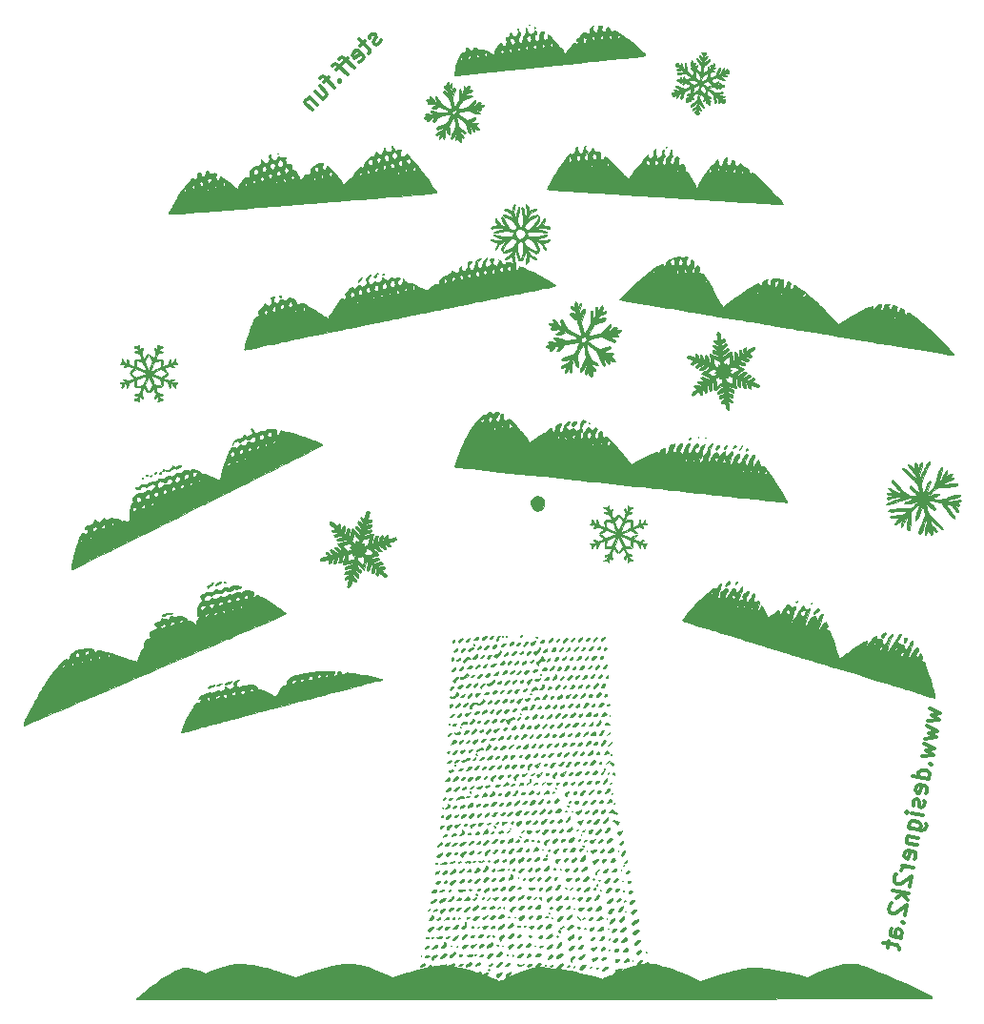
<source format=gbr>
G04 #@! TF.GenerationSoftware,KiCad,Pcbnew,(5.0.1)-rc2*
G04 #@! TF.CreationDate,2018-10-28T19:10:13+01:00*
G04 #@! TF.ProjectId,2D_xmas_tree01,32445F786D61735F7472656530312E6B,rev?*
G04 #@! TF.SameCoordinates,Original*
G04 #@! TF.FileFunction,Legend,Bot*
G04 #@! TF.FilePolarity,Positive*
%FSLAX46Y46*%
G04 Gerber Fmt 4.6, Leading zero omitted, Abs format (unit mm)*
G04 Created by KiCad (PCBNEW (5.0.1)-rc2) date 28.10.2018 19:10:13*
%MOMM*%
%LPD*%
G01*
G04 APERTURE LIST*
%ADD10C,0.300000*%
%ADD11C,0.010000*%
G04 APERTURE END LIST*
D10*
X134980533Y-59553095D02*
X134930026Y-59704618D01*
X134727995Y-59906649D01*
X134576472Y-59957156D01*
X134424950Y-59906649D01*
X134374442Y-59856141D01*
X134323934Y-59704618D01*
X134374442Y-59553095D01*
X134525965Y-59401572D01*
X134576472Y-59250049D01*
X134525965Y-59098527D01*
X134475457Y-59048019D01*
X134323934Y-58997511D01*
X134172411Y-59048019D01*
X134020888Y-59199542D01*
X133970381Y-59351065D01*
X133566320Y-59654111D02*
X133162259Y-60058172D01*
X133061244Y-59452080D02*
X133970381Y-60361217D01*
X134020888Y-60512740D01*
X133970381Y-60664263D01*
X133869366Y-60765278D01*
X133061244Y-61472385D02*
X133212766Y-61421877D01*
X133414797Y-61219847D01*
X133465305Y-61068324D01*
X133414797Y-60916801D01*
X133010736Y-60512740D01*
X132859213Y-60462233D01*
X132707690Y-60512740D01*
X132505660Y-60714771D01*
X132455152Y-60866294D01*
X132505660Y-61017816D01*
X132606675Y-61118832D01*
X133212766Y-60714771D01*
X132051091Y-61169339D02*
X131647030Y-61573400D01*
X132606675Y-62027969D02*
X131697538Y-61118832D01*
X131546015Y-61068324D01*
X131394492Y-61118832D01*
X131293477Y-61219847D01*
X131445000Y-61775431D02*
X131040938Y-62179492D01*
X132000583Y-62634061D02*
X131091446Y-61724923D01*
X130939923Y-61674416D01*
X130788400Y-61724923D01*
X130687385Y-61825938D01*
X131293477Y-63139137D02*
X131293477Y-63240152D01*
X131394492Y-63240152D01*
X131394492Y-63139137D01*
X131293477Y-63139137D01*
X131394492Y-63240152D01*
X130333832Y-62886599D02*
X129929771Y-63290660D01*
X130889416Y-63745228D02*
X129980278Y-62836091D01*
X129828755Y-62785583D01*
X129677233Y-62836091D01*
X129576217Y-62937106D01*
X129121649Y-64098782D02*
X129828755Y-64805888D01*
X129576217Y-63644213D02*
X130131801Y-64199797D01*
X130182309Y-64351320D01*
X130131801Y-64502843D01*
X129980278Y-64654366D01*
X129828755Y-64704873D01*
X129727740Y-64704873D01*
X128616572Y-64603858D02*
X129323679Y-65310965D01*
X128717588Y-64704873D02*
X128616572Y-64704873D01*
X128465049Y-64755381D01*
X128313527Y-64906904D01*
X128263019Y-65058427D01*
X128313527Y-65209950D01*
X128869111Y-65765533D01*
X183795172Y-118897501D02*
X184730366Y-119352522D01*
X183977318Y-119509862D01*
X184631139Y-119915270D01*
X183596717Y-120022995D01*
X183522296Y-120445056D02*
X184457490Y-120900078D01*
X183704442Y-121057417D01*
X184358263Y-121462825D01*
X183323841Y-121570550D01*
X183249421Y-121992611D02*
X184184615Y-122447633D01*
X183431567Y-122604972D01*
X184085387Y-123010380D01*
X183050966Y-123118105D01*
X183795859Y-123829694D02*
X183853799Y-123912441D01*
X183936546Y-123854501D01*
X183878606Y-123771754D01*
X183795859Y-123829694D01*
X183936546Y-123854501D01*
X183700880Y-125191026D02*
X182223669Y-124930553D01*
X183630537Y-125178622D02*
X183725687Y-125050339D01*
X183775301Y-124768965D01*
X183729765Y-124615875D01*
X183671825Y-124533128D01*
X183543541Y-124437978D01*
X183121481Y-124363557D01*
X182968390Y-124409094D01*
X182885644Y-124467034D01*
X182790493Y-124595317D01*
X182740880Y-124876691D01*
X182786416Y-125029781D01*
X183407275Y-126444804D02*
X183502425Y-126316520D01*
X183552039Y-126035147D01*
X183506503Y-125882056D01*
X183378219Y-125786906D01*
X182815472Y-125687678D01*
X182662382Y-125733215D01*
X182567231Y-125861498D01*
X182517618Y-126142872D01*
X182563154Y-126295962D01*
X182691438Y-126391113D01*
X182832124Y-126415919D01*
X183096846Y-125737292D01*
X183295644Y-127077894D02*
X183341181Y-127230985D01*
X183291567Y-127512358D01*
X183196417Y-127640642D01*
X183043326Y-127686178D01*
X182972983Y-127673775D01*
X182844700Y-127578624D01*
X182799163Y-127425534D01*
X182836373Y-127214504D01*
X182790837Y-127061414D01*
X182662553Y-126966263D01*
X182592210Y-126953860D01*
X182439120Y-126999396D01*
X182343969Y-127127680D01*
X182306759Y-127338710D01*
X182352296Y-127491800D01*
X183142726Y-128356479D02*
X182157918Y-128182831D01*
X181665514Y-128096007D02*
X181748261Y-128038067D01*
X181806201Y-128120814D01*
X181723454Y-128178754D01*
X181665514Y-128096007D01*
X181806201Y-128120814D01*
X181922252Y-129519356D02*
X183118090Y-129730214D01*
X183271181Y-129684678D01*
X183353928Y-129626738D01*
X183449078Y-129498454D01*
X183486288Y-129287424D01*
X183440752Y-129134334D01*
X182836717Y-129680600D02*
X182931867Y-129552317D01*
X182981481Y-129270943D01*
X182935944Y-129117853D01*
X182878004Y-129035106D01*
X182749721Y-128939956D01*
X182327660Y-128865535D01*
X182174570Y-128911072D01*
X182091823Y-128969012D01*
X181996673Y-129097295D01*
X181947059Y-129378669D01*
X181992596Y-129531759D01*
X181798218Y-130222790D02*
X182783026Y-130396438D01*
X181938905Y-130247597D02*
X181856158Y-130305537D01*
X181761008Y-130433820D01*
X181723797Y-130644850D01*
X181769334Y-130797941D01*
X181897617Y-130893091D01*
X182671395Y-131029529D01*
X182377789Y-132283307D02*
X182472940Y-132155023D01*
X182522554Y-131873650D01*
X182477017Y-131720559D01*
X182348734Y-131625409D01*
X181785986Y-131526182D01*
X181632896Y-131571718D01*
X181537746Y-131700001D01*
X181488132Y-131981375D01*
X181533669Y-132134465D01*
X181661952Y-132229616D01*
X181802639Y-132254423D01*
X182067360Y-131575795D01*
X182324098Y-132999144D02*
X181339291Y-132825496D01*
X181620664Y-132875110D02*
X181467574Y-132920646D01*
X181384827Y-132978586D01*
X181289677Y-133106870D01*
X181264870Y-133247556D01*
X180838732Y-133607600D02*
X180755985Y-133665540D01*
X180660835Y-133793823D01*
X180598818Y-134145540D01*
X180644355Y-134298630D01*
X180702294Y-134381377D01*
X180830578Y-134476528D01*
X180971265Y-134501334D01*
X181194698Y-134468201D01*
X182187661Y-133772922D01*
X182026416Y-134687386D01*
X181914785Y-135320477D02*
X180437573Y-135060005D01*
X181327231Y-135361936D02*
X181815557Y-135883224D01*
X180830750Y-135709576D02*
X181492724Y-135246056D01*
X180379805Y-136210306D02*
X180297058Y-136268246D01*
X180201908Y-136396529D01*
X180139891Y-136748246D01*
X180185427Y-136901337D01*
X180243367Y-136984083D01*
X180371651Y-137079234D01*
X180512337Y-137104041D01*
X180735771Y-137070908D01*
X181728733Y-136375628D01*
X181567489Y-137290092D01*
X181315171Y-137898376D02*
X181373111Y-137981123D01*
X181455858Y-137923183D01*
X181397918Y-137840436D01*
X181315171Y-137898376D01*
X181455858Y-137923183D01*
X181220192Y-139259708D02*
X180446415Y-139123270D01*
X180318131Y-139028120D01*
X180272595Y-138875029D01*
X180322209Y-138593656D01*
X180417359Y-138465372D01*
X181149849Y-139247304D02*
X181244999Y-139119021D01*
X181307016Y-138767304D01*
X181261480Y-138614214D01*
X181133196Y-138519063D01*
X180992510Y-138494256D01*
X180839419Y-138539793D01*
X180744269Y-138668076D01*
X180682252Y-139019793D01*
X180587101Y-139148077D01*
X180148560Y-139578463D02*
X180049333Y-140141211D01*
X179618946Y-139702670D02*
X180885128Y-139925932D01*
X181013411Y-140021082D01*
X181058947Y-140174172D01*
X181034141Y-140314859D01*
D11*
G04 #@! TO.C,G\002A\002A\002A*
G36*
X158649360Y-141458762D02*
X158540157Y-141507848D01*
X158348606Y-141560496D01*
X158141626Y-141600866D01*
X157832521Y-141666319D01*
X157451336Y-141771025D01*
X157041493Y-141901430D01*
X156646415Y-142043985D01*
X156401250Y-142144025D01*
X156147250Y-142254404D01*
X156399482Y-141974620D01*
X156146366Y-142020400D01*
X155942929Y-142062641D01*
X155840393Y-142105902D01*
X155813682Y-142167286D01*
X155828791Y-142236977D01*
X155805834Y-142354862D01*
X155681647Y-142469829D01*
X155481054Y-142563479D01*
X155337354Y-142601199D01*
X155147452Y-142662675D01*
X154938570Y-142763589D01*
X154896797Y-142788536D01*
X154737021Y-142878089D01*
X154615330Y-142901247D01*
X154467155Y-142866390D01*
X154420547Y-142850347D01*
X154217486Y-142787317D01*
X153916152Y-142704615D01*
X153542606Y-142608461D01*
X153122906Y-142505070D01*
X152683115Y-142400661D01*
X152249292Y-142301451D01*
X151847498Y-142213658D01*
X151503793Y-142143498D01*
X151305375Y-142107130D01*
X151083005Y-142063706D01*
X150919627Y-142020817D01*
X150846311Y-141986832D01*
X150845000Y-141983133D01*
X150892513Y-141919242D01*
X151003750Y-141833089D01*
X151116528Y-141727341D01*
X151161199Y-141621959D01*
X151128610Y-141552111D01*
X151079659Y-141541500D01*
X150987906Y-141581713D01*
X150846050Y-141684240D01*
X150759422Y-141758946D01*
X150522025Y-141976393D01*
X149683388Y-141898761D01*
X149333080Y-141863042D01*
X149105673Y-141831868D01*
X148997177Y-141804498D01*
X149003604Y-141780191D01*
X149019375Y-141775355D01*
X149141001Y-141706968D01*
X149197204Y-141607980D01*
X149180097Y-141518349D01*
X149081793Y-141478030D01*
X149078069Y-141478000D01*
X148956777Y-141523323D01*
X148820551Y-141630676D01*
X148715869Y-141757126D01*
X148686000Y-141840150D01*
X148630237Y-141894477D01*
X148491976Y-141943650D01*
X148449394Y-141952753D01*
X147982114Y-142068900D01*
X147438668Y-142253346D01*
X146843619Y-142497043D01*
X146358129Y-142723089D01*
X146032636Y-142881586D01*
X145799312Y-142990331D01*
X145636494Y-143055886D01*
X145522522Y-143084813D01*
X145435732Y-143083675D01*
X145354461Y-143059033D01*
X145310379Y-143040492D01*
X145142793Y-142969590D01*
X144908456Y-142872562D01*
X144661581Y-142771831D01*
X144443084Y-142680012D01*
X144328110Y-142619294D01*
X144300870Y-142577270D01*
X144345573Y-142541535D01*
X144359956Y-142534851D01*
X144465398Y-142467519D01*
X144495000Y-142420796D01*
X144451960Y-142369680D01*
X144348674Y-142391090D01*
X144234676Y-142467973D01*
X144097181Y-142532685D01*
X143960707Y-142513952D01*
X143871951Y-142424892D01*
X143860000Y-142362720D01*
X143818216Y-142260360D01*
X143718607Y-142249194D01*
X143624403Y-142310497D01*
X143537065Y-142344161D01*
X143378120Y-142323174D01*
X143246578Y-142286515D01*
X143018612Y-142219112D01*
X142725937Y-142136321D01*
X142403255Y-142047534D01*
X142085269Y-141962141D01*
X141806684Y-141889534D01*
X141602201Y-141839103D01*
X141550998Y-141827676D01*
X141428141Y-141794619D01*
X141414574Y-141747873D01*
X141481464Y-141665501D01*
X141555946Y-141575299D01*
X141540770Y-141545544D01*
X141472717Y-141543750D01*
X141327660Y-141576430D01*
X141193000Y-141636750D01*
X141045484Y-141697494D01*
X140892222Y-141727257D01*
X140769937Y-141724401D01*
X140715350Y-141687285D01*
X140723420Y-141657708D01*
X140727547Y-141611984D01*
X140647792Y-141632568D01*
X140528676Y-141663063D01*
X140323389Y-141699287D01*
X140072129Y-141734325D01*
X140019377Y-141740642D01*
X139771425Y-141772283D01*
X139530637Y-141810258D01*
X139277842Y-141859097D01*
X138993866Y-141923331D01*
X138659537Y-142007489D01*
X138255683Y-142116102D01*
X137763130Y-142253701D01*
X137346359Y-142372248D01*
X136007967Y-142754772D01*
X135409609Y-142493014D01*
X134551766Y-142141068D01*
X133776866Y-141872915D01*
X133075135Y-141685554D01*
X132436797Y-141575988D01*
X132410181Y-141572926D01*
X132100554Y-141566853D01*
X131692799Y-141602783D01*
X131206962Y-141676193D01*
X130663085Y-141782560D01*
X130081212Y-141917361D01*
X129481388Y-142076072D01*
X128883655Y-142254169D01*
X128308058Y-142447130D01*
X127955978Y-142578113D01*
X127387205Y-142799282D01*
X127066978Y-142670109D01*
X126885841Y-142603654D01*
X126609920Y-142510537D01*
X126266461Y-142399266D01*
X125882713Y-142278350D01*
X125485921Y-142156301D01*
X125103335Y-142041626D01*
X124762200Y-141942836D01*
X124556000Y-141885907D01*
X124290928Y-141824330D01*
X123950675Y-141758706D01*
X123569857Y-141694299D01*
X123183090Y-141636371D01*
X122824991Y-141590188D01*
X122530176Y-141561011D01*
X122369535Y-141553450D01*
X122037123Y-141583795D01*
X121600333Y-141675195D01*
X121065221Y-141825990D01*
X120437846Y-142034525D01*
X119927695Y-142221276D01*
X119458639Y-142398750D01*
X118816445Y-142185030D01*
X118426190Y-142070043D01*
X118048791Y-141985416D01*
X117734965Y-141942485D01*
X117729750Y-141942134D01*
X117511266Y-141931964D01*
X117342563Y-141941828D01*
X117181929Y-141981626D01*
X116987653Y-142061258D01*
X116751171Y-142174379D01*
X116168542Y-142488863D01*
X115542921Y-142879462D01*
X114910635Y-143323106D01*
X114740067Y-143451608D01*
X114292829Y-143796833D01*
X113914341Y-144095076D01*
X113611324Y-144340774D01*
X113390503Y-144528362D01*
X113258600Y-144652275D01*
X113222340Y-144706951D01*
X113222714Y-144707379D01*
X113287653Y-144710299D01*
X113470790Y-144713235D01*
X113763319Y-144716170D01*
X114156439Y-144719089D01*
X114641344Y-144721974D01*
X115209233Y-144724811D01*
X115851302Y-144727582D01*
X116558747Y-144730272D01*
X117322765Y-144732865D01*
X118134552Y-144735344D01*
X118985305Y-144737693D01*
X119866222Y-144739897D01*
X120768497Y-144741938D01*
X121683329Y-144743802D01*
X122601913Y-144745471D01*
X123515447Y-144746930D01*
X124415126Y-144748162D01*
X125292148Y-144749151D01*
X126137709Y-144749881D01*
X126943005Y-144750337D01*
X127699234Y-144750501D01*
X128397592Y-144750358D01*
X129029275Y-144749892D01*
X129585481Y-144749086D01*
X130057405Y-144747924D01*
X130436245Y-144746391D01*
X130713196Y-144744469D01*
X130879457Y-144742143D01*
X130927160Y-144739846D01*
X130990702Y-144739180D01*
X131177079Y-144738354D01*
X131482125Y-144737377D01*
X131901674Y-144736255D01*
X132431562Y-144734995D01*
X133067623Y-144733604D01*
X133805692Y-144732089D01*
X134641602Y-144730458D01*
X135571190Y-144728717D01*
X136590289Y-144726874D01*
X137694733Y-144724935D01*
X138880359Y-144722907D01*
X140143000Y-144720799D01*
X141478490Y-144718616D01*
X142882665Y-144716365D01*
X144351360Y-144714055D01*
X145880408Y-144711691D01*
X147465644Y-144709282D01*
X149102903Y-144706833D01*
X150788020Y-144704352D01*
X152516828Y-144701847D01*
X154285164Y-144699324D01*
X156088861Y-144696789D01*
X157417250Y-144694948D01*
X159244048Y-144692424D01*
X161038530Y-144689932D01*
X162796528Y-144687478D01*
X164513878Y-144685068D01*
X166186411Y-144682709D01*
X167809963Y-144680406D01*
X169380365Y-144678167D01*
X170893452Y-144675996D01*
X172345058Y-144673901D01*
X173731015Y-144671886D01*
X175047158Y-144669960D01*
X176289319Y-144668127D01*
X177453332Y-144666393D01*
X178535032Y-144664766D01*
X179530250Y-144663251D01*
X180434822Y-144661854D01*
X181244579Y-144660582D01*
X181955356Y-144659441D01*
X182562987Y-144658436D01*
X183063305Y-144657574D01*
X183452142Y-144656862D01*
X183725334Y-144656305D01*
X183878713Y-144655909D01*
X183912625Y-144655727D01*
X183925563Y-144599803D01*
X183928501Y-144525814D01*
X183901470Y-144453450D01*
X183809150Y-144371125D01*
X183634703Y-144267429D01*
X183361288Y-144130952D01*
X183309376Y-144106323D01*
X182746917Y-143843819D01*
X182149815Y-143570599D01*
X181536243Y-143294570D01*
X180924379Y-143023635D01*
X180332397Y-142765699D01*
X179778473Y-142528666D01*
X179280782Y-142320440D01*
X178857500Y-142148927D01*
X178526801Y-142022030D01*
X178467500Y-142000609D01*
X178055825Y-141855682D01*
X177739253Y-141748708D01*
X177493995Y-141672995D01*
X177296262Y-141621848D01*
X177122264Y-141588572D01*
X176948211Y-141566475D01*
X176911750Y-141562851D01*
X176537413Y-141563845D01*
X176077011Y-141624957D01*
X175552820Y-141740031D01*
X174987111Y-141902913D01*
X174402159Y-142107447D01*
X173820236Y-142347479D01*
X173459910Y-142516772D01*
X173231182Y-142624631D01*
X173038959Y-142705637D01*
X172916842Y-142745910D01*
X172900227Y-142748000D01*
X172808031Y-142733523D01*
X172617236Y-142693726D01*
X172352460Y-142634058D01*
X172038322Y-142559968D01*
X171907068Y-142528175D01*
X171246583Y-142369754D01*
X170687439Y-142242786D01*
X170208814Y-142144004D01*
X169789885Y-142070140D01*
X169409831Y-142017929D01*
X169047831Y-141984103D01*
X168683062Y-141965395D01*
X168294702Y-141958540D01*
X168275750Y-141958455D01*
X167884579Y-141958319D01*
X167582945Y-141964534D01*
X167333398Y-141981695D01*
X167098488Y-142014401D01*
X166840764Y-142067246D01*
X166522777Y-142144828D01*
X166307250Y-142200063D01*
X165885837Y-142314808D01*
X165399156Y-142456936D01*
X164901195Y-142610153D01*
X164445939Y-142758167D01*
X164349561Y-142790923D01*
X163911858Y-142935944D01*
X163585042Y-143032378D01*
X163371020Y-143079721D01*
X163271701Y-143077468D01*
X163270061Y-143076274D01*
X163173348Y-143021061D01*
X162981268Y-142928736D01*
X162716497Y-142809039D01*
X162401712Y-142671710D01*
X162059587Y-142526488D01*
X161712800Y-142383111D01*
X161384026Y-142251319D01*
X161095940Y-142140852D01*
X161068500Y-142130712D01*
X160534298Y-141941790D01*
X160080827Y-141799796D01*
X159674899Y-141695519D01*
X159283326Y-141619749D01*
X159156993Y-141600217D01*
X158883894Y-141552174D01*
X158732786Y-141505175D01*
X158698691Y-141457637D01*
X158700143Y-141454922D01*
X158706039Y-141420174D01*
X158649360Y-141458762D01*
X158649360Y-141458762D01*
G37*
X158649360Y-141458762D02*
X158540157Y-141507848D01*
X158348606Y-141560496D01*
X158141626Y-141600866D01*
X157832521Y-141666319D01*
X157451336Y-141771025D01*
X157041493Y-141901430D01*
X156646415Y-142043985D01*
X156401250Y-142144025D01*
X156147250Y-142254404D01*
X156399482Y-141974620D01*
X156146366Y-142020400D01*
X155942929Y-142062641D01*
X155840393Y-142105902D01*
X155813682Y-142167286D01*
X155828791Y-142236977D01*
X155805834Y-142354862D01*
X155681647Y-142469829D01*
X155481054Y-142563479D01*
X155337354Y-142601199D01*
X155147452Y-142662675D01*
X154938570Y-142763589D01*
X154896797Y-142788536D01*
X154737021Y-142878089D01*
X154615330Y-142901247D01*
X154467155Y-142866390D01*
X154420547Y-142850347D01*
X154217486Y-142787317D01*
X153916152Y-142704615D01*
X153542606Y-142608461D01*
X153122906Y-142505070D01*
X152683115Y-142400661D01*
X152249292Y-142301451D01*
X151847498Y-142213658D01*
X151503793Y-142143498D01*
X151305375Y-142107130D01*
X151083005Y-142063706D01*
X150919627Y-142020817D01*
X150846311Y-141986832D01*
X150845000Y-141983133D01*
X150892513Y-141919242D01*
X151003750Y-141833089D01*
X151116528Y-141727341D01*
X151161199Y-141621959D01*
X151128610Y-141552111D01*
X151079659Y-141541500D01*
X150987906Y-141581713D01*
X150846050Y-141684240D01*
X150759422Y-141758946D01*
X150522025Y-141976393D01*
X149683388Y-141898761D01*
X149333080Y-141863042D01*
X149105673Y-141831868D01*
X148997177Y-141804498D01*
X149003604Y-141780191D01*
X149019375Y-141775355D01*
X149141001Y-141706968D01*
X149197204Y-141607980D01*
X149180097Y-141518349D01*
X149081793Y-141478030D01*
X149078069Y-141478000D01*
X148956777Y-141523323D01*
X148820551Y-141630676D01*
X148715869Y-141757126D01*
X148686000Y-141840150D01*
X148630237Y-141894477D01*
X148491976Y-141943650D01*
X148449394Y-141952753D01*
X147982114Y-142068900D01*
X147438668Y-142253346D01*
X146843619Y-142497043D01*
X146358129Y-142723089D01*
X146032636Y-142881586D01*
X145799312Y-142990331D01*
X145636494Y-143055886D01*
X145522522Y-143084813D01*
X145435732Y-143083675D01*
X145354461Y-143059033D01*
X145310379Y-143040492D01*
X145142793Y-142969590D01*
X144908456Y-142872562D01*
X144661581Y-142771831D01*
X144443084Y-142680012D01*
X144328110Y-142619294D01*
X144300870Y-142577270D01*
X144345573Y-142541535D01*
X144359956Y-142534851D01*
X144465398Y-142467519D01*
X144495000Y-142420796D01*
X144451960Y-142369680D01*
X144348674Y-142391090D01*
X144234676Y-142467973D01*
X144097181Y-142532685D01*
X143960707Y-142513952D01*
X143871951Y-142424892D01*
X143860000Y-142362720D01*
X143818216Y-142260360D01*
X143718607Y-142249194D01*
X143624403Y-142310497D01*
X143537065Y-142344161D01*
X143378120Y-142323174D01*
X143246578Y-142286515D01*
X143018612Y-142219112D01*
X142725937Y-142136321D01*
X142403255Y-142047534D01*
X142085269Y-141962141D01*
X141806684Y-141889534D01*
X141602201Y-141839103D01*
X141550998Y-141827676D01*
X141428141Y-141794619D01*
X141414574Y-141747873D01*
X141481464Y-141665501D01*
X141555946Y-141575299D01*
X141540770Y-141545544D01*
X141472717Y-141543750D01*
X141327660Y-141576430D01*
X141193000Y-141636750D01*
X141045484Y-141697494D01*
X140892222Y-141727257D01*
X140769937Y-141724401D01*
X140715350Y-141687285D01*
X140723420Y-141657708D01*
X140727547Y-141611984D01*
X140647792Y-141632568D01*
X140528676Y-141663063D01*
X140323389Y-141699287D01*
X140072129Y-141734325D01*
X140019377Y-141740642D01*
X139771425Y-141772283D01*
X139530637Y-141810258D01*
X139277842Y-141859097D01*
X138993866Y-141923331D01*
X138659537Y-142007489D01*
X138255683Y-142116102D01*
X137763130Y-142253701D01*
X137346359Y-142372248D01*
X136007967Y-142754772D01*
X135409609Y-142493014D01*
X134551766Y-142141068D01*
X133776866Y-141872915D01*
X133075135Y-141685554D01*
X132436797Y-141575988D01*
X132410181Y-141572926D01*
X132100554Y-141566853D01*
X131692799Y-141602783D01*
X131206962Y-141676193D01*
X130663085Y-141782560D01*
X130081212Y-141917361D01*
X129481388Y-142076072D01*
X128883655Y-142254169D01*
X128308058Y-142447130D01*
X127955978Y-142578113D01*
X127387205Y-142799282D01*
X127066978Y-142670109D01*
X126885841Y-142603654D01*
X126609920Y-142510537D01*
X126266461Y-142399266D01*
X125882713Y-142278350D01*
X125485921Y-142156301D01*
X125103335Y-142041626D01*
X124762200Y-141942836D01*
X124556000Y-141885907D01*
X124290928Y-141824330D01*
X123950675Y-141758706D01*
X123569857Y-141694299D01*
X123183090Y-141636371D01*
X122824991Y-141590188D01*
X122530176Y-141561011D01*
X122369535Y-141553450D01*
X122037123Y-141583795D01*
X121600333Y-141675195D01*
X121065221Y-141825990D01*
X120437846Y-142034525D01*
X119927695Y-142221276D01*
X119458639Y-142398750D01*
X118816445Y-142185030D01*
X118426190Y-142070043D01*
X118048791Y-141985416D01*
X117734965Y-141942485D01*
X117729750Y-141942134D01*
X117511266Y-141931964D01*
X117342563Y-141941828D01*
X117181929Y-141981626D01*
X116987653Y-142061258D01*
X116751171Y-142174379D01*
X116168542Y-142488863D01*
X115542921Y-142879462D01*
X114910635Y-143323106D01*
X114740067Y-143451608D01*
X114292829Y-143796833D01*
X113914341Y-144095076D01*
X113611324Y-144340774D01*
X113390503Y-144528362D01*
X113258600Y-144652275D01*
X113222340Y-144706951D01*
X113222714Y-144707379D01*
X113287653Y-144710299D01*
X113470790Y-144713235D01*
X113763319Y-144716170D01*
X114156439Y-144719089D01*
X114641344Y-144721974D01*
X115209233Y-144724811D01*
X115851302Y-144727582D01*
X116558747Y-144730272D01*
X117322765Y-144732865D01*
X118134552Y-144735344D01*
X118985305Y-144737693D01*
X119866222Y-144739897D01*
X120768497Y-144741938D01*
X121683329Y-144743802D01*
X122601913Y-144745471D01*
X123515447Y-144746930D01*
X124415126Y-144748162D01*
X125292148Y-144749151D01*
X126137709Y-144749881D01*
X126943005Y-144750337D01*
X127699234Y-144750501D01*
X128397592Y-144750358D01*
X129029275Y-144749892D01*
X129585481Y-144749086D01*
X130057405Y-144747924D01*
X130436245Y-144746391D01*
X130713196Y-144744469D01*
X130879457Y-144742143D01*
X130927160Y-144739846D01*
X130990702Y-144739180D01*
X131177079Y-144738354D01*
X131482125Y-144737377D01*
X131901674Y-144736255D01*
X132431562Y-144734995D01*
X133067623Y-144733604D01*
X133805692Y-144732089D01*
X134641602Y-144730458D01*
X135571190Y-144728717D01*
X136590289Y-144726874D01*
X137694733Y-144724935D01*
X138880359Y-144722907D01*
X140143000Y-144720799D01*
X141478490Y-144718616D01*
X142882665Y-144716365D01*
X144351360Y-144714055D01*
X145880408Y-144711691D01*
X147465644Y-144709282D01*
X149102903Y-144706833D01*
X150788020Y-144704352D01*
X152516828Y-144701847D01*
X154285164Y-144699324D01*
X156088861Y-144696789D01*
X157417250Y-144694948D01*
X159244048Y-144692424D01*
X161038530Y-144689932D01*
X162796528Y-144687478D01*
X164513878Y-144685068D01*
X166186411Y-144682709D01*
X167809963Y-144680406D01*
X169380365Y-144678167D01*
X170893452Y-144675996D01*
X172345058Y-144673901D01*
X173731015Y-144671886D01*
X175047158Y-144669960D01*
X176289319Y-144668127D01*
X177453332Y-144666393D01*
X178535032Y-144664766D01*
X179530250Y-144663251D01*
X180434822Y-144661854D01*
X181244579Y-144660582D01*
X181955356Y-144659441D01*
X182562987Y-144658436D01*
X183063305Y-144657574D01*
X183452142Y-144656862D01*
X183725334Y-144656305D01*
X183878713Y-144655909D01*
X183912625Y-144655727D01*
X183925563Y-144599803D01*
X183928501Y-144525814D01*
X183901470Y-144453450D01*
X183809150Y-144371125D01*
X183634703Y-144267429D01*
X183361288Y-144130952D01*
X183309376Y-144106323D01*
X182746917Y-143843819D01*
X182149815Y-143570599D01*
X181536243Y-143294570D01*
X180924379Y-143023635D01*
X180332397Y-142765699D01*
X179778473Y-142528666D01*
X179280782Y-142320440D01*
X178857500Y-142148927D01*
X178526801Y-142022030D01*
X178467500Y-142000609D01*
X178055825Y-141855682D01*
X177739253Y-141748708D01*
X177493995Y-141672995D01*
X177296262Y-141621848D01*
X177122264Y-141588572D01*
X176948211Y-141566475D01*
X176911750Y-141562851D01*
X176537413Y-141563845D01*
X176077011Y-141624957D01*
X175552820Y-141740031D01*
X174987111Y-141902913D01*
X174402159Y-142107447D01*
X173820236Y-142347479D01*
X173459910Y-142516772D01*
X173231182Y-142624631D01*
X173038959Y-142705637D01*
X172916842Y-142745910D01*
X172900227Y-142748000D01*
X172808031Y-142733523D01*
X172617236Y-142693726D01*
X172352460Y-142634058D01*
X172038322Y-142559968D01*
X171907068Y-142528175D01*
X171246583Y-142369754D01*
X170687439Y-142242786D01*
X170208814Y-142144004D01*
X169789885Y-142070140D01*
X169409831Y-142017929D01*
X169047831Y-141984103D01*
X168683062Y-141965395D01*
X168294702Y-141958540D01*
X168275750Y-141958455D01*
X167884579Y-141958319D01*
X167582945Y-141964534D01*
X167333398Y-141981695D01*
X167098488Y-142014401D01*
X166840764Y-142067246D01*
X166522777Y-142144828D01*
X166307250Y-142200063D01*
X165885837Y-142314808D01*
X165399156Y-142456936D01*
X164901195Y-142610153D01*
X164445939Y-142758167D01*
X164349561Y-142790923D01*
X163911858Y-142935944D01*
X163585042Y-143032378D01*
X163371020Y-143079721D01*
X163271701Y-143077468D01*
X163270061Y-143076274D01*
X163173348Y-143021061D01*
X162981268Y-142928736D01*
X162716497Y-142809039D01*
X162401712Y-142671710D01*
X162059587Y-142526488D01*
X161712800Y-142383111D01*
X161384026Y-142251319D01*
X161095940Y-142140852D01*
X161068500Y-142130712D01*
X160534298Y-141941790D01*
X160080827Y-141799796D01*
X159674899Y-141695519D01*
X159283326Y-141619749D01*
X159156993Y-141600217D01*
X158883894Y-141552174D01*
X158732786Y-141505175D01*
X158698691Y-141457637D01*
X158700143Y-141454922D01*
X158706039Y-141420174D01*
X158649360Y-141458762D01*
G36*
X145642802Y-142382829D02*
X145457415Y-142449096D01*
X145422052Y-142463709D01*
X145276432Y-142534618D01*
X145229367Y-142598656D01*
X145257782Y-142685959D01*
X145315717Y-142783706D01*
X145338610Y-142809483D01*
X145387071Y-142767547D01*
X145495443Y-142662883D01*
X145571444Y-142587233D01*
X145696381Y-142449056D01*
X145721312Y-142381868D01*
X145642802Y-142382829D01*
X145642802Y-142382829D01*
G37*
X145642802Y-142382829D02*
X145457415Y-142449096D01*
X145422052Y-142463709D01*
X145276432Y-142534618D01*
X145229367Y-142598656D01*
X145257782Y-142685959D01*
X145315717Y-142783706D01*
X145338610Y-142809483D01*
X145387071Y-142767547D01*
X145495443Y-142662883D01*
X145571444Y-142587233D01*
X145696381Y-142449056D01*
X145721312Y-142381868D01*
X145642802Y-142382829D01*
G36*
X146398611Y-142336804D02*
X146246168Y-142416863D01*
X146125362Y-142513900D01*
X146082500Y-142590880D01*
X146119150Y-142674396D01*
X146218128Y-142662868D01*
X146362977Y-142560861D01*
X146431750Y-142494000D01*
X146526089Y-142378700D01*
X146550317Y-142310986D01*
X146535727Y-142303500D01*
X146398611Y-142336804D01*
X146398611Y-142336804D01*
G37*
X146398611Y-142336804D02*
X146246168Y-142416863D01*
X146125362Y-142513900D01*
X146082500Y-142590880D01*
X146119150Y-142674396D01*
X146218128Y-142662868D01*
X146362977Y-142560861D01*
X146431750Y-142494000D01*
X146526089Y-142378700D01*
X146550317Y-142310986D01*
X146535727Y-142303500D01*
X146398611Y-142336804D01*
G36*
X154969764Y-141829341D02*
X154888951Y-141868506D01*
X154736296Y-141974527D01*
X154664473Y-142076711D01*
X154681935Y-142151657D01*
X154777677Y-142176500D01*
X154893860Y-142127936D01*
X155018915Y-142008762D01*
X155036000Y-141986000D01*
X155110480Y-141852296D01*
X155087782Y-141799582D01*
X154969764Y-141829341D01*
X154969764Y-141829341D01*
G37*
X154969764Y-141829341D02*
X154888951Y-141868506D01*
X154736296Y-141974527D01*
X154664473Y-142076711D01*
X154681935Y-142151657D01*
X154777677Y-142176500D01*
X154893860Y-142127936D01*
X155018915Y-142008762D01*
X155036000Y-141986000D01*
X155110480Y-141852296D01*
X155087782Y-141799582D01*
X154969764Y-141829341D01*
G36*
X144488132Y-142063727D02*
X144485475Y-142081250D01*
X144534912Y-142155705D01*
X144553738Y-142164329D01*
X144611640Y-142133676D01*
X144622000Y-142081250D01*
X144589781Y-142002219D01*
X144553738Y-141998170D01*
X144488132Y-142063727D01*
X144488132Y-142063727D01*
G37*
X144488132Y-142063727D02*
X144485475Y-142081250D01*
X144534912Y-142155705D01*
X144553738Y-142164329D01*
X144611640Y-142133676D01*
X144622000Y-142081250D01*
X144589781Y-142002219D01*
X144553738Y-141998170D01*
X144488132Y-142063727D01*
G36*
X152918741Y-141701989D02*
X152772729Y-141796764D01*
X152661333Y-141909320D01*
X152623787Y-142001875D01*
X152658758Y-142096699D01*
X152765654Y-142086984D01*
X152944327Y-141972761D01*
X153004000Y-141924719D01*
X153139537Y-141795869D01*
X153176721Y-141709584D01*
X153154194Y-141667046D01*
X153059264Y-141650311D01*
X152918741Y-141701989D01*
X152918741Y-141701989D01*
G37*
X152918741Y-141701989D02*
X152772729Y-141796764D01*
X152661333Y-141909320D01*
X152623787Y-142001875D01*
X152658758Y-142096699D01*
X152765654Y-142086984D01*
X152944327Y-141972761D01*
X153004000Y-141924719D01*
X153139537Y-141795869D01*
X153176721Y-141709584D01*
X153154194Y-141667046D01*
X153059264Y-141650311D01*
X152918741Y-141701989D01*
G36*
X154148274Y-141952715D02*
X154107324Y-142032559D01*
X154135478Y-142049500D01*
X154228548Y-142002767D01*
X154244862Y-141981775D01*
X154268632Y-141899110D01*
X154219354Y-141892327D01*
X154148274Y-141952715D01*
X154148274Y-141952715D01*
G37*
X154148274Y-141952715D02*
X154107324Y-142032559D01*
X154135478Y-142049500D01*
X154228548Y-142002767D01*
X154244862Y-141981775D01*
X154268632Y-141899110D01*
X154219354Y-141892327D01*
X154148274Y-141952715D01*
G36*
X153639000Y-141827250D02*
X153578423Y-141884311D01*
X153575500Y-141894497D01*
X153624630Y-141921771D01*
X153639000Y-141922500D01*
X153700060Y-141873684D01*
X153702500Y-141855252D01*
X153663598Y-141817327D01*
X153639000Y-141827250D01*
X153639000Y-141827250D01*
G37*
X153639000Y-141827250D02*
X153578423Y-141884311D01*
X153575500Y-141894497D01*
X153624630Y-141921771D01*
X153639000Y-141922500D01*
X153700060Y-141873684D01*
X153702500Y-141855252D01*
X153663598Y-141817327D01*
X153639000Y-141827250D01*
G36*
X152117585Y-141841595D02*
X152115000Y-141859000D01*
X152136666Y-141920849D01*
X152143003Y-141922500D01*
X152197217Y-141878003D01*
X152210250Y-141859000D01*
X152205216Y-141800485D01*
X152182248Y-141795500D01*
X152117585Y-141841595D01*
X152117585Y-141841595D01*
G37*
X152117585Y-141841595D02*
X152115000Y-141859000D01*
X152136666Y-141920849D01*
X152143003Y-141922500D01*
X152197217Y-141878003D01*
X152210250Y-141859000D01*
X152205216Y-141800485D01*
X152182248Y-141795500D01*
X152117585Y-141841595D01*
G36*
X151638750Y-141709036D02*
X151554722Y-141771366D01*
X151543500Y-141802293D01*
X151586059Y-141855832D01*
X151672368Y-141833099D01*
X151691667Y-141816666D01*
X151733998Y-141732256D01*
X151682105Y-141698726D01*
X151638750Y-141709036D01*
X151638750Y-141709036D01*
G37*
X151638750Y-141709036D02*
X151554722Y-141771366D01*
X151543500Y-141802293D01*
X151586059Y-141855832D01*
X151672368Y-141833099D01*
X151691667Y-141816666D01*
X151733998Y-141732256D01*
X151682105Y-141698726D01*
X151638750Y-141709036D01*
G36*
X150065085Y-141722935D02*
X150019500Y-141793507D01*
X150065461Y-141850357D01*
X150161203Y-141849853D01*
X150243515Y-141792623D01*
X150244362Y-141791275D01*
X150260536Y-141704772D01*
X150250848Y-141688180D01*
X150165956Y-141675739D01*
X150065085Y-141722935D01*
X150065085Y-141722935D01*
G37*
X150065085Y-141722935D02*
X150019500Y-141793507D01*
X150065461Y-141850357D01*
X150161203Y-141849853D01*
X150243515Y-141792623D01*
X150244362Y-141791275D01*
X150260536Y-141704772D01*
X150250848Y-141688180D01*
X150165956Y-141675739D01*
X150065085Y-141722935D01*
G36*
X148143719Y-141608964D02*
X148031826Y-141686878D01*
X147987500Y-141762178D01*
X148026917Y-141846187D01*
X148124861Y-141842838D01*
X148250877Y-141755382D01*
X148273603Y-141731610D01*
X148347324Y-141627841D01*
X148355751Y-141571084D01*
X148269629Y-141561060D01*
X148143719Y-141608964D01*
X148143719Y-141608964D01*
G37*
X148143719Y-141608964D02*
X148031826Y-141686878D01*
X147987500Y-141762178D01*
X148026917Y-141846187D01*
X148124861Y-141842838D01*
X148250877Y-141755382D01*
X148273603Y-141731610D01*
X148347324Y-141627841D01*
X148355751Y-141571084D01*
X148269629Y-141561060D01*
X148143719Y-141608964D01*
G36*
X145611405Y-141452547D02*
X145466158Y-141544174D01*
X145321577Y-141655606D01*
X145224088Y-141753069D01*
X145208979Y-141779625D01*
X145225307Y-141845824D01*
X145317654Y-141851068D01*
X145453958Y-141801088D01*
X145590375Y-141711456D01*
X145711236Y-141587332D01*
X145765201Y-141480455D01*
X145740592Y-141419601D01*
X145710891Y-141414500D01*
X145611405Y-141452547D01*
X145611405Y-141452547D01*
G37*
X145611405Y-141452547D02*
X145466158Y-141544174D01*
X145321577Y-141655606D01*
X145224088Y-141753069D01*
X145208979Y-141779625D01*
X145225307Y-141845824D01*
X145317654Y-141851068D01*
X145453958Y-141801088D01*
X145590375Y-141711456D01*
X145711236Y-141587332D01*
X145765201Y-141480455D01*
X145740592Y-141419601D01*
X145710891Y-141414500D01*
X145611405Y-141452547D01*
G36*
X142883331Y-141458275D02*
X142753091Y-141547273D01*
X142663593Y-141628774D01*
X142532004Y-141769780D01*
X142497946Y-141838316D01*
X142566230Y-141838910D01*
X142741669Y-141776087D01*
X142796375Y-141753686D01*
X142968507Y-141653982D01*
X143033502Y-141549659D01*
X142983504Y-141455309D01*
X142964159Y-141442021D01*
X142883331Y-141458275D01*
X142883331Y-141458275D01*
G37*
X142883331Y-141458275D02*
X142753091Y-141547273D01*
X142663593Y-141628774D01*
X142532004Y-141769780D01*
X142497946Y-141838316D01*
X142566230Y-141838910D01*
X142741669Y-141776087D01*
X142796375Y-141753686D01*
X142968507Y-141653982D01*
X143033502Y-141549659D01*
X142983504Y-141455309D01*
X142964159Y-141442021D01*
X142883331Y-141458275D01*
G36*
X138698660Y-141568191D02*
X138581862Y-141666130D01*
X138461192Y-141783749D01*
X138431216Y-141840581D01*
X138483484Y-141855207D01*
X138495974Y-141854974D01*
X138659408Y-141827490D01*
X138757628Y-141795924D01*
X138906618Y-141706464D01*
X138931832Y-141610361D01*
X138881065Y-141546325D01*
X138803007Y-141518633D01*
X138698660Y-141568191D01*
X138698660Y-141568191D01*
G37*
X138698660Y-141568191D02*
X138581862Y-141666130D01*
X138461192Y-141783749D01*
X138431216Y-141840581D01*
X138483484Y-141855207D01*
X138495974Y-141854974D01*
X138659408Y-141827490D01*
X138757628Y-141795924D01*
X138906618Y-141706464D01*
X138931832Y-141610361D01*
X138881065Y-141546325D01*
X138803007Y-141518633D01*
X138698660Y-141568191D01*
G36*
X147103610Y-141614917D02*
X147107781Y-141638042D01*
X147176608Y-141752943D01*
X147320661Y-141767556D01*
X147511250Y-141697566D01*
X147701750Y-141603780D01*
X147486285Y-141636370D01*
X147302402Y-141637177D01*
X147177336Y-141591376D01*
X147108758Y-141550704D01*
X147103610Y-141614917D01*
X147103610Y-141614917D01*
G37*
X147103610Y-141614917D02*
X147107781Y-141638042D01*
X147176608Y-141752943D01*
X147320661Y-141767556D01*
X147511250Y-141697566D01*
X147701750Y-141603780D01*
X147486285Y-141636370D01*
X147302402Y-141637177D01*
X147177336Y-141591376D01*
X147108758Y-141550704D01*
X147103610Y-141614917D01*
G36*
X144758120Y-141570412D02*
X144645216Y-141636440D01*
X144566102Y-141708518D01*
X144558600Y-141751156D01*
X144635348Y-141754641D01*
X144726628Y-141729048D01*
X144849318Y-141662325D01*
X144911917Y-141591831D01*
X144893975Y-141546293D01*
X144860135Y-141541500D01*
X144758120Y-141570412D01*
X144758120Y-141570412D01*
G37*
X144758120Y-141570412D02*
X144645216Y-141636440D01*
X144566102Y-141708518D01*
X144558600Y-141751156D01*
X144635348Y-141754641D01*
X144726628Y-141729048D01*
X144849318Y-141662325D01*
X144911917Y-141591831D01*
X144893975Y-141546293D01*
X144860135Y-141541500D01*
X144758120Y-141570412D01*
G36*
X142054529Y-141571216D02*
X141937056Y-141648972D01*
X141891500Y-141739775D01*
X141935694Y-141792435D01*
X142039779Y-141778387D01*
X142161016Y-141705723D01*
X142184055Y-141684375D01*
X142258629Y-141600353D01*
X142240615Y-141565284D01*
X142185541Y-141552131D01*
X142054529Y-141571216D01*
X142054529Y-141571216D01*
G37*
X142054529Y-141571216D02*
X141937056Y-141648972D01*
X141891500Y-141739775D01*
X141935694Y-141792435D01*
X142039779Y-141778387D01*
X142161016Y-141705723D01*
X142184055Y-141684375D01*
X142258629Y-141600353D01*
X142240615Y-141565284D01*
X142185541Y-141552131D01*
X142054529Y-141571216D01*
G36*
X139281034Y-141705758D02*
X139256250Y-141732000D01*
X139269934Y-141786940D01*
X139312255Y-141795500D01*
X139421967Y-141758241D01*
X139446750Y-141732000D01*
X139433067Y-141677059D01*
X139390746Y-141668500D01*
X139281034Y-141705758D01*
X139281034Y-141705758D01*
G37*
X139281034Y-141705758D02*
X139256250Y-141732000D01*
X139269934Y-141786940D01*
X139312255Y-141795500D01*
X139421967Y-141758241D01*
X139446750Y-141732000D01*
X139433067Y-141677059D01*
X139390746Y-141668500D01*
X139281034Y-141705758D01*
G36*
X149596167Y-141689666D02*
X149604884Y-141727417D01*
X149638500Y-141732000D01*
X149690768Y-141708766D01*
X149680834Y-141689666D01*
X149605474Y-141682066D01*
X149596167Y-141689666D01*
X149596167Y-141689666D01*
G37*
X149596167Y-141689666D02*
X149604884Y-141727417D01*
X149638500Y-141732000D01*
X149690768Y-141708766D01*
X149680834Y-141689666D01*
X149605474Y-141682066D01*
X149596167Y-141689666D01*
G36*
X146250325Y-141522111D02*
X146137160Y-141602887D01*
X145987250Y-141727774D01*
X146159641Y-141729887D01*
X146330310Y-141682571D01*
X146400000Y-141605000D01*
X146425270Y-141504039D01*
X146368205Y-141476351D01*
X146250325Y-141522111D01*
X146250325Y-141522111D01*
G37*
X146250325Y-141522111D02*
X146137160Y-141602887D01*
X145987250Y-141727774D01*
X146159641Y-141729887D01*
X146330310Y-141682571D01*
X146400000Y-141605000D01*
X146425270Y-141504039D01*
X146368205Y-141476351D01*
X146250325Y-141522111D01*
G36*
X143656354Y-141466483D02*
X143549066Y-141536824D01*
X143422352Y-141633516D01*
X143355223Y-141697340D01*
X143352000Y-141704573D01*
X143403496Y-141729563D01*
X143535128Y-141705100D01*
X143684165Y-141649760D01*
X143802336Y-141574217D01*
X143807022Y-141493714D01*
X143801856Y-141484875D01*
X143746109Y-141439200D01*
X143656354Y-141466483D01*
X143656354Y-141466483D01*
G37*
X143656354Y-141466483D02*
X143549066Y-141536824D01*
X143422352Y-141633516D01*
X143355223Y-141697340D01*
X143352000Y-141704573D01*
X143403496Y-141729563D01*
X143535128Y-141705100D01*
X143684165Y-141649760D01*
X143802336Y-141574217D01*
X143807022Y-141493714D01*
X143801856Y-141484875D01*
X143746109Y-141439200D01*
X143656354Y-141466483D01*
G36*
X158012062Y-141276810D02*
X157878754Y-141413427D01*
X157804162Y-141525625D01*
X157792210Y-141594512D01*
X157879430Y-141585629D01*
X158019938Y-141523093D01*
X158135951Y-141433662D01*
X158197768Y-141329980D01*
X158191922Y-141248564D01*
X158130248Y-141224000D01*
X158012062Y-141276810D01*
X158012062Y-141276810D01*
G37*
X158012062Y-141276810D02*
X157878754Y-141413427D01*
X157804162Y-141525625D01*
X157792210Y-141594512D01*
X157879430Y-141585629D01*
X158019938Y-141523093D01*
X158135951Y-141433662D01*
X158197768Y-141329980D01*
X158191922Y-141248564D01*
X158130248Y-141224000D01*
X158012062Y-141276810D01*
G36*
X156022772Y-141132784D02*
X155969263Y-141142402D01*
X155839137Y-141192094D01*
X155808270Y-141286968D01*
X155810513Y-141306446D01*
X155864065Y-141434119D01*
X155957029Y-141448362D01*
X156069658Y-141348126D01*
X156088305Y-141321210D01*
X156164273Y-141185072D01*
X156146343Y-141128143D01*
X156022772Y-141132784D01*
X156022772Y-141132784D01*
G37*
X156022772Y-141132784D02*
X155969263Y-141142402D01*
X155839137Y-141192094D01*
X155808270Y-141286968D01*
X155810513Y-141306446D01*
X155864065Y-141434119D01*
X155957029Y-141448362D01*
X156069658Y-141348126D01*
X156088305Y-141321210D01*
X156164273Y-141185072D01*
X156146343Y-141128143D01*
X156022772Y-141132784D01*
G36*
X156728696Y-141169257D02*
X156689216Y-141220888D01*
X156612040Y-141340344D01*
X156614352Y-141394155D01*
X156712077Y-141395727D01*
X156865398Y-141369191D01*
X156977602Y-141312536D01*
X156992398Y-141208187D01*
X156941277Y-141079156D01*
X156849999Y-141066320D01*
X156728696Y-141169257D01*
X156728696Y-141169257D01*
G37*
X156728696Y-141169257D02*
X156689216Y-141220888D01*
X156612040Y-141340344D01*
X156614352Y-141394155D01*
X156712077Y-141395727D01*
X156865398Y-141369191D01*
X156977602Y-141312536D01*
X156992398Y-141208187D01*
X156941277Y-141079156D01*
X156849999Y-141066320D01*
X156728696Y-141169257D01*
G36*
X152026548Y-140927956D02*
X151886929Y-141061788D01*
X151818040Y-141214219D01*
X151835337Y-141345487D01*
X151854693Y-141370092D01*
X151910290Y-141395002D01*
X151924500Y-141318460D01*
X151971287Y-141198553D01*
X152085312Y-141068871D01*
X152099125Y-141057452D01*
X152210971Y-140940366D01*
X152220816Y-140870343D01*
X152140811Y-140869062D01*
X152026548Y-140927956D01*
X152026548Y-140927956D01*
G37*
X152026548Y-140927956D02*
X151886929Y-141061788D01*
X151818040Y-141214219D01*
X151835337Y-141345487D01*
X151854693Y-141370092D01*
X151910290Y-141395002D01*
X151924500Y-141318460D01*
X151971287Y-141198553D01*
X152085312Y-141068871D01*
X152099125Y-141057452D01*
X152210971Y-140940366D01*
X152220816Y-140870343D01*
X152140811Y-140869062D01*
X152026548Y-140927956D01*
G36*
X157322000Y-141319250D02*
X157353750Y-141351000D01*
X157385500Y-141319250D01*
X157353750Y-141287500D01*
X157322000Y-141319250D01*
X157322000Y-141319250D01*
G37*
X157322000Y-141319250D02*
X157353750Y-141351000D01*
X157385500Y-141319250D01*
X157353750Y-141287500D01*
X157322000Y-141319250D01*
G36*
X154151598Y-140988365D02*
X153954915Y-141049899D01*
X153946490Y-141052828D01*
X153799081Y-141115658D01*
X153753464Y-141177337D01*
X153775020Y-141242372D01*
X153833716Y-141322512D01*
X153901043Y-141329322D01*
X154005761Y-141255280D01*
X154114304Y-141153650D01*
X154224466Y-141036139D01*
X154239173Y-140982411D01*
X154151598Y-140988365D01*
X154151598Y-140988365D01*
G37*
X154151598Y-140988365D02*
X153954915Y-141049899D01*
X153946490Y-141052828D01*
X153799081Y-141115658D01*
X153753464Y-141177337D01*
X153775020Y-141242372D01*
X153833716Y-141322512D01*
X153901043Y-141329322D01*
X154005761Y-141255280D01*
X154114304Y-141153650D01*
X154224466Y-141036139D01*
X154239173Y-140982411D01*
X154151598Y-140988365D01*
G36*
X154739501Y-141029826D02*
X154631572Y-141112737D01*
X154591500Y-141190888D01*
X154630932Y-141274746D01*
X154728891Y-141271316D01*
X154854878Y-141183880D01*
X154877603Y-141160110D01*
X154948588Y-141053624D01*
X154951213Y-140991045D01*
X154863516Y-140979558D01*
X154739501Y-141029826D01*
X154739501Y-141029826D01*
G37*
X154739501Y-141029826D02*
X154631572Y-141112737D01*
X154591500Y-141190888D01*
X154630932Y-141274746D01*
X154728891Y-141271316D01*
X154854878Y-141183880D01*
X154877603Y-141160110D01*
X154948588Y-141053624D01*
X154951213Y-140991045D01*
X154863516Y-140979558D01*
X154739501Y-141029826D01*
G36*
X139833871Y-140790734D02*
X139699933Y-140856675D01*
X139610460Y-140932971D01*
X139516083Y-141059627D01*
X139514045Y-141161999D01*
X139533960Y-141202846D01*
X139586175Y-141280998D01*
X139602225Y-141248960D01*
X139603570Y-141209755D01*
X139656799Y-141107982D01*
X139783607Y-141008387D01*
X139796000Y-141001750D01*
X139925257Y-140918387D01*
X139985864Y-140846760D01*
X139986500Y-140841369D01*
X139942027Y-140782555D01*
X139833871Y-140790734D01*
X139833871Y-140790734D01*
G37*
X139833871Y-140790734D02*
X139699933Y-140856675D01*
X139610460Y-140932971D01*
X139516083Y-141059627D01*
X139514045Y-141161999D01*
X139533960Y-141202846D01*
X139586175Y-141280998D01*
X139602225Y-141248960D01*
X139603570Y-141209755D01*
X139656799Y-141107982D01*
X139783607Y-141008387D01*
X139796000Y-141001750D01*
X139925257Y-140918387D01*
X139985864Y-140846760D01*
X139986500Y-140841369D01*
X139942027Y-140782555D01*
X139833871Y-140790734D01*
G36*
X150010562Y-140835463D02*
X149876152Y-140978932D01*
X149808895Y-141112875D01*
X149794344Y-141203459D01*
X149850532Y-141203635D01*
X149983325Y-141111794D01*
X150067125Y-141042169D01*
X150217503Y-140901364D01*
X150265415Y-140818798D01*
X150214690Y-140783206D01*
X150156342Y-140779500D01*
X150010562Y-140835463D01*
X150010562Y-140835463D01*
G37*
X150010562Y-140835463D02*
X149876152Y-140978932D01*
X149808895Y-141112875D01*
X149794344Y-141203459D01*
X149850532Y-141203635D01*
X149983325Y-141111794D01*
X150067125Y-141042169D01*
X150217503Y-140901364D01*
X150265415Y-140818798D01*
X150214690Y-140783206D01*
X150156342Y-140779500D01*
X150010562Y-140835463D01*
G36*
X152854891Y-140819048D02*
X152779006Y-140872537D01*
X152644512Y-140987843D01*
X152566984Y-141078944D01*
X152559500Y-141100231D01*
X152602836Y-141159686D01*
X152710896Y-141147927D01*
X152850762Y-141074944D01*
X152965577Y-140976965D01*
X153072160Y-140836174D01*
X153078886Y-140757129D01*
X153001286Y-140748522D01*
X152854891Y-140819048D01*
X152854891Y-140819048D01*
G37*
X152854891Y-140819048D02*
X152779006Y-140872537D01*
X152644512Y-140987843D01*
X152566984Y-141078944D01*
X152559500Y-141100231D01*
X152602836Y-141159686D01*
X152710896Y-141147927D01*
X152850762Y-141074944D01*
X152965577Y-140976965D01*
X153072160Y-140836174D01*
X153078886Y-140757129D01*
X153001286Y-140748522D01*
X152854891Y-140819048D01*
G36*
X150984550Y-140657222D02*
X150844638Y-140740864D01*
X150705697Y-140854525D01*
X150610033Y-140965427D01*
X150591002Y-141017625D01*
X150608331Y-141080761D01*
X150674923Y-141082568D01*
X150812677Y-141019000D01*
X150924375Y-140956060D01*
X151094318Y-140832907D01*
X151160134Y-140726820D01*
X151115535Y-140650460D01*
X151083125Y-140636372D01*
X150984550Y-140657222D01*
X150984550Y-140657222D01*
G37*
X150984550Y-140657222D02*
X150844638Y-140740864D01*
X150705697Y-140854525D01*
X150610033Y-140965427D01*
X150591002Y-141017625D01*
X150608331Y-141080761D01*
X150674923Y-141082568D01*
X150812677Y-141019000D01*
X150924375Y-140956060D01*
X151094318Y-140832907D01*
X151160134Y-140726820D01*
X151115535Y-140650460D01*
X151083125Y-140636372D01*
X150984550Y-140657222D01*
G36*
X144702712Y-140689345D02*
X144563285Y-140777717D01*
X144446436Y-140887015D01*
X144388507Y-140986319D01*
X144393255Y-141022990D01*
X144447468Y-141081987D01*
X144519563Y-141075481D01*
X144638215Y-140994374D01*
X144733125Y-140915169D01*
X144883802Y-140773913D01*
X144931829Y-140691071D01*
X144881098Y-140655927D01*
X144828375Y-140652815D01*
X144702712Y-140689345D01*
X144702712Y-140689345D01*
G37*
X144702712Y-140689345D02*
X144563285Y-140777717D01*
X144446436Y-140887015D01*
X144388507Y-140986319D01*
X144393255Y-141022990D01*
X144447468Y-141081987D01*
X144519563Y-141075481D01*
X144638215Y-140994374D01*
X144733125Y-140915169D01*
X144883802Y-140773913D01*
X144931829Y-140691071D01*
X144881098Y-140655927D01*
X144828375Y-140652815D01*
X144702712Y-140689345D01*
G36*
X140637226Y-140688393D02*
X140504064Y-140775805D01*
X140375746Y-140884334D01*
X140288884Y-140983579D01*
X140274809Y-141037638D01*
X140367705Y-141092141D01*
X140513252Y-141035630D01*
X140637375Y-140939289D01*
X140767842Y-140800370D01*
X140809736Y-140699277D01*
X140756878Y-140653517D01*
X140738619Y-140652500D01*
X140637226Y-140688393D01*
X140637226Y-140688393D01*
G37*
X140637226Y-140688393D02*
X140504064Y-140775805D01*
X140375746Y-140884334D01*
X140288884Y-140983579D01*
X140274809Y-141037638D01*
X140367705Y-141092141D01*
X140513252Y-141035630D01*
X140637375Y-140939289D01*
X140767842Y-140800370D01*
X140809736Y-140699277D01*
X140756878Y-140653517D01*
X140738619Y-140652500D01*
X140637226Y-140688393D01*
G36*
X147515593Y-140671687D02*
X147373802Y-140719972D01*
X147202354Y-140813158D01*
X147126775Y-140917276D01*
X147138188Y-140982843D01*
X147230130Y-141031830D01*
X147371031Y-140968794D01*
X147511250Y-140843000D01*
X147616104Y-140716943D01*
X147618540Y-140660724D01*
X147515593Y-140671687D01*
X147515593Y-140671687D01*
G37*
X147515593Y-140671687D02*
X147373802Y-140719972D01*
X147202354Y-140813158D01*
X147126775Y-140917276D01*
X147138188Y-140982843D01*
X147230130Y-141031830D01*
X147371031Y-140968794D01*
X147511250Y-140843000D01*
X147616104Y-140716943D01*
X147618540Y-140660724D01*
X147515593Y-140671687D01*
G36*
X139010872Y-140862397D02*
X138898310Y-140910349D01*
X138877969Y-140974270D01*
X138879363Y-140976653D01*
X138977723Y-141030686D01*
X139126819Y-140986182D01*
X139196489Y-140940269D01*
X139280482Y-140870525D01*
X139257985Y-140847892D01*
X139182069Y-140845019D01*
X139010872Y-140862397D01*
X139010872Y-140862397D01*
G37*
X139010872Y-140862397D02*
X138898310Y-140910349D01*
X138877969Y-140974270D01*
X138879363Y-140976653D01*
X138977723Y-141030686D01*
X139126819Y-140986182D01*
X139196489Y-140940269D01*
X139280482Y-140870525D01*
X139257985Y-140847892D01*
X139182069Y-140845019D01*
X139010872Y-140862397D01*
G36*
X148841282Y-140742602D02*
X148826878Y-140752437D01*
X148694361Y-140859590D01*
X148677830Y-140916366D01*
X148776236Y-140921701D01*
X148955875Y-140883314D01*
X149130047Y-140824678D01*
X149187455Y-140764249D01*
X149137830Y-140688946D01*
X149114625Y-140669944D01*
X149008784Y-140656828D01*
X148841282Y-140742602D01*
X148841282Y-140742602D01*
G37*
X148841282Y-140742602D02*
X148826878Y-140752437D01*
X148694361Y-140859590D01*
X148677830Y-140916366D01*
X148776236Y-140921701D01*
X148955875Y-140883314D01*
X149130047Y-140824678D01*
X149187455Y-140764249D01*
X149137830Y-140688946D01*
X149114625Y-140669944D01*
X149008784Y-140656828D01*
X148841282Y-140742602D01*
G36*
X148118981Y-140696082D02*
X148005212Y-140794190D01*
X147930934Y-140897863D01*
X147924000Y-140927375D01*
X147972560Y-140965879D01*
X148088525Y-140948747D01*
X148193875Y-140901413D01*
X148281869Y-140811321D01*
X148300548Y-140713537D01*
X148245030Y-140655330D01*
X148219592Y-140652500D01*
X148118981Y-140696082D01*
X148118981Y-140696082D01*
G37*
X148118981Y-140696082D02*
X148005212Y-140794190D01*
X147930934Y-140897863D01*
X147924000Y-140927375D01*
X147972560Y-140965879D01*
X148088525Y-140948747D01*
X148193875Y-140901413D01*
X148281869Y-140811321D01*
X148300548Y-140713537D01*
X148245030Y-140655330D01*
X148219592Y-140652500D01*
X148118981Y-140696082D01*
G36*
X141445917Y-140535523D02*
X141424448Y-140580738D01*
X141330133Y-140702721D01*
X141253286Y-140748770D01*
X141138639Y-140825836D01*
X141105610Y-140877167D01*
X141109328Y-140955540D01*
X141188689Y-140967019D01*
X141315099Y-140917258D01*
X141459963Y-140811916D01*
X141466713Y-140805723D01*
X141577709Y-140687493D01*
X141598982Y-140605600D01*
X141563717Y-140544859D01*
X141496188Y-140486714D01*
X141445917Y-140535523D01*
X141445917Y-140535523D01*
G37*
X141445917Y-140535523D02*
X141424448Y-140580738D01*
X141330133Y-140702721D01*
X141253286Y-140748770D01*
X141138639Y-140825836D01*
X141105610Y-140877167D01*
X141109328Y-140955540D01*
X141188689Y-140967019D01*
X141315099Y-140917258D01*
X141459963Y-140811916D01*
X141466713Y-140805723D01*
X141577709Y-140687493D01*
X141598982Y-140605600D01*
X141563717Y-140544859D01*
X141496188Y-140486714D01*
X141445917Y-140535523D01*
G36*
X146656585Y-140825595D02*
X146654000Y-140843000D01*
X146675666Y-140904849D01*
X146682003Y-140906500D01*
X146736217Y-140862003D01*
X146749250Y-140843000D01*
X146744216Y-140784485D01*
X146721248Y-140779500D01*
X146656585Y-140825595D01*
X146656585Y-140825595D01*
G37*
X146656585Y-140825595D02*
X146654000Y-140843000D01*
X146675666Y-140904849D01*
X146682003Y-140906500D01*
X146736217Y-140862003D01*
X146749250Y-140843000D01*
X146744216Y-140784485D01*
X146721248Y-140779500D01*
X146656585Y-140825595D01*
G36*
X145613831Y-140505775D02*
X145483591Y-140594773D01*
X145394093Y-140676274D01*
X145266455Y-140810954D01*
X145225029Y-140880450D01*
X145261073Y-140903918D01*
X145289809Y-140904810D01*
X145432767Y-140870814D01*
X145590375Y-140794852D01*
X145731100Y-140673620D01*
X145757961Y-140562201D01*
X145694659Y-140489521D01*
X145613831Y-140505775D01*
X145613831Y-140505775D01*
G37*
X145613831Y-140505775D02*
X145483591Y-140594773D01*
X145394093Y-140676274D01*
X145266455Y-140810954D01*
X145225029Y-140880450D01*
X145261073Y-140903918D01*
X145289809Y-140904810D01*
X145432767Y-140870814D01*
X145590375Y-140794852D01*
X145731100Y-140673620D01*
X145757961Y-140562201D01*
X145694659Y-140489521D01*
X145613831Y-140505775D01*
G36*
X143854315Y-140762038D02*
X143796500Y-140811250D01*
X143757488Y-140881060D01*
X143818649Y-140904949D01*
X143877181Y-140906500D01*
X144012013Y-140872666D01*
X144073464Y-140811250D01*
X144062762Y-140731819D01*
X143992783Y-140716000D01*
X143854315Y-140762038D01*
X143854315Y-140762038D01*
G37*
X143854315Y-140762038D02*
X143796500Y-140811250D01*
X143757488Y-140881060D01*
X143818649Y-140904949D01*
X143877181Y-140906500D01*
X144012013Y-140872666D01*
X144073464Y-140811250D01*
X144062762Y-140731819D01*
X143992783Y-140716000D01*
X143854315Y-140762038D01*
G36*
X142871749Y-140729327D02*
X142700337Y-140783734D01*
X142673550Y-140797625D01*
X142602015Y-140844324D01*
X142619024Y-140867122D01*
X142740587Y-140874351D01*
X142821717Y-140874750D01*
X142998971Y-140869761D01*
X143113906Y-140857160D01*
X143133316Y-140850018D01*
X143131011Y-140783083D01*
X143124277Y-140770643D01*
X143029928Y-140723954D01*
X142871749Y-140729327D01*
X142871749Y-140729327D01*
G37*
X142871749Y-140729327D02*
X142700337Y-140783734D01*
X142673550Y-140797625D01*
X142602015Y-140844324D01*
X142619024Y-140867122D01*
X142740587Y-140874351D01*
X142821717Y-140874750D01*
X142998971Y-140869761D01*
X143113906Y-140857160D01*
X143133316Y-140850018D01*
X143131011Y-140783083D01*
X143124277Y-140770643D01*
X143029928Y-140723954D01*
X142871749Y-140729327D01*
G36*
X142071099Y-140727458D02*
X141954271Y-140772780D01*
X141905834Y-140841131D01*
X141939870Y-140895688D01*
X142002625Y-140906500D01*
X142125497Y-140886641D01*
X142166667Y-140864166D01*
X142209150Y-140774086D01*
X142144168Y-140726331D01*
X142071099Y-140727458D01*
X142071099Y-140727458D01*
G37*
X142071099Y-140727458D02*
X141954271Y-140772780D01*
X141905834Y-140841131D01*
X141939870Y-140895688D01*
X142002625Y-140906500D01*
X142125497Y-140886641D01*
X142166667Y-140864166D01*
X142209150Y-140774086D01*
X142144168Y-140726331D01*
X142071099Y-140727458D01*
G36*
X138526000Y-140874750D02*
X138557750Y-140906500D01*
X138589500Y-140874750D01*
X138557750Y-140843000D01*
X138526000Y-140874750D01*
X138526000Y-140874750D01*
G37*
X138526000Y-140874750D02*
X138557750Y-140906500D01*
X138589500Y-140874750D01*
X138557750Y-140843000D01*
X138526000Y-140874750D01*
G36*
X146147846Y-140764321D02*
X146146000Y-140779500D01*
X146194322Y-140841154D01*
X146209500Y-140843000D01*
X146271155Y-140794678D01*
X146273000Y-140779500D01*
X146224679Y-140717845D01*
X146209500Y-140716000D01*
X146147846Y-140764321D01*
X146147846Y-140764321D01*
G37*
X146147846Y-140764321D02*
X146146000Y-140779500D01*
X146194322Y-140841154D01*
X146209500Y-140843000D01*
X146271155Y-140794678D01*
X146273000Y-140779500D01*
X146224679Y-140717845D01*
X146209500Y-140716000D01*
X146147846Y-140764321D01*
G36*
X143288500Y-140811250D02*
X143320250Y-140843000D01*
X143352000Y-140811250D01*
X143320250Y-140779500D01*
X143288500Y-140811250D01*
X143288500Y-140811250D01*
G37*
X143288500Y-140811250D02*
X143320250Y-140843000D01*
X143352000Y-140811250D01*
X143320250Y-140779500D01*
X143288500Y-140811250D01*
G36*
X143415500Y-140747750D02*
X143447250Y-140779500D01*
X143479000Y-140747750D01*
X143447250Y-140716000D01*
X143415500Y-140747750D01*
X143415500Y-140747750D01*
G37*
X143415500Y-140747750D02*
X143447250Y-140779500D01*
X143479000Y-140747750D01*
X143447250Y-140716000D01*
X143415500Y-140747750D01*
G36*
X157918445Y-140368775D02*
X157779610Y-140478921D01*
X157697299Y-140599652D01*
X157676918Y-140692850D01*
X157753555Y-140708937D01*
X157922746Y-140647160D01*
X157937421Y-140640151D01*
X158068178Y-140544702D01*
X158115638Y-140442235D01*
X158067000Y-140364811D01*
X158050371Y-140357242D01*
X157918445Y-140368775D01*
X157918445Y-140368775D01*
G37*
X157918445Y-140368775D02*
X157779610Y-140478921D01*
X157697299Y-140599652D01*
X157676918Y-140692850D01*
X157753555Y-140708937D01*
X157922746Y-140647160D01*
X157937421Y-140640151D01*
X158068178Y-140544702D01*
X158115638Y-140442235D01*
X158067000Y-140364811D01*
X158050371Y-140357242D01*
X157918445Y-140368775D01*
G36*
X158528500Y-140557250D02*
X158560250Y-140589000D01*
X158592000Y-140557250D01*
X158560250Y-140525500D01*
X158528500Y-140557250D01*
X158528500Y-140557250D01*
G37*
X158528500Y-140557250D02*
X158560250Y-140589000D01*
X158592000Y-140557250D01*
X158560250Y-140525500D01*
X158528500Y-140557250D01*
G36*
X156637396Y-140255715D02*
X156571566Y-140332937D01*
X156492364Y-140450613D01*
X156488032Y-140508848D01*
X156574183Y-140517623D01*
X156766429Y-140486919D01*
X156801898Y-140480191D01*
X156913793Y-140424166D01*
X156928898Y-140314862D01*
X156872537Y-140189677D01*
X156768420Y-140170313D01*
X156637396Y-140255715D01*
X156637396Y-140255715D01*
G37*
X156637396Y-140255715D02*
X156571566Y-140332937D01*
X156492364Y-140450613D01*
X156488032Y-140508848D01*
X156574183Y-140517623D01*
X156766429Y-140486919D01*
X156801898Y-140480191D01*
X156913793Y-140424166D01*
X156928898Y-140314862D01*
X156872537Y-140189677D01*
X156768420Y-140170313D01*
X156637396Y-140255715D01*
G36*
X155951557Y-140232956D02*
X155830580Y-140267220D01*
X155792807Y-140271500D01*
X155745419Y-140324730D01*
X155734500Y-140398500D01*
X155775269Y-140504034D01*
X155874292Y-140515921D01*
X155975800Y-140449300D01*
X156043923Y-140341067D01*
X156042458Y-140252838D01*
X155976036Y-140225933D01*
X155951557Y-140232956D01*
X155951557Y-140232956D01*
G37*
X155951557Y-140232956D02*
X155830580Y-140267220D01*
X155792807Y-140271500D01*
X155745419Y-140324730D01*
X155734500Y-140398500D01*
X155775269Y-140504034D01*
X155874292Y-140515921D01*
X155975800Y-140449300D01*
X156043923Y-140341067D01*
X156042458Y-140252838D01*
X155976036Y-140225933D01*
X155951557Y-140232956D01*
G36*
X153913553Y-140117419D02*
X153727157Y-140156473D01*
X153644650Y-140197215D01*
X153644065Y-140258348D01*
X153677533Y-140318391D01*
X153772587Y-140424042D01*
X153869572Y-140418471D01*
X153989428Y-140298570D01*
X154011958Y-140268797D01*
X154156355Y-140073490D01*
X153913553Y-140117419D01*
X153913553Y-140117419D01*
G37*
X153913553Y-140117419D02*
X153727157Y-140156473D01*
X153644650Y-140197215D01*
X153644065Y-140258348D01*
X153677533Y-140318391D01*
X153772587Y-140424042D01*
X153869572Y-140418471D01*
X153989428Y-140298570D01*
X154011958Y-140268797D01*
X154156355Y-140073490D01*
X153913553Y-140117419D01*
G36*
X155299812Y-140297186D02*
X155232177Y-140356214D01*
X155226500Y-140370497D01*
X155256636Y-140396596D01*
X155319378Y-140338115D01*
X155327814Y-140325188D01*
X155335299Y-140281735D01*
X155299812Y-140297186D01*
X155299812Y-140297186D01*
G37*
X155299812Y-140297186D02*
X155232177Y-140356214D01*
X155226500Y-140370497D01*
X155256636Y-140396596D01*
X155319378Y-140338115D01*
X155327814Y-140325188D01*
X155335299Y-140281735D01*
X155299812Y-140297186D01*
G36*
X154643409Y-140129541D02*
X154543203Y-140245572D01*
X154528000Y-140315950D01*
X154557459Y-140389912D01*
X154653118Y-140370709D01*
X154767871Y-140299649D01*
X154884470Y-140191047D01*
X154895944Y-140112532D01*
X154800215Y-140081042D01*
X154794700Y-140081000D01*
X154643409Y-140129541D01*
X154643409Y-140129541D01*
G37*
X154643409Y-140129541D02*
X154543203Y-140245572D01*
X154528000Y-140315950D01*
X154557459Y-140389912D01*
X154653118Y-140370709D01*
X154767871Y-140299649D01*
X154884470Y-140191047D01*
X154895944Y-140112532D01*
X154800215Y-140081042D01*
X154794700Y-140081000D01*
X154643409Y-140129541D01*
G36*
X151887507Y-140038961D02*
X151725400Y-140145318D01*
X151681715Y-140250302D01*
X151681930Y-140251455D01*
X151737997Y-140360525D01*
X151842474Y-140353928D01*
X151996851Y-140231479D01*
X152018149Y-140209671D01*
X152136525Y-140061134D01*
X152148600Y-139980567D01*
X152058827Y-139973788D01*
X151887507Y-140038961D01*
X151887507Y-140038961D01*
G37*
X151887507Y-140038961D02*
X151725400Y-140145318D01*
X151681715Y-140250302D01*
X151681930Y-140251455D01*
X151737997Y-140360525D01*
X151842474Y-140353928D01*
X151996851Y-140231479D01*
X152018149Y-140209671D01*
X152136525Y-140061134D01*
X152148600Y-139980567D01*
X152058827Y-139973788D01*
X151887507Y-140038961D01*
G36*
X152853437Y-139919627D02*
X152726704Y-139990712D01*
X152606580Y-140085714D01*
X152533861Y-140174182D01*
X152530751Y-140212855D01*
X152625142Y-140270101D01*
X152754644Y-140220157D01*
X152876948Y-140098393D01*
X152951982Y-139976254D01*
X152953277Y-139906816D01*
X152945983Y-139902910D01*
X152853437Y-139919627D01*
X152853437Y-139919627D01*
G37*
X152853437Y-139919627D02*
X152726704Y-139990712D01*
X152606580Y-140085714D01*
X152533861Y-140174182D01*
X152530751Y-140212855D01*
X152625142Y-140270101D01*
X152754644Y-140220157D01*
X152876948Y-140098393D01*
X152951982Y-139976254D01*
X152953277Y-139906816D01*
X152945983Y-139902910D01*
X152853437Y-139919627D01*
G36*
X150037034Y-139869457D02*
X149910630Y-139971099D01*
X149788355Y-140093328D01*
X149711149Y-140197548D01*
X149702000Y-140227349D01*
X149746912Y-140269730D01*
X149862379Y-140240951D01*
X150019500Y-140148829D01*
X150035375Y-140137191D01*
X150158215Y-140016279D01*
X150208156Y-139906510D01*
X150176557Y-139837257D01*
X150126631Y-139827000D01*
X150037034Y-139869457D01*
X150037034Y-139869457D01*
G37*
X150037034Y-139869457D02*
X149910630Y-139971099D01*
X149788355Y-140093328D01*
X149711149Y-140197548D01*
X149702000Y-140227349D01*
X149746912Y-140269730D01*
X149862379Y-140240951D01*
X150019500Y-140148829D01*
X150035375Y-140137191D01*
X150158215Y-140016279D01*
X150208156Y-139906510D01*
X150176557Y-139837257D01*
X150126631Y-139827000D01*
X150037034Y-139869457D01*
G36*
X146527674Y-139890220D02*
X146359705Y-139973926D01*
X146293957Y-140056111D01*
X146309056Y-140164469D01*
X146311338Y-140170519D01*
X146360473Y-140252859D01*
X146429978Y-140251923D01*
X146543165Y-140161035D01*
X146621616Y-140081662D01*
X146739654Y-139934475D01*
X146752783Y-139853973D01*
X146663508Y-139845260D01*
X146527674Y-139890220D01*
X146527674Y-139890220D01*
G37*
X146527674Y-139890220D02*
X146359705Y-139973926D01*
X146293957Y-140056111D01*
X146309056Y-140164469D01*
X146311338Y-140170519D01*
X146360473Y-140252859D01*
X146429978Y-140251923D01*
X146543165Y-140161035D01*
X146621616Y-140081662D01*
X146739654Y-139934475D01*
X146752783Y-139853973D01*
X146663508Y-139845260D01*
X146527674Y-139890220D01*
G36*
X142464985Y-139916063D02*
X142253652Y-139975877D01*
X142162720Y-140054444D01*
X142194939Y-140149055D01*
X142211722Y-140165515D01*
X142285798Y-140205068D01*
X142372232Y-140171199D01*
X142494750Y-140062434D01*
X142685250Y-139875745D01*
X142464985Y-139916063D01*
X142464985Y-139916063D01*
G37*
X142464985Y-139916063D02*
X142253652Y-139975877D01*
X142162720Y-140054444D01*
X142194939Y-140149055D01*
X142211722Y-140165515D01*
X142285798Y-140205068D01*
X142372232Y-140171199D01*
X142494750Y-140062434D01*
X142685250Y-139875745D01*
X142464985Y-139916063D01*
G36*
X139877195Y-139892564D02*
X139734367Y-139975861D01*
X139670476Y-140025230D01*
X139545613Y-140137176D01*
X139515169Y-140192127D01*
X139570332Y-140207068D01*
X139576149Y-140207063D01*
X139728476Y-140177668D01*
X139854486Y-140127688D01*
X139992689Y-140029618D01*
X140033763Y-139937202D01*
X139972386Y-139874304D01*
X139877195Y-139892564D01*
X139877195Y-139892564D01*
G37*
X139877195Y-139892564D02*
X139734367Y-139975861D01*
X139670476Y-140025230D01*
X139545613Y-140137176D01*
X139515169Y-140192127D01*
X139570332Y-140207068D01*
X139576149Y-140207063D01*
X139728476Y-140177668D01*
X139854486Y-140127688D01*
X139992689Y-140029618D01*
X140033763Y-139937202D01*
X139972386Y-139874304D01*
X139877195Y-139892564D01*
G36*
X139043309Y-139998922D02*
X138938750Y-140081000D01*
X138862467Y-140172956D01*
X138876169Y-140204542D01*
X138950817Y-140208000D01*
X139088192Y-140163077D01*
X139192750Y-140081000D01*
X139269034Y-139989043D01*
X139255332Y-139957457D01*
X139180684Y-139954000D01*
X139043309Y-139998922D01*
X139043309Y-139998922D01*
G37*
X139043309Y-139998922D02*
X138938750Y-140081000D01*
X138862467Y-140172956D01*
X138876169Y-140204542D01*
X138950817Y-140208000D01*
X139088192Y-140163077D01*
X139192750Y-140081000D01*
X139269034Y-139989043D01*
X139255332Y-139957457D01*
X139180684Y-139954000D01*
X139043309Y-139998922D01*
G36*
X150856456Y-139747222D02*
X150765625Y-139855359D01*
X150634131Y-140035943D01*
X150596438Y-140131129D01*
X150652832Y-140141452D01*
X150803598Y-140067443D01*
X150860875Y-140032852D01*
X150998532Y-139899460D01*
X151035500Y-139780542D01*
X151018687Y-139665444D01*
X150962086Y-139653483D01*
X150856456Y-139747222D01*
X150856456Y-139747222D01*
G37*
X150856456Y-139747222D02*
X150765625Y-139855359D01*
X150634131Y-140035943D01*
X150596438Y-140131129D01*
X150652832Y-140141452D01*
X150803598Y-140067443D01*
X150860875Y-140032852D01*
X150998532Y-139899460D01*
X151035500Y-139780542D01*
X151018687Y-139665444D01*
X150962086Y-139653483D01*
X150856456Y-139747222D01*
G36*
X149105206Y-139977162D02*
X149081553Y-140029406D01*
X149158004Y-140119395D01*
X149267128Y-140099535D01*
X149319245Y-140051364D01*
X149359554Y-139981484D01*
X149303039Y-139956302D01*
X149228234Y-139954000D01*
X149105206Y-139977162D01*
X149105206Y-139977162D01*
G37*
X149105206Y-139977162D02*
X149081553Y-140029406D01*
X149158004Y-140119395D01*
X149267128Y-140099535D01*
X149319245Y-140051364D01*
X149359554Y-139981484D01*
X149303039Y-139956302D01*
X149228234Y-139954000D01*
X149105206Y-139977162D01*
G36*
X147521932Y-139785453D02*
X147398086Y-139820653D01*
X147351843Y-139827000D01*
X147260492Y-139872546D01*
X147158644Y-139972488D01*
X147100238Y-140071782D01*
X147098500Y-140085535D01*
X147137263Y-140144543D01*
X147237918Y-140118878D01*
X147377020Y-140017922D01*
X147451745Y-139944203D01*
X147554453Y-139822919D01*
X147563763Y-139777621D01*
X147521932Y-139785453D01*
X147521932Y-139785453D01*
G37*
X147521932Y-139785453D02*
X147398086Y-139820653D01*
X147351843Y-139827000D01*
X147260492Y-139872546D01*
X147158644Y-139972488D01*
X147100238Y-140071782D01*
X147098500Y-140085535D01*
X147137263Y-140144543D01*
X147237918Y-140118878D01*
X147377020Y-140017922D01*
X147451745Y-139944203D01*
X147554453Y-139822919D01*
X147563763Y-139777621D01*
X147521932Y-139785453D01*
G36*
X144735967Y-139701123D02*
X144615127Y-139803224D01*
X144580212Y-139836729D01*
X144419455Y-140006883D01*
X144363136Y-140105008D01*
X144411481Y-140131659D01*
X144564712Y-140087388D01*
X144664765Y-140045871D01*
X144850745Y-139942695D01*
X144918485Y-139842049D01*
X144875884Y-139731715D01*
X144871429Y-139726241D01*
X144810870Y-139679457D01*
X144735967Y-139701123D01*
X144735967Y-139701123D01*
G37*
X144735967Y-139701123D02*
X144615127Y-139803224D01*
X144580212Y-139836729D01*
X144419455Y-140006883D01*
X144363136Y-140105008D01*
X144411481Y-140131659D01*
X144564712Y-140087388D01*
X144664765Y-140045871D01*
X144850745Y-139942695D01*
X144918485Y-139842049D01*
X144875884Y-139731715D01*
X144871429Y-139726241D01*
X144810870Y-139679457D01*
X144735967Y-139701123D01*
G36*
X143966832Y-139844123D02*
X143845278Y-139905567D01*
X143748407Y-140001625D01*
X143695135Y-140107936D01*
X143731739Y-140135190D01*
X143863057Y-140084478D01*
X143939375Y-140044679D01*
X144061715Y-139959325D01*
X144113975Y-139885195D01*
X144114000Y-139884055D01*
X144070275Y-139832493D01*
X143966832Y-139844123D01*
X143966832Y-139844123D01*
G37*
X143966832Y-139844123D02*
X143845278Y-139905567D01*
X143748407Y-140001625D01*
X143695135Y-140107936D01*
X143731739Y-140135190D01*
X143863057Y-140084478D01*
X143939375Y-140044679D01*
X144061715Y-139959325D01*
X144113975Y-139885195D01*
X144114000Y-139884055D01*
X144070275Y-139832493D01*
X143966832Y-139844123D01*
G36*
X143256750Y-139862361D02*
X143080290Y-139911035D01*
X142996171Y-139959571D01*
X142971654Y-140029814D01*
X142971000Y-140052997D01*
X143008825Y-140134364D01*
X143107444Y-140124680D01*
X143244573Y-140028951D01*
X143293307Y-139980581D01*
X143447250Y-139816663D01*
X143256750Y-139862361D01*
X143256750Y-139862361D01*
G37*
X143256750Y-139862361D02*
X143080290Y-139911035D01*
X142996171Y-139959571D01*
X142971654Y-140029814D01*
X142971000Y-140052997D01*
X143008825Y-140134364D01*
X143107444Y-140124680D01*
X143244573Y-140028951D01*
X143293307Y-139980581D01*
X143447250Y-139816663D01*
X143256750Y-139862361D01*
G36*
X140626373Y-139659287D02*
X140623520Y-139729364D01*
X140575594Y-139851977D01*
X140461406Y-139984634D01*
X140446875Y-139996956D01*
X140352046Y-140093848D01*
X140367454Y-140135108D01*
X140488277Y-140118869D01*
X140637375Y-140070695D01*
X140777989Y-139987882D01*
X140800456Y-139874981D01*
X140718770Y-139728011D01*
X140648877Y-139642583D01*
X140626373Y-139659287D01*
X140626373Y-139659287D01*
G37*
X140626373Y-139659287D02*
X140623520Y-139729364D01*
X140575594Y-139851977D01*
X140461406Y-139984634D01*
X140446875Y-139996956D01*
X140352046Y-140093848D01*
X140367454Y-140135108D01*
X140488277Y-140118869D01*
X140637375Y-140070695D01*
X140777989Y-139987882D01*
X140800456Y-139874981D01*
X140718770Y-139728011D01*
X140648877Y-139642583D01*
X140626373Y-139659287D01*
G36*
X148070327Y-139813896D02*
X147968661Y-139924245D01*
X147894665Y-140033565D01*
X147898030Y-140074751D01*
X147972399Y-140081000D01*
X148118937Y-140044390D01*
X148207315Y-139995383D01*
X148278542Y-139894276D01*
X148256141Y-139801404D01*
X148158378Y-139765495D01*
X148070327Y-139813896D01*
X148070327Y-139813896D01*
G37*
X148070327Y-139813896D02*
X147968661Y-139924245D01*
X147894665Y-140033565D01*
X147898030Y-140074751D01*
X147972399Y-140081000D01*
X148118937Y-140044390D01*
X148207315Y-139995383D01*
X148278542Y-139894276D01*
X148256141Y-139801404D01*
X148158378Y-139765495D01*
X148070327Y-139813896D01*
G36*
X141701000Y-140049250D02*
X141732750Y-140081000D01*
X141764500Y-140049250D01*
X141732750Y-140017500D01*
X141701000Y-140049250D01*
X141701000Y-140049250D01*
G37*
X141701000Y-140049250D02*
X141732750Y-140081000D01*
X141764500Y-140049250D01*
X141732750Y-140017500D01*
X141701000Y-140049250D01*
G36*
X148643667Y-139975166D02*
X148652384Y-140012917D01*
X148686000Y-140017500D01*
X148738268Y-139994266D01*
X148728334Y-139975166D01*
X148652974Y-139967566D01*
X148643667Y-139975166D01*
X148643667Y-139975166D01*
G37*
X148643667Y-139975166D02*
X148652384Y-140012917D01*
X148686000Y-140017500D01*
X148738268Y-139994266D01*
X148728334Y-139975166D01*
X148652974Y-139967566D01*
X148643667Y-139975166D01*
G36*
X145786167Y-139975166D02*
X145794884Y-140012917D01*
X145828500Y-140017500D01*
X145880768Y-139994266D01*
X145870834Y-139975166D01*
X145795474Y-139967566D01*
X145786167Y-139975166D01*
X145786167Y-139975166D01*
G37*
X145786167Y-139975166D02*
X145794884Y-140012917D01*
X145828500Y-140017500D01*
X145880768Y-139994266D01*
X145870834Y-139975166D01*
X145795474Y-139967566D01*
X145786167Y-139975166D01*
G36*
X145283665Y-139920368D02*
X145288750Y-139954000D01*
X145343066Y-140014511D01*
X145352250Y-140017500D01*
X145402736Y-139973211D01*
X145415750Y-139954000D01*
X145400671Y-139900203D01*
X145352250Y-139890500D01*
X145283665Y-139920368D01*
X145283665Y-139920368D01*
G37*
X145283665Y-139920368D02*
X145288750Y-139954000D01*
X145343066Y-140014511D01*
X145352250Y-140017500D01*
X145402736Y-139973211D01*
X145415750Y-139954000D01*
X145400671Y-139900203D01*
X145352250Y-139890500D01*
X145283665Y-139920368D01*
G36*
X141214167Y-139975166D02*
X141222884Y-140012917D01*
X141256500Y-140017500D01*
X141308768Y-139994266D01*
X141298834Y-139975166D01*
X141223474Y-139967566D01*
X141214167Y-139975166D01*
X141214167Y-139975166D01*
G37*
X141214167Y-139975166D02*
X141222884Y-140012917D01*
X141256500Y-140017500D01*
X141308768Y-139994266D01*
X141298834Y-139975166D01*
X141223474Y-139967566D01*
X141214167Y-139975166D01*
G36*
X157812460Y-139487658D02*
X157671328Y-139587015D01*
X157556175Y-139705639D01*
X157512500Y-139799858D01*
X157530990Y-139873223D01*
X157600240Y-139874934D01*
X157740922Y-139801998D01*
X157814125Y-139756194D01*
X157952019Y-139641789D01*
X158016877Y-139535148D01*
X157998565Y-139462536D01*
X157933814Y-139446000D01*
X157812460Y-139487658D01*
X157812460Y-139487658D01*
G37*
X157812460Y-139487658D02*
X157671328Y-139587015D01*
X157556175Y-139705639D01*
X157512500Y-139799858D01*
X157530990Y-139873223D01*
X157600240Y-139874934D01*
X157740922Y-139801998D01*
X157814125Y-139756194D01*
X157952019Y-139641789D01*
X158016877Y-139535148D01*
X157998565Y-139462536D01*
X157933814Y-139446000D01*
X157812460Y-139487658D01*
G36*
X156664095Y-139226268D02*
X156519213Y-139364126D01*
X156477918Y-139414251D01*
X156376141Y-139550625D01*
X156353051Y-139615591D01*
X156402022Y-139631820D01*
X156414418Y-139631486D01*
X156558393Y-139606226D01*
X156702875Y-139562695D01*
X156838815Y-139495705D01*
X156871894Y-139407764D01*
X156838957Y-139292443D01*
X156768522Y-139203100D01*
X156664095Y-139226268D01*
X156664095Y-139226268D01*
G37*
X156664095Y-139226268D02*
X156519213Y-139364126D01*
X156477918Y-139414251D01*
X156376141Y-139550625D01*
X156353051Y-139615591D01*
X156402022Y-139631820D01*
X156414418Y-139631486D01*
X156558393Y-139606226D01*
X156702875Y-139562695D01*
X156838815Y-139495705D01*
X156871894Y-139407764D01*
X156838957Y-139292443D01*
X156768522Y-139203100D01*
X156664095Y-139226268D01*
G36*
X155781628Y-139363111D02*
X155666637Y-139462608D01*
X155608118Y-139568237D01*
X155607500Y-139577535D01*
X155652217Y-139631921D01*
X155756095Y-139620826D01*
X155873725Y-139550844D01*
X155888715Y-139536714D01*
X155977122Y-139414543D01*
X155965738Y-139336797D01*
X155897786Y-139319000D01*
X155781628Y-139363111D01*
X155781628Y-139363111D01*
G37*
X155781628Y-139363111D02*
X155666637Y-139462608D01*
X155608118Y-139568237D01*
X155607500Y-139577535D01*
X155652217Y-139631921D01*
X155756095Y-139620826D01*
X155873725Y-139550844D01*
X155888715Y-139536714D01*
X155977122Y-139414543D01*
X155965738Y-139336797D01*
X155897786Y-139319000D01*
X155781628Y-139363111D01*
G36*
X145725688Y-139047030D02*
X145590483Y-139156720D01*
X145502919Y-139290217D01*
X145492846Y-139383433D01*
X145546022Y-139508039D01*
X145602474Y-139545940D01*
X145636176Y-139484983D01*
X145638000Y-139451211D01*
X145687679Y-139324938D01*
X145796750Y-139217910D01*
X145921334Y-139113138D01*
X145950181Y-139034711D01*
X145876966Y-139001628D01*
X145868814Y-139001500D01*
X145725688Y-139047030D01*
X145725688Y-139047030D01*
G37*
X145725688Y-139047030D02*
X145590483Y-139156720D01*
X145502919Y-139290217D01*
X145492846Y-139383433D01*
X145546022Y-139508039D01*
X145602474Y-139545940D01*
X145636176Y-139484983D01*
X145638000Y-139451211D01*
X145687679Y-139324938D01*
X145796750Y-139217910D01*
X145921334Y-139113138D01*
X145950181Y-139034711D01*
X145876966Y-139001628D01*
X145868814Y-139001500D01*
X145725688Y-139047030D01*
G36*
X154631825Y-139172884D02*
X154524887Y-139274817D01*
X154433551Y-139387470D01*
X154401000Y-139457973D01*
X154429473Y-139501394D01*
X154530929Y-139484350D01*
X154630293Y-139447288D01*
X154751945Y-139363392D01*
X154811928Y-139257349D01*
X154800839Y-139166578D01*
X154710391Y-139128500D01*
X154631825Y-139172884D01*
X154631825Y-139172884D01*
G37*
X154631825Y-139172884D02*
X154524887Y-139274817D01*
X154433551Y-139387470D01*
X154401000Y-139457973D01*
X154429473Y-139501394D01*
X154530929Y-139484350D01*
X154630293Y-139447288D01*
X154751945Y-139363392D01*
X154811928Y-139257349D01*
X154800839Y-139166578D01*
X154710391Y-139128500D01*
X154631825Y-139172884D01*
G36*
X153869387Y-139216329D02*
X153846012Y-139221900D01*
X153681486Y-139292402D01*
X153604141Y-139387748D01*
X153615188Y-139458843D01*
X153707428Y-139508057D01*
X153836225Y-139462368D01*
X153914909Y-139393374D01*
X154006981Y-139267281D01*
X153992059Y-139208893D01*
X153869387Y-139216329D01*
X153869387Y-139216329D01*
G37*
X153869387Y-139216329D02*
X153846012Y-139221900D01*
X153681486Y-139292402D01*
X153604141Y-139387748D01*
X153615188Y-139458843D01*
X153707428Y-139508057D01*
X153836225Y-139462368D01*
X153914909Y-139393374D01*
X154006981Y-139267281D01*
X153992059Y-139208893D01*
X153869387Y-139216329D01*
G36*
X151973731Y-139037633D02*
X151834798Y-139124515D01*
X151701510Y-139229870D01*
X151617307Y-139321422D01*
X151607000Y-139349135D01*
X151647783Y-139446236D01*
X151751053Y-139456742D01*
X151888190Y-139382537D01*
X151948960Y-139326609D01*
X152063611Y-139182361D01*
X152115742Y-139065538D01*
X152094310Y-139004651D01*
X152074871Y-139001500D01*
X151973731Y-139037633D01*
X151973731Y-139037633D01*
G37*
X151973731Y-139037633D02*
X151834798Y-139124515D01*
X151701510Y-139229870D01*
X151617307Y-139321422D01*
X151607000Y-139349135D01*
X151647783Y-139446236D01*
X151751053Y-139456742D01*
X151888190Y-139382537D01*
X151948960Y-139326609D01*
X152063611Y-139182361D01*
X152115742Y-139065538D01*
X152094310Y-139004651D01*
X152074871Y-139001500D01*
X151973731Y-139037633D01*
G36*
X141660166Y-139101331D02*
X141518031Y-139188714D01*
X141399372Y-139297342D01*
X141340350Y-139397091D01*
X141345255Y-139435490D01*
X141398181Y-139493331D01*
X141466119Y-139485550D01*
X141574140Y-139401222D01*
X141694366Y-139283374D01*
X141815686Y-139152538D01*
X141850268Y-139086433D01*
X141806560Y-139065715D01*
X141789616Y-139065315D01*
X141660166Y-139101331D01*
X141660166Y-139101331D01*
G37*
X141660166Y-139101331D02*
X141518031Y-139188714D01*
X141399372Y-139297342D01*
X141340350Y-139397091D01*
X141345255Y-139435490D01*
X141398181Y-139493331D01*
X141466119Y-139485550D01*
X141574140Y-139401222D01*
X141694366Y-139283374D01*
X141815686Y-139152538D01*
X141850268Y-139086433D01*
X141806560Y-139065715D01*
X141789616Y-139065315D01*
X141660166Y-139101331D01*
G36*
X155207727Y-139365339D02*
X155194750Y-139382500D01*
X155197653Y-139441107D01*
X155219005Y-139446000D01*
X155308774Y-139399660D01*
X155321750Y-139382500D01*
X155318848Y-139323892D01*
X155297496Y-139319000D01*
X155207727Y-139365339D01*
X155207727Y-139365339D01*
G37*
X155207727Y-139365339D02*
X155194750Y-139382500D01*
X155197653Y-139441107D01*
X155219005Y-139446000D01*
X155308774Y-139399660D01*
X155321750Y-139382500D01*
X155318848Y-139323892D01*
X155297496Y-139319000D01*
X155207727Y-139365339D01*
G36*
X152600170Y-139143613D02*
X152516068Y-139227300D01*
X152496000Y-139289484D01*
X152530898Y-139373148D01*
X152623578Y-139355522D01*
X152714298Y-139282130D01*
X152779469Y-139180261D01*
X152778480Y-139123208D01*
X152704396Y-139099054D01*
X152600170Y-139143613D01*
X152600170Y-139143613D01*
G37*
X152600170Y-139143613D02*
X152516068Y-139227300D01*
X152496000Y-139289484D01*
X152530898Y-139373148D01*
X152623578Y-139355522D01*
X152714298Y-139282130D01*
X152779469Y-139180261D01*
X152778480Y-139123208D01*
X152704396Y-139099054D01*
X152600170Y-139143613D01*
G36*
X150039819Y-138937432D02*
X149921604Y-139017371D01*
X149799450Y-139127733D01*
X149705029Y-139238452D01*
X149670013Y-139319464D01*
X149680607Y-139337377D01*
X149765146Y-139331140D01*
X149913045Y-139276219D01*
X149971875Y-139247768D01*
X150140164Y-139134040D01*
X150207274Y-139026083D01*
X150165699Y-138940341D01*
X150122422Y-138917980D01*
X150039819Y-138937432D01*
X150039819Y-138937432D01*
G37*
X150039819Y-138937432D02*
X149921604Y-139017371D01*
X149799450Y-139127733D01*
X149705029Y-139238452D01*
X149670013Y-139319464D01*
X149680607Y-139337377D01*
X149765146Y-139331140D01*
X149913045Y-139276219D01*
X149971875Y-139247768D01*
X150140164Y-139134040D01*
X150207274Y-139026083D01*
X150165699Y-138940341D01*
X150122422Y-138917980D01*
X150039819Y-138937432D01*
G36*
X142461684Y-138976663D02*
X142331773Y-139068474D01*
X142221182Y-139179986D01*
X142166699Y-139277439D01*
X142170755Y-139308490D01*
X142234918Y-139372615D01*
X142317595Y-139353923D01*
X142444444Y-139243858D01*
X142482870Y-139204400D01*
X142613594Y-139052800D01*
X142647149Y-138967748D01*
X142587197Y-138938569D01*
X142574125Y-138938315D01*
X142461684Y-138976663D01*
X142461684Y-138976663D01*
G37*
X142461684Y-138976663D02*
X142331773Y-139068474D01*
X142221182Y-139179986D01*
X142166699Y-139277439D01*
X142170755Y-139308490D01*
X142234918Y-139372615D01*
X142317595Y-139353923D01*
X142444444Y-139243858D01*
X142482870Y-139204400D01*
X142613594Y-139052800D01*
X142647149Y-138967748D01*
X142587197Y-138938569D01*
X142574125Y-138938315D01*
X142461684Y-138976663D01*
G36*
X140256375Y-139156814D02*
X140097367Y-139174919D01*
X140002375Y-139184759D01*
X139928379Y-139227748D01*
X139923000Y-139248706D01*
X139972549Y-139323841D01*
X140097837Y-139333796D01*
X140258912Y-139278110D01*
X140396526Y-139196327D01*
X140415020Y-139155139D01*
X140314318Y-139150900D01*
X140256375Y-139156814D01*
X140256375Y-139156814D01*
G37*
X140256375Y-139156814D02*
X140097367Y-139174919D01*
X140002375Y-139184759D01*
X139928379Y-139227748D01*
X139923000Y-139248706D01*
X139972549Y-139323841D01*
X140097837Y-139333796D01*
X140258912Y-139278110D01*
X140396526Y-139196327D01*
X140415020Y-139155139D01*
X140314318Y-139150900D01*
X140256375Y-139156814D01*
G36*
X149213679Y-139027276D02*
X149084838Y-139100118D01*
X149007869Y-139199404D01*
X149003500Y-139225984D01*
X149037828Y-139309490D01*
X149133093Y-139290731D01*
X149269407Y-139180093D01*
X149350220Y-139073447D01*
X149337552Y-139017617D01*
X149336427Y-139017225D01*
X149213679Y-139027276D01*
X149213679Y-139027276D01*
G37*
X149213679Y-139027276D02*
X149084838Y-139100118D01*
X149007869Y-139199404D01*
X149003500Y-139225984D01*
X149037828Y-139309490D01*
X149133093Y-139290731D01*
X149269407Y-139180093D01*
X149350220Y-139073447D01*
X149337552Y-139017617D01*
X149336427Y-139017225D01*
X149213679Y-139027276D01*
G36*
X146596713Y-138914152D02*
X146455637Y-139009005D01*
X146333033Y-139122904D01*
X146273735Y-139219693D01*
X146273000Y-139228073D01*
X146312341Y-139307210D01*
X146421882Y-139292313D01*
X146588903Y-139185543D01*
X146606375Y-139171456D01*
X146731236Y-139043175D01*
X146780093Y-138937130D01*
X146743904Y-138878878D01*
X146711428Y-138874500D01*
X146596713Y-138914152D01*
X146596713Y-138914152D01*
G37*
X146596713Y-138914152D02*
X146455637Y-139009005D01*
X146333033Y-139122904D01*
X146273735Y-139219693D01*
X146273000Y-139228073D01*
X146312341Y-139307210D01*
X146421882Y-139292313D01*
X146588903Y-139185543D01*
X146606375Y-139171456D01*
X146731236Y-139043175D01*
X146780093Y-138937130D01*
X146743904Y-138878878D01*
X146711428Y-138874500D01*
X146596713Y-138914152D01*
G36*
X140975648Y-139142937D02*
X140834289Y-139179692D01*
X140763981Y-139239625D01*
X140779677Y-139306697D01*
X140868993Y-139309966D01*
X140997049Y-139251636D01*
X141037989Y-139222312D01*
X141114671Y-139155384D01*
X141090587Y-139135397D01*
X140975648Y-139142937D01*
X140975648Y-139142937D01*
G37*
X140975648Y-139142937D02*
X140834289Y-139179692D01*
X140763981Y-139239625D01*
X140779677Y-139306697D01*
X140868993Y-139309966D01*
X140997049Y-139251636D01*
X141037989Y-139222312D01*
X141114671Y-139155384D01*
X141090587Y-139135397D01*
X140975648Y-139142937D01*
G36*
X139471534Y-139229258D02*
X139446750Y-139255500D01*
X139460434Y-139310440D01*
X139502755Y-139319000D01*
X139612467Y-139281741D01*
X139637250Y-139255500D01*
X139623567Y-139200559D01*
X139581246Y-139192000D01*
X139471534Y-139229258D01*
X139471534Y-139229258D01*
G37*
X139471534Y-139229258D02*
X139446750Y-139255500D01*
X139460434Y-139310440D01*
X139502755Y-139319000D01*
X139612467Y-139281741D01*
X139637250Y-139255500D01*
X139623567Y-139200559D01*
X139581246Y-139192000D01*
X139471534Y-139229258D01*
G36*
X139024886Y-139230700D02*
X139002250Y-139255500D01*
X139021693Y-139305480D01*
X139093753Y-139319000D01*
X139198956Y-139293092D01*
X139224500Y-139255500D01*
X139173340Y-139198545D01*
X139132998Y-139192000D01*
X139024886Y-139230700D01*
X139024886Y-139230700D01*
G37*
X139024886Y-139230700D02*
X139002250Y-139255500D01*
X139021693Y-139305480D01*
X139093753Y-139319000D01*
X139198956Y-139293092D01*
X139224500Y-139255500D01*
X139173340Y-139198545D01*
X139132998Y-139192000D01*
X139024886Y-139230700D01*
G36*
X147288914Y-138964388D02*
X147197150Y-139022912D01*
X147108012Y-139124758D01*
X147124893Y-139194052D01*
X147233030Y-139199043D01*
X147273125Y-139186323D01*
X147383862Y-139108687D01*
X147416000Y-139035296D01*
X147385268Y-138948531D01*
X147288914Y-138964388D01*
X147288914Y-138964388D01*
G37*
X147288914Y-138964388D02*
X147197150Y-139022912D01*
X147108012Y-139124758D01*
X147124893Y-139194052D01*
X147233030Y-139199043D01*
X147273125Y-139186323D01*
X147383862Y-139108687D01*
X147416000Y-139035296D01*
X147385268Y-138948531D01*
X147288914Y-138964388D01*
G36*
X143895361Y-138975573D02*
X143747880Y-139084773D01*
X143744799Y-139087838D01*
X143652862Y-139191687D01*
X143629947Y-139244280D01*
X143639194Y-139245985D01*
X143744717Y-139229812D01*
X143870501Y-139210536D01*
X144009088Y-139157971D01*
X144079423Y-139073515D01*
X144062776Y-138990499D01*
X144012160Y-138958434D01*
X143895361Y-138975573D01*
X143895361Y-138975573D01*
G37*
X143895361Y-138975573D02*
X143747880Y-139084773D01*
X143744799Y-139087838D01*
X143652862Y-139191687D01*
X143629947Y-139244280D01*
X143639194Y-139245985D01*
X143744717Y-139229812D01*
X143870501Y-139210536D01*
X144009088Y-139157971D01*
X144079423Y-139073515D01*
X144062776Y-138990499D01*
X144012160Y-138958434D01*
X143895361Y-138975573D01*
G36*
X143072927Y-139070573D02*
X142992541Y-139163239D01*
X142985363Y-139180661D01*
X143001563Y-139244157D01*
X143083186Y-139248673D01*
X143185419Y-139198291D01*
X143226274Y-139158715D01*
X143273277Y-139060856D01*
X143262754Y-139018086D01*
X143181189Y-139011526D01*
X143072927Y-139070573D01*
X143072927Y-139070573D01*
G37*
X143072927Y-139070573D02*
X142992541Y-139163239D01*
X142985363Y-139180661D01*
X143001563Y-139244157D01*
X143083186Y-139248673D01*
X143185419Y-139198291D01*
X143226274Y-139158715D01*
X143273277Y-139060856D01*
X143262754Y-139018086D01*
X143181189Y-139011526D01*
X143072927Y-139070573D01*
G36*
X150654500Y-139096750D02*
X150593923Y-139153811D01*
X150591000Y-139163997D01*
X150640130Y-139191271D01*
X150654500Y-139192000D01*
X150715560Y-139143184D01*
X150718000Y-139124752D01*
X150679098Y-139086827D01*
X150654500Y-139096750D01*
X150654500Y-139096750D01*
G37*
X150654500Y-139096750D02*
X150593923Y-139153811D01*
X150591000Y-139163997D01*
X150640130Y-139191271D01*
X150654500Y-139192000D01*
X150715560Y-139143184D01*
X150718000Y-139124752D01*
X150679098Y-139086827D01*
X150654500Y-139096750D01*
G36*
X148135408Y-139051678D02*
X148114500Y-139102694D01*
X148167400Y-139175109D01*
X148241500Y-139192000D01*
X148344732Y-139168480D01*
X148368500Y-139135906D01*
X148315654Y-139076618D01*
X148241500Y-139046600D01*
X148135408Y-139051678D01*
X148135408Y-139051678D01*
G37*
X148135408Y-139051678D02*
X148114500Y-139102694D01*
X148167400Y-139175109D01*
X148241500Y-139192000D01*
X148344732Y-139168480D01*
X148368500Y-139135906D01*
X148315654Y-139076618D01*
X148241500Y-139046600D01*
X148135408Y-139051678D01*
G36*
X144897578Y-139104124D02*
X144907750Y-139128500D01*
X144991870Y-139189629D01*
X145010496Y-139192000D01*
X145044923Y-139152875D01*
X145034750Y-139128500D01*
X144950631Y-139067370D01*
X144932005Y-139065000D01*
X144897578Y-139104124D01*
X144897578Y-139104124D01*
G37*
X144897578Y-139104124D02*
X144907750Y-139128500D01*
X144991870Y-139189629D01*
X145010496Y-139192000D01*
X145044923Y-139152875D01*
X145034750Y-139128500D01*
X144950631Y-139067370D01*
X144932005Y-139065000D01*
X144897578Y-139104124D01*
G36*
X144431558Y-139098329D02*
X144399750Y-139128500D01*
X144394626Y-139184594D01*
X144470345Y-139175271D01*
X144558500Y-139128500D01*
X144618007Y-139079184D01*
X144560813Y-139066187D01*
X144546373Y-139065972D01*
X144431558Y-139098329D01*
X144431558Y-139098329D01*
G37*
X144431558Y-139098329D02*
X144399750Y-139128500D01*
X144394626Y-139184594D01*
X144470345Y-139175271D01*
X144558500Y-139128500D01*
X144618007Y-139079184D01*
X144560813Y-139066187D01*
X144546373Y-139065972D01*
X144431558Y-139098329D01*
G36*
X157770358Y-138577428D02*
X157611447Y-138646968D01*
X157469012Y-138750054D01*
X157389917Y-138857989D01*
X157385500Y-138884499D01*
X157421455Y-138983948D01*
X157523479Y-138982652D01*
X157682819Y-138882480D01*
X157775660Y-138801171D01*
X157900995Y-138668189D01*
X157927911Y-138593099D01*
X157898883Y-138570132D01*
X157770358Y-138577428D01*
X157770358Y-138577428D01*
G37*
X157770358Y-138577428D02*
X157611447Y-138646968D01*
X157469012Y-138750054D01*
X157389917Y-138857989D01*
X157385500Y-138884499D01*
X157421455Y-138983948D01*
X157523479Y-138982652D01*
X157682819Y-138882480D01*
X157775660Y-138801171D01*
X157900995Y-138668189D01*
X157927911Y-138593099D01*
X157898883Y-138570132D01*
X157770358Y-138577428D01*
G36*
X150788046Y-138608160D02*
X150781500Y-138648502D01*
X150820201Y-138756614D01*
X150845000Y-138779250D01*
X150894981Y-138759807D01*
X150908500Y-138687747D01*
X150882593Y-138582544D01*
X150845000Y-138557000D01*
X150788046Y-138608160D01*
X150788046Y-138608160D01*
G37*
X150788046Y-138608160D02*
X150781500Y-138648502D01*
X150820201Y-138756614D01*
X150845000Y-138779250D01*
X150894981Y-138759807D01*
X150908500Y-138687747D01*
X150882593Y-138582544D01*
X150845000Y-138557000D01*
X150788046Y-138608160D01*
G36*
X156577534Y-138345457D02*
X156451130Y-138447099D01*
X156328855Y-138569328D01*
X156251649Y-138673548D01*
X156242500Y-138703349D01*
X156291282Y-138743479D01*
X156420321Y-138718324D01*
X156575875Y-138647679D01*
X156688107Y-138551552D01*
X156746603Y-138436233D01*
X156741098Y-138340496D01*
X156667131Y-138303000D01*
X156577534Y-138345457D01*
X156577534Y-138345457D01*
G37*
X156577534Y-138345457D02*
X156451130Y-138447099D01*
X156328855Y-138569328D01*
X156251649Y-138673548D01*
X156242500Y-138703349D01*
X156291282Y-138743479D01*
X156420321Y-138718324D01*
X156575875Y-138647679D01*
X156688107Y-138551552D01*
X156746603Y-138436233D01*
X156741098Y-138340496D01*
X156667131Y-138303000D01*
X156577534Y-138345457D01*
G36*
X155713187Y-138451719D02*
X155575307Y-138569084D01*
X155545920Y-138616913D01*
X155519879Y-138719538D01*
X155573005Y-138750987D01*
X155679832Y-138712062D01*
X155809907Y-138608593D01*
X155895274Y-138496348D01*
X155871312Y-138443853D01*
X155713187Y-138451719D01*
X155713187Y-138451719D01*
G37*
X155713187Y-138451719D02*
X155575307Y-138569084D01*
X155545920Y-138616913D01*
X155519879Y-138719538D01*
X155573005Y-138750987D01*
X155679832Y-138712062D01*
X155809907Y-138608593D01*
X155895274Y-138496348D01*
X155871312Y-138443853D01*
X155713187Y-138451719D01*
G36*
X139561612Y-138267006D02*
X139410281Y-138343371D01*
X139267051Y-138449502D01*
X139179806Y-138554336D01*
X139172427Y-138576313D01*
X139190130Y-138664833D01*
X139276292Y-138674724D01*
X139405340Y-138612718D01*
X139551697Y-138485546D01*
X139562641Y-138473589D01*
X139657226Y-138348078D01*
X139685147Y-138265424D01*
X139673163Y-138251470D01*
X139561612Y-138267006D01*
X139561612Y-138267006D01*
G37*
X139561612Y-138267006D02*
X139410281Y-138343371D01*
X139267051Y-138449502D01*
X139179806Y-138554336D01*
X139172427Y-138576313D01*
X139190130Y-138664833D01*
X139276292Y-138674724D01*
X139405340Y-138612718D01*
X139551697Y-138485546D01*
X139562641Y-138473589D01*
X139657226Y-138348078D01*
X139685147Y-138265424D01*
X139673163Y-138251470D01*
X139561612Y-138267006D01*
G36*
X154454540Y-138347647D02*
X154369250Y-138430000D01*
X154269057Y-138544983D01*
X154255812Y-138603433D01*
X154341013Y-138613466D01*
X154536158Y-138583200D01*
X154575625Y-138575685D01*
X154691464Y-138509639D01*
X154718500Y-138393833D01*
X154687473Y-138269304D01*
X154597787Y-138254084D01*
X154454540Y-138347647D01*
X154454540Y-138347647D01*
G37*
X154454540Y-138347647D02*
X154369250Y-138430000D01*
X154269057Y-138544983D01*
X154255812Y-138603433D01*
X154341013Y-138613466D01*
X154536158Y-138583200D01*
X154575625Y-138575685D01*
X154691464Y-138509639D01*
X154718500Y-138393833D01*
X154687473Y-138269304D01*
X154597787Y-138254084D01*
X154454540Y-138347647D01*
G36*
X153757672Y-138330701D02*
X153644409Y-138388967D01*
X153550432Y-138477882D01*
X153512973Y-138572875D01*
X153560593Y-138615675D01*
X153669120Y-138613194D01*
X153782937Y-138570663D01*
X153816800Y-138544300D01*
X153884640Y-138429055D01*
X153893000Y-138381270D01*
X153852958Y-138321873D01*
X153757672Y-138330701D01*
X153757672Y-138330701D01*
G37*
X153757672Y-138330701D02*
X153644409Y-138388967D01*
X153550432Y-138477882D01*
X153512973Y-138572875D01*
X153560593Y-138615675D01*
X153669120Y-138613194D01*
X153782937Y-138570663D01*
X153816800Y-138544300D01*
X153884640Y-138429055D01*
X153893000Y-138381270D01*
X153852958Y-138321873D01*
X153757672Y-138330701D01*
G36*
X151914697Y-138150387D02*
X151760149Y-138223714D01*
X151621687Y-138331539D01*
X151546759Y-138442816D01*
X151543500Y-138466073D01*
X151581727Y-138546189D01*
X151692864Y-138527606D01*
X151871602Y-138411676D01*
X151924500Y-138369076D01*
X152054067Y-138252945D01*
X152091759Y-138186821D01*
X152049311Y-138147265D01*
X152037879Y-138142605D01*
X151914697Y-138150387D01*
X151914697Y-138150387D01*
G37*
X151914697Y-138150387D02*
X151760149Y-138223714D01*
X151621687Y-138331539D01*
X151546759Y-138442816D01*
X151543500Y-138466073D01*
X151581727Y-138546189D01*
X151692864Y-138527606D01*
X151871602Y-138411676D01*
X151924500Y-138369076D01*
X152054067Y-138252945D01*
X152091759Y-138186821D01*
X152049311Y-138147265D01*
X152037879Y-138142605D01*
X151914697Y-138150387D01*
G36*
X145790949Y-138086884D02*
X145660814Y-138178941D01*
X145523480Y-138292777D01*
X145418427Y-138395999D01*
X145384000Y-138451376D01*
X145428851Y-138507391D01*
X145541546Y-138493217D01*
X145689298Y-138416142D01*
X145750049Y-138370019D01*
X145894854Y-138225805D01*
X145952826Y-138115126D01*
X145917355Y-138055046D01*
X145874402Y-138049000D01*
X145790949Y-138086884D01*
X145790949Y-138086884D01*
G37*
X145790949Y-138086884D02*
X145660814Y-138178941D01*
X145523480Y-138292777D01*
X145418427Y-138395999D01*
X145384000Y-138451376D01*
X145428851Y-138507391D01*
X145541546Y-138493217D01*
X145689298Y-138416142D01*
X145750049Y-138370019D01*
X145894854Y-138225805D01*
X145952826Y-138115126D01*
X145917355Y-138055046D01*
X145874402Y-138049000D01*
X145790949Y-138086884D01*
G36*
X141660671Y-138153878D02*
X141531972Y-138252715D01*
X141428664Y-138371064D01*
X141389941Y-138470979D01*
X141392571Y-138483321D01*
X141456869Y-138496272D01*
X141592840Y-138451832D01*
X141653375Y-138422843D01*
X141807889Y-138317979D01*
X141883861Y-138215778D01*
X141872100Y-138139578D01*
X141775569Y-138112500D01*
X141660671Y-138153878D01*
X141660671Y-138153878D01*
G37*
X141660671Y-138153878D02*
X141531972Y-138252715D01*
X141428664Y-138371064D01*
X141389941Y-138470979D01*
X141392571Y-138483321D01*
X141456869Y-138496272D01*
X141592840Y-138451832D01*
X141653375Y-138422843D01*
X141807889Y-138317979D01*
X141883861Y-138215778D01*
X141872100Y-138139578D01*
X141775569Y-138112500D01*
X141660671Y-138153878D01*
G36*
X140918832Y-138256623D02*
X140797278Y-138318067D01*
X140700407Y-138414125D01*
X140647135Y-138520436D01*
X140683739Y-138547690D01*
X140815057Y-138496978D01*
X140891375Y-138457179D01*
X141013715Y-138371825D01*
X141065975Y-138297695D01*
X141066000Y-138296555D01*
X141022275Y-138244993D01*
X140918832Y-138256623D01*
X140918832Y-138256623D01*
G37*
X140918832Y-138256623D02*
X140797278Y-138318067D01*
X140700407Y-138414125D01*
X140647135Y-138520436D01*
X140683739Y-138547690D01*
X140815057Y-138496978D01*
X140891375Y-138457179D01*
X141013715Y-138371825D01*
X141065975Y-138297695D01*
X141066000Y-138296555D01*
X141022275Y-138244993D01*
X140918832Y-138256623D01*
G36*
X140253579Y-138267726D02*
X140114520Y-138335200D01*
X140000359Y-138416116D01*
X139953216Y-138484669D01*
X139956422Y-138496204D01*
X140052309Y-138554389D01*
X140189868Y-138500258D01*
X140304000Y-138398250D01*
X140382365Y-138294670D01*
X140385638Y-138241406D01*
X140375416Y-138239500D01*
X140253579Y-138267726D01*
X140253579Y-138267726D01*
G37*
X140253579Y-138267726D02*
X140114520Y-138335200D01*
X140000359Y-138416116D01*
X139953216Y-138484669D01*
X139956422Y-138496204D01*
X140052309Y-138554389D01*
X140189868Y-138500258D01*
X140304000Y-138398250D01*
X140382365Y-138294670D01*
X140385638Y-138241406D01*
X140375416Y-138239500D01*
X140253579Y-138267726D01*
G36*
X155163000Y-138461750D02*
X155194750Y-138493500D01*
X155226500Y-138461750D01*
X155194750Y-138430000D01*
X155163000Y-138461750D01*
X155163000Y-138461750D01*
G37*
X155163000Y-138461750D02*
X155194750Y-138493500D01*
X155226500Y-138461750D01*
X155194750Y-138430000D01*
X155163000Y-138461750D01*
G36*
X153070085Y-138412595D02*
X153067500Y-138430000D01*
X153089166Y-138491849D01*
X153095503Y-138493500D01*
X153149717Y-138449003D01*
X153162750Y-138430000D01*
X153157716Y-138371485D01*
X153134748Y-138366500D01*
X153070085Y-138412595D01*
X153070085Y-138412595D01*
G37*
X153070085Y-138412595D02*
X153067500Y-138430000D01*
X153089166Y-138491849D01*
X153095503Y-138493500D01*
X153149717Y-138449003D01*
X153162750Y-138430000D01*
X153157716Y-138371485D01*
X153134748Y-138366500D01*
X153070085Y-138412595D01*
G36*
X151083438Y-138260902D02*
X150968300Y-138338261D01*
X150940250Y-138366500D01*
X150883571Y-138460587D01*
X150917683Y-138495729D01*
X151018226Y-138466539D01*
X151114875Y-138405105D01*
X151203661Y-138321440D01*
X151226000Y-138280124D01*
X151183353Y-138237287D01*
X151083438Y-138260902D01*
X151083438Y-138260902D01*
G37*
X151083438Y-138260902D02*
X150968300Y-138338261D01*
X150940250Y-138366500D01*
X150883571Y-138460587D01*
X150917683Y-138495729D01*
X151018226Y-138466539D01*
X151114875Y-138405105D01*
X151203661Y-138321440D01*
X151226000Y-138280124D01*
X151183353Y-138237287D01*
X151083438Y-138260902D01*
G36*
X149112637Y-138156525D02*
X148985635Y-138258743D01*
X148894014Y-138374362D01*
X148876500Y-138430000D01*
X148881083Y-138478280D01*
X148914779Y-138481604D01*
X149007508Y-138432081D01*
X149114625Y-138367195D01*
X149262664Y-138255847D01*
X149318193Y-138166987D01*
X149273848Y-138117494D01*
X149225750Y-138112500D01*
X149112637Y-138156525D01*
X149112637Y-138156525D01*
G37*
X149112637Y-138156525D02*
X148985635Y-138258743D01*
X148894014Y-138374362D01*
X148876500Y-138430000D01*
X148881083Y-138478280D01*
X148914779Y-138481604D01*
X149007508Y-138432081D01*
X149114625Y-138367195D01*
X149262664Y-138255847D01*
X149318193Y-138166987D01*
X149273848Y-138117494D01*
X149225750Y-138112500D01*
X149112637Y-138156525D01*
G36*
X148324120Y-138205154D02*
X148233226Y-138243928D01*
X148148160Y-138312943D01*
X148173304Y-138392257D01*
X148181676Y-138402678D01*
X148264993Y-138478835D01*
X148339964Y-138463061D01*
X148440801Y-138346470D01*
X148450840Y-138332754D01*
X148522373Y-138223577D01*
X148515620Y-138181736D01*
X148462540Y-138176000D01*
X148324120Y-138205154D01*
X148324120Y-138205154D01*
G37*
X148324120Y-138205154D02*
X148233226Y-138243928D01*
X148148160Y-138312943D01*
X148173304Y-138392257D01*
X148181676Y-138402678D01*
X148264993Y-138478835D01*
X148339964Y-138463061D01*
X148440801Y-138346470D01*
X148450840Y-138332754D01*
X148522373Y-138223577D01*
X148515620Y-138181736D01*
X148462540Y-138176000D01*
X148324120Y-138205154D01*
G36*
X144239993Y-138228712D02*
X144056201Y-138260750D01*
X143992487Y-138314325D01*
X144042816Y-138395961D01*
X144066375Y-138416510D01*
X144160937Y-138436600D01*
X144299357Y-138358986D01*
X144319368Y-138343328D01*
X144492985Y-138204586D01*
X144239993Y-138228712D01*
X144239993Y-138228712D01*
G37*
X144239993Y-138228712D02*
X144056201Y-138260750D01*
X143992487Y-138314325D01*
X144042816Y-138395961D01*
X144066375Y-138416510D01*
X144160937Y-138436600D01*
X144299357Y-138358986D01*
X144319368Y-138343328D01*
X144492985Y-138204586D01*
X144239993Y-138228712D01*
G36*
X152474790Y-138303746D02*
X152451139Y-138377117D01*
X152516223Y-138426494D01*
X152554209Y-138430000D01*
X152663370Y-138389661D01*
X152686500Y-138330093D01*
X152638891Y-138253799D01*
X152580638Y-138250718D01*
X152474790Y-138303746D01*
X152474790Y-138303746D01*
G37*
X152474790Y-138303746D02*
X152451139Y-138377117D01*
X152516223Y-138426494D01*
X152554209Y-138430000D01*
X152663370Y-138389661D01*
X152686500Y-138330093D01*
X152638891Y-138253799D01*
X152580638Y-138250718D01*
X152474790Y-138303746D01*
G36*
X149963400Y-138031783D02*
X149838943Y-138120553D01*
X149720255Y-138239183D01*
X149647609Y-138351278D01*
X149640507Y-138382375D01*
X149686094Y-138425358D01*
X149813000Y-138402087D01*
X149971875Y-138330179D01*
X150104801Y-138221592D01*
X150142929Y-138108598D01*
X150078700Y-138020963D01*
X150053354Y-138009270D01*
X149963400Y-138031783D01*
X149963400Y-138031783D01*
G37*
X149963400Y-138031783D02*
X149838943Y-138120553D01*
X149720255Y-138239183D01*
X149647609Y-138351278D01*
X149640507Y-138382375D01*
X149686094Y-138425358D01*
X149813000Y-138402087D01*
X149971875Y-138330179D01*
X150104801Y-138221592D01*
X150142929Y-138108598D01*
X150078700Y-138020963D01*
X150053354Y-138009270D01*
X149963400Y-138031783D01*
G36*
X146580498Y-137933453D02*
X146480212Y-138033920D01*
X146415586Y-138110164D01*
X146292617Y-138280657D01*
X146264984Y-138375979D01*
X146330036Y-138390584D01*
X146485119Y-138318925D01*
X146508683Y-138304855D01*
X146678562Y-138187871D01*
X146745625Y-138094953D01*
X146724072Y-138000802D01*
X146699591Y-137964695D01*
X146644610Y-137914996D01*
X146580498Y-137933453D01*
X146580498Y-137933453D01*
G37*
X146580498Y-137933453D02*
X146480212Y-138033920D01*
X146415586Y-138110164D01*
X146292617Y-138280657D01*
X146264984Y-138375979D01*
X146330036Y-138390584D01*
X146485119Y-138318925D01*
X146508683Y-138304855D01*
X146678562Y-138187871D01*
X146745625Y-138094953D01*
X146724072Y-138000802D01*
X146699591Y-137964695D01*
X146644610Y-137914996D01*
X146580498Y-137933453D01*
G36*
X144899478Y-138233319D02*
X144787796Y-138303136D01*
X144749000Y-138365138D01*
X144794477Y-138423885D01*
X144907126Y-138411226D01*
X145038389Y-138339941D01*
X145115256Y-138255098D01*
X145114294Y-138202626D01*
X145027595Y-138191236D01*
X144899478Y-138233319D01*
X144899478Y-138233319D01*
G37*
X144899478Y-138233319D02*
X144787796Y-138303136D01*
X144749000Y-138365138D01*
X144794477Y-138423885D01*
X144907126Y-138411226D01*
X145038389Y-138339941D01*
X145115256Y-138255098D01*
X145114294Y-138202626D01*
X145027595Y-138191236D01*
X144899478Y-138233319D01*
G36*
X142479528Y-137978326D02*
X142480250Y-137981105D01*
X142479829Y-138099198D01*
X142388096Y-138194750D01*
X142331904Y-138229159D01*
X142205845Y-138313537D01*
X142146550Y-138378142D01*
X142145902Y-138382375D01*
X142192042Y-138427015D01*
X142300405Y-138412402D01*
X142415638Y-138350625D01*
X142511690Y-138230380D01*
X142563992Y-138077594D01*
X142560992Y-137942777D01*
X142521643Y-137887247D01*
X142469669Y-137881911D01*
X142479528Y-137978326D01*
X142479528Y-137978326D01*
G37*
X142479528Y-137978326D02*
X142480250Y-137981105D01*
X142479829Y-138099198D01*
X142388096Y-138194750D01*
X142331904Y-138229159D01*
X142205845Y-138313537D01*
X142146550Y-138378142D01*
X142145902Y-138382375D01*
X142192042Y-138427015D01*
X142300405Y-138412402D01*
X142415638Y-138350625D01*
X142511690Y-138230380D01*
X142563992Y-138077594D01*
X142560992Y-137942777D01*
X142521643Y-137887247D01*
X142469669Y-137881911D01*
X142479528Y-137978326D01*
G36*
X143641049Y-138278771D02*
X143551668Y-138330012D01*
X143566641Y-138363147D01*
X143602253Y-138366500D01*
X143688360Y-138320381D01*
X143700801Y-138303727D01*
X143690580Y-138267643D01*
X143641049Y-138278771D01*
X143641049Y-138278771D01*
G37*
X143641049Y-138278771D02*
X143551668Y-138330012D01*
X143566641Y-138363147D01*
X143602253Y-138366500D01*
X143688360Y-138320381D01*
X143700801Y-138303727D01*
X143690580Y-138267643D01*
X143641049Y-138278771D01*
G36*
X143025386Y-138278200D02*
X143002750Y-138303000D01*
X143022193Y-138352980D01*
X143094253Y-138366500D01*
X143199456Y-138340592D01*
X143225000Y-138303000D01*
X143173840Y-138246045D01*
X143133498Y-138239500D01*
X143025386Y-138278200D01*
X143025386Y-138278200D01*
G37*
X143025386Y-138278200D02*
X143002750Y-138303000D01*
X143022193Y-138352980D01*
X143094253Y-138366500D01*
X143199456Y-138340592D01*
X143225000Y-138303000D01*
X143173840Y-138246045D01*
X143133498Y-138239500D01*
X143025386Y-138278200D01*
G36*
X147714727Y-138222339D02*
X147701750Y-138239500D01*
X147704653Y-138298107D01*
X147726005Y-138303000D01*
X147815774Y-138256660D01*
X147828750Y-138239500D01*
X147825848Y-138180892D01*
X147804496Y-138176000D01*
X147714727Y-138222339D01*
X147714727Y-138222339D01*
G37*
X147714727Y-138222339D02*
X147701750Y-138239500D01*
X147704653Y-138298107D01*
X147726005Y-138303000D01*
X147815774Y-138256660D01*
X147828750Y-138239500D01*
X147825848Y-138180892D01*
X147804496Y-138176000D01*
X147714727Y-138222339D01*
G36*
X147152886Y-138214700D02*
X147130250Y-138239500D01*
X147149693Y-138289480D01*
X147221753Y-138303000D01*
X147326956Y-138277092D01*
X147352500Y-138239500D01*
X147301340Y-138182545D01*
X147260998Y-138176000D01*
X147152886Y-138214700D01*
X147152886Y-138214700D01*
G37*
X147152886Y-138214700D02*
X147130250Y-138239500D01*
X147149693Y-138289480D01*
X147221753Y-138303000D01*
X147326956Y-138277092D01*
X147352500Y-138239500D01*
X147301340Y-138182545D01*
X147260998Y-138176000D01*
X147152886Y-138214700D01*
G36*
X157674519Y-137651599D02*
X157549196Y-137710179D01*
X157359275Y-137831958D01*
X157276465Y-137959121D01*
X157293792Y-138054730D01*
X157346067Y-138103767D01*
X157424981Y-138088099D01*
X157558919Y-137998580D01*
X157623625Y-137948443D01*
X157753616Y-137825620D01*
X157825182Y-137718402D01*
X157830000Y-137695147D01*
X157822553Y-137627941D01*
X157780554Y-137612899D01*
X157674519Y-137651599D01*
X157674519Y-137651599D01*
G37*
X157674519Y-137651599D02*
X157549196Y-137710179D01*
X157359275Y-137831958D01*
X157276465Y-137959121D01*
X157293792Y-138054730D01*
X157346067Y-138103767D01*
X157424981Y-138088099D01*
X157558919Y-137998580D01*
X157623625Y-137948443D01*
X157753616Y-137825620D01*
X157825182Y-137718402D01*
X157830000Y-137695147D01*
X157822553Y-137627941D01*
X157780554Y-137612899D01*
X157674519Y-137651599D01*
G36*
X155610594Y-137571768D02*
X155482202Y-137649112D01*
X155375010Y-137771633D01*
X155316139Y-137898799D01*
X155331485Y-137988884D01*
X155412638Y-137985759D01*
X155549422Y-137883833D01*
X155606459Y-137827824D01*
X155742051Y-137667412D01*
X155775359Y-137573613D01*
X155706329Y-137549654D01*
X155610594Y-137571768D01*
X155610594Y-137571768D01*
G37*
X155610594Y-137571768D02*
X155482202Y-137649112D01*
X155375010Y-137771633D01*
X155316139Y-137898799D01*
X155331485Y-137988884D01*
X155412638Y-137985759D01*
X155549422Y-137883833D01*
X155606459Y-137827824D01*
X155742051Y-137667412D01*
X155775359Y-137573613D01*
X155706329Y-137549654D01*
X155610594Y-137571768D01*
G36*
X156494428Y-137392019D02*
X156382478Y-137493440D01*
X156267670Y-137620052D01*
X156181065Y-137737147D01*
X156153725Y-137810017D01*
X156156717Y-137815050D01*
X156227105Y-137854083D01*
X156320956Y-137823619D01*
X156456187Y-137726891D01*
X156558335Y-137613401D01*
X156618219Y-137486718D01*
X156623693Y-137386163D01*
X156572457Y-137350500D01*
X156494428Y-137392019D01*
X156494428Y-137392019D01*
G37*
X156494428Y-137392019D02*
X156382478Y-137493440D01*
X156267670Y-137620052D01*
X156181065Y-137737147D01*
X156153725Y-137810017D01*
X156156717Y-137815050D01*
X156227105Y-137854083D01*
X156320956Y-137823619D01*
X156456187Y-137726891D01*
X156558335Y-137613401D01*
X156618219Y-137486718D01*
X156623693Y-137386163D01*
X156572457Y-137350500D01*
X156494428Y-137392019D01*
G36*
X150912752Y-137392664D02*
X150764807Y-137494199D01*
X150668502Y-137617661D01*
X150654500Y-137675303D01*
X150689255Y-137776776D01*
X150784900Y-137777144D01*
X150928504Y-137678647D01*
X150991870Y-137616900D01*
X151121405Y-137467462D01*
X151154904Y-137383509D01*
X151096000Y-137351814D01*
X151065016Y-137350500D01*
X150912752Y-137392664D01*
X150912752Y-137392664D01*
G37*
X150912752Y-137392664D02*
X150764807Y-137494199D01*
X150668502Y-137617661D01*
X150654500Y-137675303D01*
X150689255Y-137776776D01*
X150784900Y-137777144D01*
X150928504Y-137678647D01*
X150991870Y-137616900D01*
X151121405Y-137467462D01*
X151154904Y-137383509D01*
X151096000Y-137351814D01*
X151065016Y-137350500D01*
X150912752Y-137392664D01*
G36*
X143446581Y-137377978D02*
X143287965Y-137444957D01*
X143181298Y-137528255D01*
X143161500Y-137575167D01*
X143206421Y-137680023D01*
X143240875Y-137714793D01*
X143325888Y-137723885D01*
X143453158Y-137636651D01*
X143528421Y-137563818D01*
X143647127Y-137435304D01*
X143680781Y-137371589D01*
X143637634Y-137351308D01*
X143610784Y-137350500D01*
X143446581Y-137377978D01*
X143446581Y-137377978D01*
G37*
X143446581Y-137377978D02*
X143287965Y-137444957D01*
X143181298Y-137528255D01*
X143161500Y-137575167D01*
X143206421Y-137680023D01*
X143240875Y-137714793D01*
X143325888Y-137723885D01*
X143453158Y-137636651D01*
X143528421Y-137563818D01*
X143647127Y-137435304D01*
X143680781Y-137371589D01*
X143637634Y-137351308D01*
X143610784Y-137350500D01*
X143446581Y-137377978D01*
G36*
X154435276Y-137392271D02*
X154321230Y-137490187D01*
X154212001Y-137603151D01*
X154150100Y-137690063D01*
X154147000Y-137703021D01*
X154199124Y-137729370D01*
X154338893Y-137701514D01*
X154519775Y-137633613D01*
X154655231Y-137563727D01*
X154688416Y-137503764D01*
X154654875Y-137445598D01*
X154558867Y-137365618D01*
X154511632Y-137350500D01*
X154435276Y-137392271D01*
X154435276Y-137392271D01*
G37*
X154435276Y-137392271D02*
X154321230Y-137490187D01*
X154212001Y-137603151D01*
X154150100Y-137690063D01*
X154147000Y-137703021D01*
X154199124Y-137729370D01*
X154338893Y-137701514D01*
X154519775Y-137633613D01*
X154655231Y-137563727D01*
X154688416Y-137503764D01*
X154654875Y-137445598D01*
X154558867Y-137365618D01*
X154511632Y-137350500D01*
X154435276Y-137392271D01*
G36*
X153535794Y-137506543D02*
X153455241Y-137603836D01*
X153448500Y-137638484D01*
X153488627Y-137719512D01*
X153587020Y-137715463D01*
X153710699Y-137629599D01*
X153728545Y-137610804D01*
X153794241Y-137500363D01*
X153771449Y-137449117D01*
X153660894Y-137443420D01*
X153535794Y-137506543D01*
X153535794Y-137506543D01*
G37*
X153535794Y-137506543D02*
X153455241Y-137603836D01*
X153448500Y-137638484D01*
X153488627Y-137719512D01*
X153587020Y-137715463D01*
X153710699Y-137629599D01*
X153728545Y-137610804D01*
X153794241Y-137500363D01*
X153771449Y-137449117D01*
X153660894Y-137443420D01*
X153535794Y-137506543D01*
G36*
X147645782Y-137305375D02*
X147448720Y-137377754D01*
X147445711Y-137379009D01*
X147281931Y-137463554D01*
X147232073Y-137543308D01*
X147285561Y-137638563D01*
X147301700Y-137655300D01*
X147371047Y-137712243D01*
X147434120Y-137708579D01*
X147521245Y-137630335D01*
X147628630Y-137504665D01*
X147730617Y-137365313D01*
X147738041Y-137300055D01*
X147645782Y-137305375D01*
X147645782Y-137305375D01*
G37*
X147645782Y-137305375D02*
X147448720Y-137377754D01*
X147445711Y-137379009D01*
X147281931Y-137463554D01*
X147232073Y-137543308D01*
X147285561Y-137638563D01*
X147301700Y-137655300D01*
X147371047Y-137712243D01*
X147434120Y-137708579D01*
X147521245Y-137630335D01*
X147628630Y-137504665D01*
X147730617Y-137365313D01*
X147738041Y-137300055D01*
X147645782Y-137305375D01*
G36*
X139478501Y-137332130D02*
X139478500Y-137332239D01*
X139432423Y-137443371D01*
X139319885Y-137570391D01*
X139303875Y-137583956D01*
X139208280Y-137681473D01*
X139211706Y-137726057D01*
X139297044Y-137716182D01*
X139447186Y-137650325D01*
X139528188Y-137603941D01*
X139660570Y-137510387D01*
X139697835Y-137432917D01*
X139668829Y-137350179D01*
X139582562Y-137243740D01*
X139509401Y-137236808D01*
X139478501Y-137332130D01*
X139478501Y-137332130D01*
G37*
X139478501Y-137332130D02*
X139478500Y-137332239D01*
X139432423Y-137443371D01*
X139319885Y-137570391D01*
X139303875Y-137583956D01*
X139208280Y-137681473D01*
X139211706Y-137726057D01*
X139297044Y-137716182D01*
X139447186Y-137650325D01*
X139528188Y-137603941D01*
X139660570Y-137510387D01*
X139697835Y-137432917D01*
X139668829Y-137350179D01*
X139582562Y-137243740D01*
X139509401Y-137236808D01*
X139478501Y-137332130D01*
G36*
X152484918Y-137389099D02*
X152475315Y-137457275D01*
X152533456Y-137547304D01*
X152647012Y-137648800D01*
X152704662Y-137657245D01*
X152688889Y-137578314D01*
X152649268Y-137509795D01*
X152558523Y-137409296D01*
X152485247Y-137388899D01*
X152484918Y-137389099D01*
X152484918Y-137389099D01*
G37*
X152484918Y-137389099D02*
X152475315Y-137457275D01*
X152533456Y-137547304D01*
X152647012Y-137648800D01*
X152704662Y-137657245D01*
X152688889Y-137578314D01*
X152649268Y-137509795D01*
X152558523Y-137409296D01*
X152485247Y-137388899D01*
X152484918Y-137389099D01*
G36*
X140853532Y-137470433D02*
X140748500Y-137541091D01*
X140649226Y-137622983D01*
X140619450Y-137656728D01*
X140621500Y-137656425D01*
X140700346Y-137643404D01*
X140849297Y-137623535D01*
X140863480Y-137621776D01*
X141000232Y-137585715D01*
X141051367Y-137531542D01*
X141050011Y-137524782D01*
X140978953Y-137442676D01*
X140853532Y-137470433D01*
X140853532Y-137470433D01*
G37*
X140853532Y-137470433D02*
X140748500Y-137541091D01*
X140649226Y-137622983D01*
X140619450Y-137656728D01*
X140621500Y-137656425D01*
X140700346Y-137643404D01*
X140849297Y-137623535D01*
X140863480Y-137621776D01*
X141000232Y-137585715D01*
X141051367Y-137531542D01*
X141050011Y-137524782D01*
X140978953Y-137442676D01*
X140853532Y-137470433D01*
G36*
X140047237Y-137522625D02*
X139986500Y-137572750D01*
X139944958Y-137646804D01*
X140012321Y-137667710D01*
X140034450Y-137668000D01*
X140179764Y-137622874D01*
X140240500Y-137572750D01*
X140282043Y-137498695D01*
X140214680Y-137477789D01*
X140192551Y-137477500D01*
X140047237Y-137522625D01*
X140047237Y-137522625D01*
G37*
X140047237Y-137522625D02*
X139986500Y-137572750D01*
X139944958Y-137646804D01*
X140012321Y-137667710D01*
X140034450Y-137668000D01*
X140179764Y-137622874D01*
X140240500Y-137572750D01*
X140282043Y-137498695D01*
X140214680Y-137477789D01*
X140192551Y-137477500D01*
X140047237Y-137522625D01*
G36*
X155036000Y-137572750D02*
X155067750Y-137604500D01*
X155099500Y-137572750D01*
X155067750Y-137541000D01*
X155036000Y-137572750D01*
X155036000Y-137572750D01*
G37*
X155036000Y-137572750D02*
X155067750Y-137604500D01*
X155099500Y-137572750D01*
X155067750Y-137541000D01*
X155036000Y-137572750D01*
G36*
X152940558Y-137510829D02*
X152908750Y-137541000D01*
X152903626Y-137597094D01*
X152979345Y-137587771D01*
X153067500Y-137541000D01*
X153127007Y-137491684D01*
X153069813Y-137478687D01*
X153055373Y-137478472D01*
X152940558Y-137510829D01*
X152940558Y-137510829D01*
G37*
X152940558Y-137510829D02*
X152908750Y-137541000D01*
X152903626Y-137597094D01*
X152979345Y-137587771D01*
X153067500Y-137541000D01*
X153127007Y-137491684D01*
X153069813Y-137478687D01*
X153055373Y-137478472D01*
X152940558Y-137510829D01*
G36*
X151817173Y-137259256D02*
X151680836Y-137344397D01*
X151554633Y-137445735D01*
X151483778Y-137530078D01*
X151480000Y-137545323D01*
X151524864Y-137601933D01*
X151633196Y-137593392D01*
X151765614Y-137529045D01*
X151849932Y-137457532D01*
X151964510Y-137315455D01*
X151976319Y-137239920D01*
X151918428Y-137223500D01*
X151817173Y-137259256D01*
X151817173Y-137259256D01*
G37*
X151817173Y-137259256D02*
X151680836Y-137344397D01*
X151554633Y-137445735D01*
X151483778Y-137530078D01*
X151480000Y-137545323D01*
X151524864Y-137601933D01*
X151633196Y-137593392D01*
X151765614Y-137529045D01*
X151849932Y-137457532D01*
X151964510Y-137315455D01*
X151976319Y-137239920D01*
X151918428Y-137223500D01*
X151817173Y-137259256D01*
G36*
X148989563Y-137296420D02*
X148876500Y-137414000D01*
X148795999Y-137540697D01*
X148798301Y-137592007D01*
X148893866Y-137573669D01*
X149051125Y-137509829D01*
X149188892Y-137424680D01*
X149256184Y-137333487D01*
X149257500Y-137321815D01*
X149216779Y-137236814D01*
X149116516Y-137230998D01*
X148989563Y-137296420D01*
X148989563Y-137296420D01*
G37*
X148989563Y-137296420D02*
X148876500Y-137414000D01*
X148795999Y-137540697D01*
X148798301Y-137592007D01*
X148893866Y-137573669D01*
X149051125Y-137509829D01*
X149188892Y-137424680D01*
X149256184Y-137333487D01*
X149257500Y-137321815D01*
X149216779Y-137236814D01*
X149116516Y-137230998D01*
X148989563Y-137296420D01*
G36*
X148294155Y-137316525D02*
X148173954Y-137388307D01*
X148093050Y-137479892D01*
X148087995Y-137549486D01*
X148170207Y-137601178D01*
X148293189Y-137543551D01*
X148383646Y-137462354D01*
X148474296Y-137363195D01*
X148476341Y-137317992D01*
X148410672Y-137298038D01*
X148294155Y-137316525D01*
X148294155Y-137316525D01*
G37*
X148294155Y-137316525D02*
X148173954Y-137388307D01*
X148093050Y-137479892D01*
X148087995Y-137549486D01*
X148170207Y-137601178D01*
X148293189Y-137543551D01*
X148383646Y-137462354D01*
X148474296Y-137363195D01*
X148476341Y-137317992D01*
X148410672Y-137298038D01*
X148294155Y-137316525D01*
G36*
X144975213Y-137296152D02*
X144850634Y-137351686D01*
X144790592Y-137403125D01*
X144692715Y-137534546D01*
X144696627Y-137594212D01*
X144797257Y-137578997D01*
X144955375Y-137504679D01*
X145077613Y-137420687D01*
X145129970Y-137349646D01*
X145130000Y-137348471D01*
X145083648Y-137292615D01*
X144975213Y-137296152D01*
X144975213Y-137296152D01*
G37*
X144975213Y-137296152D02*
X144850634Y-137351686D01*
X144790592Y-137403125D01*
X144692715Y-137534546D01*
X144696627Y-137594212D01*
X144797257Y-137578997D01*
X144955375Y-137504679D01*
X145077613Y-137420687D01*
X145129970Y-137349646D01*
X145130000Y-137348471D01*
X145083648Y-137292615D01*
X144975213Y-137296152D01*
G36*
X144304500Y-137318634D02*
X144113246Y-137400465D01*
X144002663Y-137499102D01*
X143987000Y-137548775D01*
X144027111Y-137604398D01*
X144127437Y-137580969D01*
X144257967Y-137488817D01*
X144309307Y-137437862D01*
X144463250Y-137271225D01*
X144304500Y-137318634D01*
X144304500Y-137318634D01*
G37*
X144304500Y-137318634D02*
X144113246Y-137400465D01*
X144002663Y-137499102D01*
X143987000Y-137548775D01*
X144027111Y-137604398D01*
X144127437Y-137580969D01*
X144257967Y-137488817D01*
X144309307Y-137437862D01*
X144463250Y-137271225D01*
X144304500Y-137318634D01*
G36*
X142634672Y-137467663D02*
X142590000Y-137539007D01*
X142629791Y-137599919D01*
X142745965Y-137563051D01*
X142778662Y-137543480D01*
X142837436Y-137473753D01*
X142829025Y-137441357D01*
X142738500Y-137423093D01*
X142634672Y-137467663D01*
X142634672Y-137467663D01*
G37*
X142634672Y-137467663D02*
X142590000Y-137539007D01*
X142629791Y-137599919D01*
X142745965Y-137563051D01*
X142778662Y-137543480D01*
X142837436Y-137473753D01*
X142829025Y-137441357D01*
X142738500Y-137423093D01*
X142634672Y-137467663D01*
G36*
X141840116Y-137510653D02*
X141828000Y-137541000D01*
X141873576Y-137602682D01*
X141887753Y-137604500D01*
X141973753Y-137558341D01*
X141986750Y-137541000D01*
X141972355Y-137486637D01*
X141926998Y-137477500D01*
X141840116Y-137510653D01*
X141840116Y-137510653D01*
G37*
X141840116Y-137510653D02*
X141828000Y-137541000D01*
X141873576Y-137602682D01*
X141887753Y-137604500D01*
X141973753Y-137558341D01*
X141986750Y-137541000D01*
X141972355Y-137486637D01*
X141926998Y-137477500D01*
X141840116Y-137510653D01*
G36*
X141376534Y-137514758D02*
X141351750Y-137541000D01*
X141365434Y-137595940D01*
X141407755Y-137604500D01*
X141517467Y-137567241D01*
X141542250Y-137541000D01*
X141528567Y-137486059D01*
X141486246Y-137477500D01*
X141376534Y-137514758D01*
X141376534Y-137514758D01*
G37*
X141376534Y-137514758D02*
X141351750Y-137541000D01*
X141365434Y-137595940D01*
X141407755Y-137604500D01*
X141517467Y-137567241D01*
X141542250Y-137541000D01*
X141528567Y-137486059D01*
X141486246Y-137477500D01*
X141376534Y-137514758D01*
G36*
X150146500Y-137509250D02*
X150178250Y-137541000D01*
X150210000Y-137509250D01*
X150178250Y-137477500D01*
X150146500Y-137509250D01*
X150146500Y-137509250D01*
G37*
X150146500Y-137509250D02*
X150178250Y-137541000D01*
X150210000Y-137509250D01*
X150178250Y-137477500D01*
X150146500Y-137509250D01*
G36*
X145651406Y-137221734D02*
X145552371Y-137328200D01*
X145447595Y-137459549D01*
X145423422Y-137522324D01*
X145472846Y-137539896D01*
X145488871Y-137540063D01*
X145634860Y-137510909D01*
X145759986Y-137460688D01*
X145904958Y-137355628D01*
X145932733Y-137254714D01*
X145848234Y-137173749D01*
X145754472Y-137157620D01*
X145651406Y-137221734D01*
X145651406Y-137221734D01*
G37*
X145651406Y-137221734D02*
X145552371Y-137328200D01*
X145447595Y-137459549D01*
X145423422Y-137522324D01*
X145472846Y-137539896D01*
X145488871Y-137540063D01*
X145634860Y-137510909D01*
X145759986Y-137460688D01*
X145904958Y-137355628D01*
X145932733Y-137254714D01*
X145848234Y-137173749D01*
X145754472Y-137157620D01*
X145651406Y-137221734D01*
G36*
X149665615Y-137380886D02*
X149586143Y-137449718D01*
X149608750Y-137473178D01*
X149650628Y-137475480D01*
X149766927Y-137441754D01*
X149799862Y-137409775D01*
X149823825Y-137328248D01*
X149764600Y-137322663D01*
X149665615Y-137380886D01*
X149665615Y-137380886D01*
G37*
X149665615Y-137380886D02*
X149586143Y-137449718D01*
X149608750Y-137473178D01*
X149650628Y-137475480D01*
X149766927Y-137441754D01*
X149799862Y-137409775D01*
X149823825Y-137328248D01*
X149764600Y-137322663D01*
X149665615Y-137380886D01*
G36*
X146844500Y-137445750D02*
X146876250Y-137477500D01*
X146908000Y-137445750D01*
X146876250Y-137414000D01*
X146844500Y-137445750D01*
X146844500Y-137445750D01*
G37*
X146844500Y-137445750D02*
X146876250Y-137477500D01*
X146908000Y-137445750D01*
X146876250Y-137414000D01*
X146844500Y-137445750D01*
G36*
X146274846Y-137398821D02*
X146273000Y-137414000D01*
X146321322Y-137475654D01*
X146336500Y-137477500D01*
X146398155Y-137429178D01*
X146400000Y-137414000D01*
X146351679Y-137352345D01*
X146336500Y-137350500D01*
X146274846Y-137398821D01*
X146274846Y-137398821D01*
G37*
X146274846Y-137398821D02*
X146273000Y-137414000D01*
X146321322Y-137475654D01*
X146336500Y-137477500D01*
X146398155Y-137429178D01*
X146400000Y-137414000D01*
X146351679Y-137352345D01*
X146336500Y-137350500D01*
X146274846Y-137398821D01*
G36*
X157616499Y-136745968D02*
X157475821Y-136791225D01*
X157427000Y-136810768D01*
X157250098Y-136917027D01*
X157195000Y-137033852D01*
X157233061Y-137138447D01*
X157329406Y-137153668D01*
X157457284Y-137084465D01*
X157569650Y-136964508D01*
X157655616Y-136833146D01*
X157689199Y-136750251D01*
X157686592Y-136741424D01*
X157616499Y-136745968D01*
X157616499Y-136745968D01*
G37*
X157616499Y-136745968D02*
X157475821Y-136791225D01*
X157427000Y-136810768D01*
X157250098Y-136917027D01*
X157195000Y-137033852D01*
X157233061Y-137138447D01*
X157329406Y-137153668D01*
X157457284Y-137084465D01*
X157569650Y-136964508D01*
X157655616Y-136833146D01*
X157689199Y-136750251D01*
X157686592Y-136741424D01*
X157616499Y-136745968D01*
G36*
X149913667Y-137054166D02*
X149906067Y-137129526D01*
X149913667Y-137138833D01*
X149951418Y-137130116D01*
X149956000Y-137096500D01*
X149932767Y-137044232D01*
X149913667Y-137054166D01*
X149913667Y-137054166D01*
G37*
X149913667Y-137054166D02*
X149906067Y-137129526D01*
X149913667Y-137138833D01*
X149951418Y-137130116D01*
X149956000Y-137096500D01*
X149932767Y-137044232D01*
X149913667Y-137054166D01*
G36*
X155483148Y-136695849D02*
X155327382Y-136800555D01*
X155212374Y-136919733D01*
X155183968Y-137013048D01*
X155188255Y-137022490D01*
X155246922Y-137083894D01*
X155324868Y-137071489D01*
X155452230Y-136977086D01*
X155496375Y-136938789D01*
X155635608Y-136787258D01*
X155669549Y-136687861D01*
X155613596Y-136653193D01*
X155483148Y-136695849D01*
X155483148Y-136695849D01*
G37*
X155483148Y-136695849D02*
X155327382Y-136800555D01*
X155212374Y-136919733D01*
X155183968Y-137013048D01*
X155188255Y-137022490D01*
X155246922Y-137083894D01*
X155324868Y-137071489D01*
X155452230Y-136977086D01*
X155496375Y-136938789D01*
X155635608Y-136787258D01*
X155669549Y-136687861D01*
X155613596Y-136653193D01*
X155483148Y-136695849D01*
G36*
X140403310Y-136729216D02*
X140363281Y-136749432D01*
X140239406Y-136828352D01*
X140214369Y-136904376D01*
X140241668Y-136971682D01*
X140299208Y-137066070D01*
X140322110Y-137087503D01*
X140370773Y-137041378D01*
X140478958Y-136934387D01*
X140548026Y-136865253D01*
X140662880Y-136727622D01*
X140673237Y-136656685D01*
X140584810Y-136656023D01*
X140403310Y-136729216D01*
X140403310Y-136729216D01*
G37*
X140403310Y-136729216D02*
X140363281Y-136749432D01*
X140239406Y-136828352D01*
X140214369Y-136904376D01*
X140241668Y-136971682D01*
X140299208Y-137066070D01*
X140322110Y-137087503D01*
X140370773Y-137041378D01*
X140478958Y-136934387D01*
X140548026Y-136865253D01*
X140662880Y-136727622D01*
X140673237Y-136656685D01*
X140584810Y-136656023D01*
X140403310Y-136729216D01*
G36*
X156687000Y-136937750D02*
X156718750Y-136969500D01*
X156750500Y-136937750D01*
X156718750Y-136906000D01*
X156687000Y-136937750D01*
X156687000Y-136937750D01*
G37*
X156687000Y-136937750D02*
X156718750Y-136969500D01*
X156750500Y-136937750D01*
X156718750Y-136906000D01*
X156687000Y-136937750D01*
G36*
X156399995Y-136504799D02*
X156285999Y-136609209D01*
X156166073Y-136736497D01*
X156076813Y-136848431D01*
X156052000Y-136899726D01*
X156089047Y-136965294D01*
X156188567Y-136937346D01*
X156333132Y-136821081D01*
X156340637Y-136813636D01*
X156436439Y-136690019D01*
X156494396Y-136565173D01*
X156499828Y-136478617D01*
X156471466Y-136461500D01*
X156399995Y-136504799D01*
X156399995Y-136504799D01*
G37*
X156399995Y-136504799D02*
X156285999Y-136609209D01*
X156166073Y-136736497D01*
X156076813Y-136848431D01*
X156052000Y-136899726D01*
X156089047Y-136965294D01*
X156188567Y-136937346D01*
X156333132Y-136821081D01*
X156340637Y-136813636D01*
X156436439Y-136690019D01*
X156494396Y-136565173D01*
X156499828Y-136478617D01*
X156471466Y-136461500D01*
X156399995Y-136504799D01*
G36*
X146711367Y-136514566D02*
X146561333Y-136633530D01*
X146471996Y-136781589D01*
X146463500Y-136836803D01*
X146496124Y-136948845D01*
X146567030Y-136956119D01*
X146634078Y-136858375D01*
X146708670Y-136740788D01*
X146834096Y-136610408D01*
X146838460Y-136606658D01*
X146941214Y-136512662D01*
X146950509Y-136473609D01*
X146876250Y-136465896D01*
X146711367Y-136514566D01*
X146711367Y-136514566D01*
G37*
X146711367Y-136514566D02*
X146561333Y-136633530D01*
X146471996Y-136781589D01*
X146463500Y-136836803D01*
X146496124Y-136948845D01*
X146567030Y-136956119D01*
X146634078Y-136858375D01*
X146708670Y-136740788D01*
X146834096Y-136610408D01*
X146838460Y-136606658D01*
X146941214Y-136512662D01*
X146950509Y-136473609D01*
X146876250Y-136465896D01*
X146711367Y-136514566D01*
G36*
X142678070Y-136561154D02*
X142534999Y-136648195D01*
X142415712Y-136756587D01*
X142356301Y-136856481D01*
X142361255Y-136895490D01*
X142419048Y-136956744D01*
X142493167Y-136946947D01*
X142607901Y-136855978D01*
X142717000Y-136747250D01*
X142838259Y-136614857D01*
X142874382Y-136547944D01*
X142833804Y-136526121D01*
X142808832Y-136525315D01*
X142678070Y-136561154D01*
X142678070Y-136561154D01*
G37*
X142678070Y-136561154D02*
X142534999Y-136648195D01*
X142415712Y-136756587D01*
X142356301Y-136856481D01*
X142361255Y-136895490D01*
X142419048Y-136956744D01*
X142493167Y-136946947D01*
X142607901Y-136855978D01*
X142717000Y-136747250D01*
X142838259Y-136614857D01*
X142874382Y-136547944D01*
X142833804Y-136526121D01*
X142808832Y-136525315D01*
X142678070Y-136561154D01*
G36*
X141323974Y-136607011D02*
X141272731Y-136618471D01*
X141086411Y-136687559D01*
X140980917Y-136772813D01*
X140975197Y-136849694D01*
X141070885Y-136901382D01*
X141219417Y-136845294D01*
X141304125Y-136782583D01*
X141422466Y-136665604D01*
X141428986Y-136606574D01*
X141323974Y-136607011D01*
X141323974Y-136607011D01*
G37*
X141323974Y-136607011D02*
X141272731Y-136618471D01*
X141086411Y-136687559D01*
X140980917Y-136772813D01*
X140975197Y-136849694D01*
X141070885Y-136901382D01*
X141219417Y-136845294D01*
X141304125Y-136782583D01*
X141422466Y-136665604D01*
X141428986Y-136606574D01*
X141323974Y-136607011D01*
G36*
X139864474Y-136726378D02*
X139736162Y-136771572D01*
X139684558Y-136826625D01*
X139690809Y-136896419D01*
X139774614Y-136880203D01*
X139891250Y-136803733D01*
X139976516Y-136732399D01*
X139953054Y-136716120D01*
X139864474Y-136726378D01*
X139864474Y-136726378D01*
G37*
X139864474Y-136726378D02*
X139736162Y-136771572D01*
X139684558Y-136826625D01*
X139690809Y-136896419D01*
X139774614Y-136880203D01*
X139891250Y-136803733D01*
X139976516Y-136732399D01*
X139953054Y-136716120D01*
X139864474Y-136726378D01*
G36*
X154296366Y-136495462D02*
X154191918Y-136620251D01*
X154094823Y-136760356D01*
X154091823Y-136825254D01*
X154187632Y-136817872D01*
X154386879Y-136741172D01*
X154521356Y-136670407D01*
X154556830Y-136602424D01*
X154527520Y-136524102D01*
X154461089Y-136426747D01*
X154392407Y-136414803D01*
X154296366Y-136495462D01*
X154296366Y-136495462D01*
G37*
X154296366Y-136495462D02*
X154191918Y-136620251D01*
X154094823Y-136760356D01*
X154091823Y-136825254D01*
X154187632Y-136817872D01*
X154386879Y-136741172D01*
X154521356Y-136670407D01*
X154556830Y-136602424D01*
X154527520Y-136524102D01*
X154461089Y-136426747D01*
X154392407Y-136414803D01*
X154296366Y-136495462D01*
G36*
X153516481Y-136568582D02*
X153402712Y-136666690D01*
X153328434Y-136770363D01*
X153321500Y-136799875D01*
X153370060Y-136838379D01*
X153486025Y-136821247D01*
X153591375Y-136773913D01*
X153679369Y-136683821D01*
X153698048Y-136586037D01*
X153642530Y-136527830D01*
X153617092Y-136525000D01*
X153516481Y-136568582D01*
X153516481Y-136568582D01*
G37*
X153516481Y-136568582D02*
X153402712Y-136666690D01*
X153328434Y-136770363D01*
X153321500Y-136799875D01*
X153370060Y-136838379D01*
X153486025Y-136821247D01*
X153591375Y-136773913D01*
X153679369Y-136683821D01*
X153698048Y-136586037D01*
X153642530Y-136527830D01*
X153617092Y-136525000D01*
X153516481Y-136568582D01*
G36*
X152571011Y-136602515D02*
X152502155Y-136649178D01*
X152543266Y-136735417D01*
X152572200Y-136766300D01*
X152648976Y-136827840D01*
X152722788Y-136821199D01*
X152837854Y-136738469D01*
X152868160Y-136713387D01*
X153018070Y-136588500D01*
X152757035Y-136588500D01*
X152571011Y-136602515D01*
X152571011Y-136602515D01*
G37*
X152571011Y-136602515D02*
X152502155Y-136649178D01*
X152543266Y-136735417D01*
X152572200Y-136766300D01*
X152648976Y-136827840D01*
X152722788Y-136821199D01*
X152837854Y-136738469D01*
X152868160Y-136713387D01*
X153018070Y-136588500D01*
X152757035Y-136588500D01*
X152571011Y-136602515D01*
G36*
X150924226Y-136433893D02*
X150791064Y-136521305D01*
X150662746Y-136629834D01*
X150575884Y-136729079D01*
X150561809Y-136783138D01*
X150654705Y-136837641D01*
X150800252Y-136781130D01*
X150924375Y-136684789D01*
X151054842Y-136545870D01*
X151096736Y-136444777D01*
X151043878Y-136399017D01*
X151025619Y-136398000D01*
X150924226Y-136433893D01*
X150924226Y-136433893D01*
G37*
X150924226Y-136433893D02*
X150791064Y-136521305D01*
X150662746Y-136629834D01*
X150575884Y-136729079D01*
X150561809Y-136783138D01*
X150654705Y-136837641D01*
X150800252Y-136781130D01*
X150924375Y-136684789D01*
X151054842Y-136545870D01*
X151096736Y-136444777D01*
X151043878Y-136399017D01*
X151025619Y-136398000D01*
X150924226Y-136433893D01*
G36*
X143431968Y-136439029D02*
X143361124Y-136495317D01*
X143229849Y-136631446D01*
X143164697Y-136751341D01*
X143176256Y-136828197D01*
X143223999Y-136842500D01*
X143305980Y-136803240D01*
X143437919Y-136704573D01*
X143493874Y-136656245D01*
X143622162Y-136522414D01*
X143651410Y-136433530D01*
X143630999Y-136398668D01*
X143553225Y-136374808D01*
X143431968Y-136439029D01*
X143431968Y-136439029D01*
G37*
X143431968Y-136439029D02*
X143361124Y-136495317D01*
X143229849Y-136631446D01*
X143164697Y-136751341D01*
X143176256Y-136828197D01*
X143223999Y-136842500D01*
X143305980Y-136803240D01*
X143437919Y-136704573D01*
X143493874Y-136656245D01*
X143622162Y-136522414D01*
X143651410Y-136433530D01*
X143630999Y-136398668D01*
X143553225Y-136374808D01*
X143431968Y-136439029D01*
G36*
X141900809Y-136633422D02*
X141796250Y-136715500D01*
X141719967Y-136807456D01*
X141733669Y-136839042D01*
X141808317Y-136842500D01*
X141945692Y-136797577D01*
X142050250Y-136715500D01*
X142126534Y-136623543D01*
X142112832Y-136591957D01*
X142038184Y-136588500D01*
X141900809Y-136633422D01*
X141900809Y-136633422D01*
G37*
X141900809Y-136633422D02*
X141796250Y-136715500D01*
X141719967Y-136807456D01*
X141733669Y-136839042D01*
X141808317Y-136842500D01*
X141945692Y-136797577D01*
X142050250Y-136715500D01*
X142126534Y-136623543D01*
X142112832Y-136591957D01*
X142038184Y-136588500D01*
X141900809Y-136633422D01*
G36*
X139206343Y-136761705D02*
X139192750Y-136779000D01*
X139170400Y-136836112D01*
X139230478Y-136814602D01*
X139288000Y-136779000D01*
X139336818Y-136728023D01*
X139307623Y-136716472D01*
X139206343Y-136761705D01*
X139206343Y-136761705D01*
G37*
X139206343Y-136761705D02*
X139192750Y-136779000D01*
X139170400Y-136836112D01*
X139230478Y-136814602D01*
X139288000Y-136779000D01*
X139336818Y-136728023D01*
X139307623Y-136716472D01*
X139206343Y-136761705D01*
G36*
X147507900Y-136437895D02*
X147371302Y-136521875D01*
X147263663Y-136616466D01*
X147225500Y-136690022D01*
X147264099Y-136768178D01*
X147370604Y-136752193D01*
X147531084Y-136645039D01*
X147562551Y-136618127D01*
X147668932Y-136502375D01*
X147707385Y-136413674D01*
X147703650Y-136401073D01*
X147632376Y-136389353D01*
X147507900Y-136437895D01*
X147507900Y-136437895D01*
G37*
X147507900Y-136437895D02*
X147371302Y-136521875D01*
X147263663Y-136616466D01*
X147225500Y-136690022D01*
X147264099Y-136768178D01*
X147370604Y-136752193D01*
X147531084Y-136645039D01*
X147562551Y-136618127D01*
X147668932Y-136502375D01*
X147707385Y-136413674D01*
X147703650Y-136401073D01*
X147632376Y-136389353D01*
X147507900Y-136437895D01*
G36*
X152115000Y-136683750D02*
X152146750Y-136715500D01*
X152178500Y-136683750D01*
X152146750Y-136652000D01*
X152115000Y-136683750D01*
X152115000Y-136683750D01*
G37*
X152115000Y-136683750D02*
X152146750Y-136715500D01*
X152178500Y-136683750D01*
X152146750Y-136652000D01*
X152115000Y-136683750D01*
G36*
X151701241Y-136420538D02*
X151586198Y-136481591D01*
X151475702Y-136566876D01*
X151417707Y-136644402D01*
X151416500Y-136653463D01*
X151460897Y-136711930D01*
X151562456Y-136708806D01*
X151673732Y-136654517D01*
X151736911Y-136583061D01*
X151778881Y-136467816D01*
X151772877Y-136415709D01*
X151701241Y-136420538D01*
X151701241Y-136420538D01*
G37*
X151701241Y-136420538D02*
X151586198Y-136481591D01*
X151475702Y-136566876D01*
X151417707Y-136644402D01*
X151416500Y-136653463D01*
X151460897Y-136711930D01*
X151562456Y-136708806D01*
X151673732Y-136654517D01*
X151736911Y-136583061D01*
X151778881Y-136467816D01*
X151772877Y-136415709D01*
X151701241Y-136420538D01*
G36*
X150023515Y-136576220D02*
X149996537Y-136620250D01*
X150009084Y-136697068D01*
X150088050Y-136715716D01*
X150167667Y-136673166D01*
X150208268Y-136580739D01*
X150146526Y-136527061D01*
X150121544Y-136525000D01*
X150023515Y-136576220D01*
X150023515Y-136576220D01*
G37*
X150023515Y-136576220D02*
X149996537Y-136620250D01*
X150009084Y-136697068D01*
X150088050Y-136715716D01*
X150167667Y-136673166D01*
X150208268Y-136580739D01*
X150146526Y-136527061D01*
X150121544Y-136525000D01*
X150023515Y-136576220D01*
G36*
X149009483Y-136371536D02*
X148873673Y-136470248D01*
X148824046Y-136527480D01*
X148734609Y-136645909D01*
X148695834Y-136706650D01*
X148697046Y-136708937D01*
X148765690Y-136690050D01*
X148910798Y-136651199D01*
X148959167Y-136638350D01*
X149127298Y-136573294D01*
X149182476Y-136492700D01*
X149180688Y-136471017D01*
X149119420Y-136370589D01*
X149009483Y-136371536D01*
X149009483Y-136371536D01*
G37*
X149009483Y-136371536D02*
X148873673Y-136470248D01*
X148824046Y-136527480D01*
X148734609Y-136645909D01*
X148695834Y-136706650D01*
X148697046Y-136708937D01*
X148765690Y-136690050D01*
X148910798Y-136651199D01*
X148959167Y-136638350D01*
X149127298Y-136573294D01*
X149182476Y-136492700D01*
X149180688Y-136471017D01*
X149119420Y-136370589D01*
X149009483Y-136371536D01*
G36*
X148230655Y-136427525D02*
X148110454Y-136499307D01*
X148029550Y-136590892D01*
X148024495Y-136660486D01*
X148106707Y-136712178D01*
X148229689Y-136654551D01*
X148320146Y-136573354D01*
X148410796Y-136474195D01*
X148412841Y-136428992D01*
X148347172Y-136409038D01*
X148230655Y-136427525D01*
X148230655Y-136427525D01*
G37*
X148230655Y-136427525D02*
X148110454Y-136499307D01*
X148029550Y-136590892D01*
X148024495Y-136660486D01*
X148106707Y-136712178D01*
X148229689Y-136654551D01*
X148320146Y-136573354D01*
X148410796Y-136474195D01*
X148412841Y-136428992D01*
X148347172Y-136409038D01*
X148230655Y-136427525D01*
G36*
X144791580Y-136518870D02*
X144759715Y-136548921D01*
X144668279Y-136652339D01*
X144646035Y-136704412D01*
X144655194Y-136705985D01*
X144760159Y-136690000D01*
X144891875Y-136670017D01*
X145018721Y-136623353D01*
X145066500Y-136556279D01*
X145028747Y-136446746D01*
X144929901Y-136434103D01*
X144791580Y-136518870D01*
X144791580Y-136518870D01*
G37*
X144791580Y-136518870D02*
X144759715Y-136548921D01*
X144668279Y-136652339D01*
X144646035Y-136704412D01*
X144655194Y-136705985D01*
X144760159Y-136690000D01*
X144891875Y-136670017D01*
X145018721Y-136623353D01*
X145066500Y-136556279D01*
X145028747Y-136446746D01*
X144929901Y-136434103D01*
X144791580Y-136518870D01*
G36*
X144074171Y-136518797D02*
X143963593Y-136589198D01*
X143923500Y-136650638D01*
X143970901Y-136706956D01*
X144078895Y-136708358D01*
X144196174Y-136659980D01*
X144242274Y-136618715D01*
X144290691Y-136522264D01*
X144282068Y-136481400D01*
X144199297Y-136473912D01*
X144074171Y-136518797D01*
X144074171Y-136518797D01*
G37*
X144074171Y-136518797D02*
X143963593Y-136589198D01*
X143923500Y-136650638D01*
X143970901Y-136706956D01*
X144078895Y-136708358D01*
X144196174Y-136659980D01*
X144242274Y-136618715D01*
X144290691Y-136522264D01*
X144282068Y-136481400D01*
X144199297Y-136473912D01*
X144074171Y-136518797D01*
G36*
X145850328Y-136563902D02*
X145860250Y-136588500D01*
X145917312Y-136649077D01*
X145927498Y-136652000D01*
X145954772Y-136602870D01*
X145955500Y-136588500D01*
X145906685Y-136527440D01*
X145888253Y-136525000D01*
X145850328Y-136563902D01*
X145850328Y-136563902D01*
G37*
X145850328Y-136563902D02*
X145860250Y-136588500D01*
X145917312Y-136649077D01*
X145927498Y-136652000D01*
X145954772Y-136602870D01*
X145955500Y-136588500D01*
X145906685Y-136527440D01*
X145888253Y-136525000D01*
X145850328Y-136563902D01*
G36*
X145472156Y-136541728D02*
X145384000Y-136588500D01*
X145324494Y-136637815D01*
X145381688Y-136650812D01*
X145396128Y-136651027D01*
X145510943Y-136618670D01*
X145542750Y-136588500D01*
X145547875Y-136532405D01*
X145472156Y-136541728D01*
X145472156Y-136541728D01*
G37*
X145472156Y-136541728D02*
X145384000Y-136588500D01*
X145324494Y-136637815D01*
X145381688Y-136650812D01*
X145396128Y-136651027D01*
X145510943Y-136618670D01*
X145542750Y-136588500D01*
X145547875Y-136532405D01*
X145472156Y-136541728D01*
G36*
X157340030Y-135914843D02*
X157157892Y-136007997D01*
X157099750Y-136113348D01*
X157133644Y-136228147D01*
X157223369Y-136238478D01*
X157350994Y-136143254D01*
X157363839Y-136129344D01*
X157498987Y-135969710D01*
X157540657Y-135887366D01*
X157487754Y-135872459D01*
X157340030Y-135914843D01*
X157340030Y-135914843D01*
G37*
X157340030Y-135914843D02*
X157157892Y-136007997D01*
X157099750Y-136113348D01*
X157133644Y-136228147D01*
X157223369Y-136238478D01*
X157350994Y-136143254D01*
X157363839Y-136129344D01*
X157498987Y-135969710D01*
X157540657Y-135887366D01*
X157487754Y-135872459D01*
X157340030Y-135914843D01*
G36*
X155370712Y-135799845D02*
X155231285Y-135888217D01*
X155114436Y-135997515D01*
X155056507Y-136096819D01*
X155061255Y-136133490D01*
X155157396Y-136202708D01*
X155292368Y-136156317D01*
X155436870Y-136029400D01*
X155565877Y-135880972D01*
X155599043Y-135797712D01*
X155539571Y-135765297D01*
X155496375Y-135763315D01*
X155370712Y-135799845D01*
X155370712Y-135799845D01*
G37*
X155370712Y-135799845D02*
X155231285Y-135888217D01*
X155114436Y-135997515D01*
X155056507Y-136096819D01*
X155061255Y-136133490D01*
X155157396Y-136202708D01*
X155292368Y-136156317D01*
X155436870Y-136029400D01*
X155565877Y-135880972D01*
X155599043Y-135797712D01*
X155539571Y-135765297D01*
X155496375Y-135763315D01*
X155370712Y-135799845D01*
G36*
X139769717Y-135837686D02*
X139637532Y-135901975D01*
X139553069Y-135973467D01*
X139434005Y-136120665D01*
X139415465Y-136195068D01*
X139491437Y-136193010D01*
X139655907Y-136110825D01*
X139716625Y-136073194D01*
X139849324Y-135974718D01*
X139919624Y-135896239D01*
X139923000Y-135883764D01*
X139878078Y-135828414D01*
X139769717Y-135837686D01*
X139769717Y-135837686D01*
G37*
X139769717Y-135837686D02*
X139637532Y-135901975D01*
X139553069Y-135973467D01*
X139434005Y-136120665D01*
X139415465Y-136195068D01*
X139491437Y-136193010D01*
X139655907Y-136110825D01*
X139716625Y-136073194D01*
X139849324Y-135974718D01*
X139919624Y-135896239D01*
X139923000Y-135883764D01*
X139878078Y-135828414D01*
X139769717Y-135837686D01*
G36*
X140552857Y-135740412D02*
X140401347Y-135816705D01*
X140263127Y-135927220D01*
X140185109Y-136039966D01*
X140180514Y-136064625D01*
X140215842Y-136136996D01*
X140323646Y-136119103D01*
X140490886Y-136014581D01*
X140560399Y-135958752D01*
X140688824Y-135842112D01*
X140726103Y-135775862D01*
X140683908Y-135735841D01*
X140670746Y-135730331D01*
X140552857Y-135740412D01*
X140552857Y-135740412D01*
G37*
X140552857Y-135740412D02*
X140401347Y-135816705D01*
X140263127Y-135927220D01*
X140185109Y-136039966D01*
X140180514Y-136064625D01*
X140215842Y-136136996D01*
X140323646Y-136119103D01*
X140490886Y-136014581D01*
X140560399Y-135958752D01*
X140688824Y-135842112D01*
X140726103Y-135775862D01*
X140683908Y-135735841D01*
X140670746Y-135730331D01*
X140552857Y-135740412D01*
G36*
X156604727Y-135999839D02*
X156591750Y-136017000D01*
X156594653Y-136075607D01*
X156616005Y-136080500D01*
X156705774Y-136034160D01*
X156718750Y-136017000D01*
X156715848Y-135958392D01*
X156694496Y-135953500D01*
X156604727Y-135999839D01*
X156604727Y-135999839D01*
G37*
X156604727Y-135999839D02*
X156591750Y-136017000D01*
X156594653Y-136075607D01*
X156616005Y-136080500D01*
X156705774Y-136034160D01*
X156718750Y-136017000D01*
X156715848Y-135958392D01*
X156694496Y-135953500D01*
X156604727Y-135999839D01*
G36*
X156177465Y-135757128D02*
X156067669Y-135825755D01*
X155972742Y-135921701D01*
X155926600Y-136023192D01*
X155925973Y-136032875D01*
X155966296Y-136078130D01*
X156085050Y-136033083D01*
X156164871Y-135981649D01*
X156270509Y-135875862D01*
X156306000Y-135788915D01*
X156268214Y-135737590D01*
X156177465Y-135757128D01*
X156177465Y-135757128D01*
G37*
X156177465Y-135757128D02*
X156067669Y-135825755D01*
X155972742Y-135921701D01*
X155926600Y-136023192D01*
X155925973Y-136032875D01*
X155966296Y-136078130D01*
X156085050Y-136033083D01*
X156164871Y-135981649D01*
X156270509Y-135875862D01*
X156306000Y-135788915D01*
X156268214Y-135737590D01*
X156177465Y-135757128D01*
G36*
X150040104Y-135624973D02*
X149890636Y-135731805D01*
X149775762Y-135859957D01*
X149724274Y-135973255D01*
X149731278Y-136012998D01*
X149786296Y-136067812D01*
X149857283Y-136047795D01*
X149966893Y-135941225D01*
X150043648Y-135851354D01*
X150158886Y-135691527D01*
X150186050Y-135600974D01*
X150125275Y-135588239D01*
X150040104Y-135624973D01*
X150040104Y-135624973D01*
G37*
X150040104Y-135624973D02*
X149890636Y-135731805D01*
X149775762Y-135859957D01*
X149724274Y-135973255D01*
X149731278Y-136012998D01*
X149786296Y-136067812D01*
X149857283Y-136047795D01*
X149966893Y-135941225D01*
X150043648Y-135851354D01*
X150158886Y-135691527D01*
X150186050Y-135600974D01*
X150125275Y-135588239D01*
X150040104Y-135624973D01*
G36*
X153399822Y-135685427D02*
X153297054Y-135792515D01*
X153210536Y-135948022D01*
X153214686Y-136014976D01*
X153311072Y-135995324D01*
X153416750Y-135941120D01*
X153565178Y-135830892D01*
X153630884Y-135728045D01*
X153606024Y-135655919D01*
X153519304Y-135636000D01*
X153399822Y-135685427D01*
X153399822Y-135685427D01*
G37*
X153399822Y-135685427D02*
X153297054Y-135792515D01*
X153210536Y-135948022D01*
X153214686Y-136014976D01*
X153311072Y-135995324D01*
X153416750Y-135941120D01*
X153565178Y-135830892D01*
X153630884Y-135728045D01*
X153606024Y-135655919D01*
X153519304Y-135636000D01*
X153399822Y-135685427D01*
G36*
X152546778Y-135732437D02*
X152468001Y-135813028D01*
X152488172Y-135913940D01*
X152521201Y-135948064D01*
X152606164Y-135969022D01*
X152717862Y-135891102D01*
X152750745Y-135857457D01*
X152899138Y-135699500D01*
X152704363Y-135699500D01*
X152546778Y-135732437D01*
X152546778Y-135732437D01*
G37*
X152546778Y-135732437D02*
X152468001Y-135813028D01*
X152488172Y-135913940D01*
X152521201Y-135948064D01*
X152606164Y-135969022D01*
X152717862Y-135891102D01*
X152750745Y-135857457D01*
X152899138Y-135699500D01*
X152704363Y-135699500D01*
X152546778Y-135732437D01*
G36*
X146710265Y-135603488D02*
X146565805Y-135676448D01*
X146434422Y-135774557D01*
X146357630Y-135869355D01*
X146353232Y-135908445D01*
X146413716Y-135986039D01*
X146519069Y-135964848D01*
X146681071Y-135841687D01*
X146714795Y-135810659D01*
X146840194Y-135683388D01*
X146874911Y-135614533D01*
X146828547Y-135584585D01*
X146826287Y-135584138D01*
X146710265Y-135603488D01*
X146710265Y-135603488D01*
G37*
X146710265Y-135603488D02*
X146565805Y-135676448D01*
X146434422Y-135774557D01*
X146357630Y-135869355D01*
X146353232Y-135908445D01*
X146413716Y-135986039D01*
X146519069Y-135964848D01*
X146681071Y-135841687D01*
X146714795Y-135810659D01*
X146840194Y-135683388D01*
X146874911Y-135614533D01*
X146828547Y-135584585D01*
X146826287Y-135584138D01*
X146710265Y-135603488D01*
G36*
X141360068Y-135611756D02*
X141240367Y-135712299D01*
X141148909Y-135794446D01*
X141015016Y-135923692D01*
X140969770Y-135990921D01*
X141003867Y-136014955D01*
X141039057Y-136016696D01*
X141174793Y-135972596D01*
X141308932Y-135870032D01*
X141404487Y-135742284D01*
X141449612Y-135631234D01*
X141430542Y-135574164D01*
X141418784Y-135572500D01*
X141360068Y-135611756D01*
X141360068Y-135611756D01*
G37*
X141360068Y-135611756D02*
X141240367Y-135712299D01*
X141148909Y-135794446D01*
X141015016Y-135923692D01*
X140969770Y-135990921D01*
X141003867Y-136014955D01*
X141039057Y-136016696D01*
X141174793Y-135972596D01*
X141308932Y-135870032D01*
X141404487Y-135742284D01*
X141449612Y-135631234D01*
X141430542Y-135574164D01*
X141418784Y-135572500D01*
X141360068Y-135611756D01*
G36*
X154221453Y-135491265D02*
X154210500Y-135530908D01*
X154166976Y-135634530D01*
X154083500Y-135731250D01*
X153968589Y-135861317D01*
X153955103Y-135934852D01*
X154026248Y-135941719D01*
X154165227Y-135871779D01*
X154233687Y-135821891D01*
X154347150Y-135696548D01*
X154397342Y-135568791D01*
X154377499Y-135473945D01*
X154305750Y-135445500D01*
X154221453Y-135491265D01*
X154221453Y-135491265D01*
G37*
X154221453Y-135491265D02*
X154210500Y-135530908D01*
X154166976Y-135634530D01*
X154083500Y-135731250D01*
X153968589Y-135861317D01*
X153955103Y-135934852D01*
X154026248Y-135941719D01*
X154165227Y-135871779D01*
X154233687Y-135821891D01*
X154347150Y-135696548D01*
X154397342Y-135568791D01*
X154377499Y-135473945D01*
X154305750Y-135445500D01*
X154221453Y-135491265D01*
G36*
X150797968Y-135550029D02*
X150727124Y-135606317D01*
X150595849Y-135742446D01*
X150530697Y-135862341D01*
X150542256Y-135939197D01*
X150589999Y-135953500D01*
X150671980Y-135914240D01*
X150803919Y-135815573D01*
X150859874Y-135767245D01*
X150988162Y-135633414D01*
X151017410Y-135544530D01*
X150996999Y-135509668D01*
X150919225Y-135485808D01*
X150797968Y-135550029D01*
X150797968Y-135550029D01*
G37*
X150797968Y-135550029D02*
X150727124Y-135606317D01*
X150595849Y-135742446D01*
X150530697Y-135862341D01*
X150542256Y-135939197D01*
X150589999Y-135953500D01*
X150671980Y-135914240D01*
X150803919Y-135815573D01*
X150859874Y-135767245D01*
X150988162Y-135633414D01*
X151017410Y-135544530D01*
X150996999Y-135509668D01*
X150919225Y-135485808D01*
X150797968Y-135550029D01*
G36*
X145208019Y-135680950D02*
X145023256Y-135714920D01*
X144946950Y-135751615D01*
X144961209Y-135806581D01*
X145006780Y-135855766D01*
X145082053Y-135904302D01*
X145167206Y-135877555D01*
X145271519Y-135794967D01*
X145444788Y-135644424D01*
X145208019Y-135680950D01*
X145208019Y-135680950D01*
G37*
X145208019Y-135680950D02*
X145023256Y-135714920D01*
X144946950Y-135751615D01*
X144961209Y-135806581D01*
X145006780Y-135855766D01*
X145082053Y-135904302D01*
X145167206Y-135877555D01*
X145271519Y-135794967D01*
X145444788Y-135644424D01*
X145208019Y-135680950D01*
G36*
X142645091Y-135628674D02*
X142513503Y-135746699D01*
X142508088Y-135752105D01*
X142392185Y-135875014D01*
X142362840Y-135933945D01*
X142412073Y-135949721D01*
X142432472Y-135949474D01*
X142596393Y-135921971D01*
X142694628Y-135890424D01*
X142843744Y-135800963D01*
X142866179Y-135703890D01*
X142807792Y-135632300D01*
X142731806Y-135595090D01*
X142645091Y-135628674D01*
X142645091Y-135628674D01*
G37*
X142645091Y-135628674D02*
X142513503Y-135746699D01*
X142508088Y-135752105D01*
X142392185Y-135875014D01*
X142362840Y-135933945D01*
X142412073Y-135949721D01*
X142432472Y-135949474D01*
X142596393Y-135921971D01*
X142694628Y-135890424D01*
X142843744Y-135800963D01*
X142866179Y-135703890D01*
X142807792Y-135632300D01*
X142731806Y-135595090D01*
X142645091Y-135628674D01*
G36*
X141835522Y-135744092D02*
X141732750Y-135826500D01*
X141657689Y-135918440D01*
X141679933Y-135950021D01*
X141773709Y-135953500D01*
X141925840Y-135924129D01*
X142005800Y-135877300D01*
X142077337Y-135768958D01*
X142035178Y-135708664D01*
X141964842Y-135699500D01*
X141835522Y-135744092D01*
X141835522Y-135744092D01*
G37*
X141835522Y-135744092D02*
X141732750Y-135826500D01*
X141657689Y-135918440D01*
X141679933Y-135950021D01*
X141773709Y-135953500D01*
X141925840Y-135924129D01*
X142005800Y-135877300D01*
X142077337Y-135768958D01*
X142035178Y-135708664D01*
X141964842Y-135699500D01*
X141835522Y-135744092D01*
G36*
X149082431Y-135662903D02*
X149090456Y-135731485D01*
X149150155Y-135809869D01*
X149230384Y-135881171D01*
X149255730Y-135859526D01*
X149257500Y-135812104D01*
X149221874Y-135702035D01*
X149144577Y-135644926D01*
X149082431Y-135662903D01*
X149082431Y-135662903D01*
G37*
X149082431Y-135662903D02*
X149090456Y-135731485D01*
X149150155Y-135809869D01*
X149230384Y-135881171D01*
X149255730Y-135859526D01*
X149257500Y-135812104D01*
X149221874Y-135702035D01*
X149144577Y-135644926D01*
X149082431Y-135662903D01*
G36*
X147584960Y-135481398D02*
X147461209Y-135548771D01*
X147323510Y-135647675D01*
X147210813Y-135750021D01*
X147162070Y-135827721D01*
X147162000Y-135829731D01*
X147200099Y-135887455D01*
X147309772Y-135847959D01*
X147484087Y-135713849D01*
X147494330Y-135704747D01*
X147609927Y-135583817D01*
X147660265Y-135494312D01*
X147655810Y-135473642D01*
X147584960Y-135481398D01*
X147584960Y-135481398D01*
G37*
X147584960Y-135481398D02*
X147461209Y-135548771D01*
X147323510Y-135647675D01*
X147210813Y-135750021D01*
X147162070Y-135827721D01*
X147162000Y-135829731D01*
X147200099Y-135887455D01*
X147309772Y-135847959D01*
X147484087Y-135713849D01*
X147494330Y-135704747D01*
X147609927Y-135583817D01*
X147660265Y-135494312D01*
X147655810Y-135473642D01*
X147584960Y-135481398D01*
G36*
X145866927Y-135705073D02*
X145786541Y-135797739D01*
X145779363Y-135815161D01*
X145795563Y-135878657D01*
X145877186Y-135883173D01*
X145979419Y-135832791D01*
X146020274Y-135793215D01*
X146067277Y-135695356D01*
X146056754Y-135652586D01*
X145975189Y-135646026D01*
X145866927Y-135705073D01*
X145866927Y-135705073D01*
G37*
X145866927Y-135705073D02*
X145786541Y-135797739D01*
X145779363Y-135815161D01*
X145795563Y-135878657D01*
X145877186Y-135883173D01*
X145979419Y-135832791D01*
X146020274Y-135793215D01*
X146067277Y-135695356D01*
X146056754Y-135652586D01*
X145975189Y-135646026D01*
X145866927Y-135705073D01*
G36*
X144548866Y-135743813D02*
X144495000Y-135794750D01*
X144440753Y-135876180D01*
X144477732Y-135875276D01*
X144593989Y-135796769D01*
X144661564Y-135727264D01*
X144645651Y-135701519D01*
X144548866Y-135743813D01*
X144548866Y-135743813D01*
G37*
X144548866Y-135743813D02*
X144495000Y-135794750D01*
X144440753Y-135876180D01*
X144477732Y-135875276D01*
X144593989Y-135796769D01*
X144661564Y-135727264D01*
X144645651Y-135701519D01*
X144548866Y-135743813D01*
G36*
X143293061Y-135726298D02*
X143187166Y-135787386D01*
X143161500Y-135833293D01*
X143205361Y-135886147D01*
X143303654Y-135874208D01*
X143406451Y-135805054D01*
X143415500Y-135794750D01*
X143454969Y-135716388D01*
X143428469Y-135699500D01*
X143293061Y-135726298D01*
X143293061Y-135726298D01*
G37*
X143293061Y-135726298D02*
X143187166Y-135787386D01*
X143161500Y-135833293D01*
X143205361Y-135886147D01*
X143303654Y-135874208D01*
X143406451Y-135805054D01*
X143415500Y-135794750D01*
X143454969Y-135716388D01*
X143428469Y-135699500D01*
X143293061Y-135726298D01*
G36*
X152032727Y-135745839D02*
X152019750Y-135763000D01*
X152022653Y-135821607D01*
X152044005Y-135826500D01*
X152133774Y-135780160D01*
X152146750Y-135763000D01*
X152143848Y-135704392D01*
X152122496Y-135699500D01*
X152032727Y-135745839D01*
X152032727Y-135745839D01*
G37*
X152032727Y-135745839D02*
X152019750Y-135763000D01*
X152022653Y-135821607D01*
X152044005Y-135826500D01*
X152133774Y-135780160D01*
X152146750Y-135763000D01*
X152143848Y-135704392D01*
X152122496Y-135699500D01*
X152032727Y-135745839D01*
G36*
X151448983Y-135646503D02*
X151395984Y-135691793D01*
X151261278Y-135826500D01*
X151427346Y-135826500D01*
X151564394Y-135794608D01*
X151629183Y-135733283D01*
X151633449Y-135629894D01*
X151562444Y-135599021D01*
X151448983Y-135646503D01*
X151448983Y-135646503D01*
G37*
X151448983Y-135646503D02*
X151395984Y-135691793D01*
X151261278Y-135826500D01*
X151427346Y-135826500D01*
X151564394Y-135794608D01*
X151629183Y-135733283D01*
X151633449Y-135629894D01*
X151562444Y-135599021D01*
X151448983Y-135646503D01*
G36*
X148741965Y-135671681D02*
X148650512Y-135729230D01*
X148564073Y-135803934D01*
X148579891Y-135815721D01*
X148689809Y-135764423D01*
X148749500Y-135731250D01*
X148840874Y-135667494D01*
X148843095Y-135638369D01*
X148841012Y-135638250D01*
X148741965Y-135671681D01*
X148741965Y-135671681D01*
G37*
X148741965Y-135671681D02*
X148650512Y-135729230D01*
X148564073Y-135803934D01*
X148579891Y-135815721D01*
X148689809Y-135764423D01*
X148749500Y-135731250D01*
X148840874Y-135667494D01*
X148843095Y-135638369D01*
X148841012Y-135638250D01*
X148741965Y-135671681D01*
G36*
X148066920Y-135606462D02*
X147976667Y-135683092D01*
X147954096Y-135764501D01*
X147966885Y-135784717D01*
X148036321Y-135821676D01*
X148138044Y-135788914D01*
X148193875Y-135757913D01*
X148291780Y-135668856D01*
X148282723Y-135597640D01*
X148185776Y-135572500D01*
X148066920Y-135606462D01*
X148066920Y-135606462D01*
G37*
X148066920Y-135606462D02*
X147976667Y-135683092D01*
X147954096Y-135764501D01*
X147966885Y-135784717D01*
X148036321Y-135821676D01*
X148138044Y-135788914D01*
X148193875Y-135757913D01*
X148291780Y-135668856D01*
X148282723Y-135597640D01*
X148185776Y-135572500D01*
X148066920Y-135606462D01*
G36*
X143987058Y-135732829D02*
X143955250Y-135763000D01*
X143950126Y-135819094D01*
X144025845Y-135809771D01*
X144114000Y-135763000D01*
X144173507Y-135713684D01*
X144116313Y-135700687D01*
X144101873Y-135700472D01*
X143987058Y-135732829D01*
X143987058Y-135732829D01*
G37*
X143987058Y-135732829D02*
X143955250Y-135763000D01*
X143950126Y-135819094D01*
X144025845Y-135809771D01*
X144114000Y-135763000D01*
X144173507Y-135713684D01*
X144116313Y-135700687D01*
X144101873Y-135700472D01*
X143987058Y-135732829D01*
G36*
X143417318Y-135364075D02*
X143415500Y-135378252D01*
X143461659Y-135464252D01*
X143479000Y-135477250D01*
X143533363Y-135462854D01*
X143542500Y-135417497D01*
X143509347Y-135330615D01*
X143479000Y-135318500D01*
X143417318Y-135364075D01*
X143417318Y-135364075D01*
G37*
X143417318Y-135364075D02*
X143415500Y-135378252D01*
X143461659Y-135464252D01*
X143479000Y-135477250D01*
X143533363Y-135462854D01*
X143542500Y-135417497D01*
X143509347Y-135330615D01*
X143479000Y-135318500D01*
X143417318Y-135364075D01*
G36*
X157032473Y-135116415D02*
X157004500Y-135198902D01*
X157045894Y-135298970D01*
X157145494Y-135308210D01*
X157245800Y-135242300D01*
X157320287Y-135125416D01*
X157286008Y-135054114D01*
X157163250Y-135048958D01*
X157032473Y-135116415D01*
X157032473Y-135116415D01*
G37*
X157032473Y-135116415D02*
X157004500Y-135198902D01*
X157045894Y-135298970D01*
X157145494Y-135308210D01*
X157245800Y-135242300D01*
X157320287Y-135125416D01*
X157286008Y-135054114D01*
X157163250Y-135048958D01*
X157032473Y-135116415D01*
G36*
X155321165Y-134848360D02*
X155178385Y-134938134D01*
X155048744Y-135046632D01*
X154976452Y-135140429D01*
X154972500Y-135158816D01*
X155015952Y-135239899D01*
X155123232Y-135245492D01*
X155259731Y-135180344D01*
X155342432Y-135108032D01*
X155444173Y-134971584D01*
X155480969Y-134862188D01*
X155443222Y-134811395D01*
X155432875Y-134810737D01*
X155321165Y-134848360D01*
X155321165Y-134848360D01*
G37*
X155321165Y-134848360D02*
X155178385Y-134938134D01*
X155048744Y-135046632D01*
X154976452Y-135140429D01*
X154972500Y-135158816D01*
X155015952Y-135239899D01*
X155123232Y-135245492D01*
X155259731Y-135180344D01*
X155342432Y-135108032D01*
X155444173Y-134971584D01*
X155480969Y-134862188D01*
X155443222Y-134811395D01*
X155432875Y-134810737D01*
X155321165Y-134848360D01*
G36*
X144378528Y-134872121D02*
X144238929Y-134954440D01*
X144137695Y-135040785D01*
X144114000Y-135088428D01*
X144151315Y-135189139D01*
X144248890Y-135195374D01*
X144385171Y-135109791D01*
X144448749Y-135047125D01*
X144550486Y-134920725D01*
X144593674Y-134835118D01*
X144590697Y-134821529D01*
X144510960Y-134819320D01*
X144378528Y-134872121D01*
X144378528Y-134872121D01*
G37*
X144378528Y-134872121D02*
X144238929Y-134954440D01*
X144137695Y-135040785D01*
X144114000Y-135088428D01*
X144151315Y-135189139D01*
X144248890Y-135195374D01*
X144385171Y-135109791D01*
X144448749Y-135047125D01*
X144550486Y-134920725D01*
X144593674Y-134835118D01*
X144590697Y-134821529D01*
X144510960Y-134819320D01*
X144378528Y-134872121D01*
G36*
X139612412Y-135072865D02*
X139572002Y-135103348D01*
X139472182Y-135190367D01*
X139461023Y-135232084D01*
X139550644Y-135235793D01*
X139748375Y-135209517D01*
X139875213Y-135163817D01*
X139923000Y-135098825D01*
X139881090Y-135002191D01*
X139770161Y-134993633D01*
X139612412Y-135072865D01*
X139612412Y-135072865D01*
G37*
X139612412Y-135072865D02*
X139572002Y-135103348D01*
X139472182Y-135190367D01*
X139461023Y-135232084D01*
X139550644Y-135235793D01*
X139748375Y-135209517D01*
X139875213Y-135163817D01*
X139923000Y-135098825D01*
X139881090Y-135002191D01*
X139770161Y-134993633D01*
X139612412Y-135072865D01*
G36*
X155972128Y-134918111D02*
X155857137Y-135017608D01*
X155798618Y-135123237D01*
X155798000Y-135132535D01*
X155842717Y-135186921D01*
X155946595Y-135175826D01*
X156064225Y-135105844D01*
X156079215Y-135091714D01*
X156167622Y-134969543D01*
X156156238Y-134891797D01*
X156088286Y-134874000D01*
X155972128Y-134918111D01*
X155972128Y-134918111D01*
G37*
X155972128Y-134918111D02*
X155857137Y-135017608D01*
X155798618Y-135123237D01*
X155798000Y-135132535D01*
X155842717Y-135186921D01*
X155946595Y-135175826D01*
X156064225Y-135105844D01*
X156079215Y-135091714D01*
X156167622Y-134969543D01*
X156156238Y-134891797D01*
X156088286Y-134874000D01*
X155972128Y-134918111D01*
G36*
X140367879Y-135039122D02*
X140268512Y-135094230D01*
X140203302Y-135163652D01*
X140232402Y-135189209D01*
X140330857Y-135170677D01*
X140473711Y-135107833D01*
X140494500Y-135096250D01*
X140597031Y-135032316D01*
X140593069Y-135007737D01*
X140522512Y-135003250D01*
X140367879Y-135039122D01*
X140367879Y-135039122D01*
G37*
X140367879Y-135039122D02*
X140268512Y-135094230D01*
X140203302Y-135163652D01*
X140232402Y-135189209D01*
X140330857Y-135170677D01*
X140473711Y-135107833D01*
X140494500Y-135096250D01*
X140597031Y-135032316D01*
X140593069Y-135007737D01*
X140522512Y-135003250D01*
X140367879Y-135039122D01*
G36*
X156517667Y-135085666D02*
X156526384Y-135123417D01*
X156560000Y-135128000D01*
X156612268Y-135104766D01*
X156602334Y-135085666D01*
X156526974Y-135078066D01*
X156517667Y-135085666D01*
X156517667Y-135085666D01*
G37*
X156517667Y-135085666D02*
X156526384Y-135123417D01*
X156560000Y-135128000D01*
X156612268Y-135104766D01*
X156602334Y-135085666D01*
X156526974Y-135078066D01*
X156517667Y-135085666D01*
G36*
X153335230Y-134789728D02*
X153204175Y-134896323D01*
X153162750Y-134937500D01*
X153063474Y-135063852D01*
X153066728Y-135121792D01*
X153165938Y-135107906D01*
X153337375Y-135028179D01*
X153457009Y-134933309D01*
X153510527Y-134833127D01*
X153486850Y-134761779D01*
X153428631Y-134747000D01*
X153335230Y-134789728D01*
X153335230Y-134789728D01*
G37*
X153335230Y-134789728D02*
X153204175Y-134896323D01*
X153162750Y-134937500D01*
X153063474Y-135063852D01*
X153066728Y-135121792D01*
X153165938Y-135107906D01*
X153337375Y-135028179D01*
X153457009Y-134933309D01*
X153510527Y-134833127D01*
X153486850Y-134761779D01*
X153428631Y-134747000D01*
X153335230Y-134789728D01*
G36*
X152534322Y-134836916D02*
X152430731Y-134910580D01*
X152386984Y-135006629D01*
X152412997Y-135070396D01*
X152492450Y-135093972D01*
X152605733Y-135017468D01*
X152631796Y-134992204D01*
X152725876Y-134890176D01*
X152732098Y-134843074D01*
X152662391Y-134821002D01*
X152534322Y-134836916D01*
X152534322Y-134836916D01*
G37*
X152534322Y-134836916D02*
X152430731Y-134910580D01*
X152386984Y-135006629D01*
X152412997Y-135070396D01*
X152492450Y-135093972D01*
X152605733Y-135017468D01*
X152631796Y-134992204D01*
X152725876Y-134890176D01*
X152732098Y-134843074D01*
X152662391Y-134821002D01*
X152534322Y-134836916D01*
G36*
X149962213Y-134723152D02*
X149821137Y-134818005D01*
X149698533Y-134931904D01*
X149639235Y-135028693D01*
X149638500Y-135037073D01*
X149675797Y-135118399D01*
X149775036Y-135106747D01*
X149917239Y-135007018D01*
X149975870Y-134949900D01*
X150107475Y-134796739D01*
X150140877Y-134710910D01*
X150079450Y-134683513D01*
X150076928Y-134683500D01*
X149962213Y-134723152D01*
X149962213Y-134723152D01*
G37*
X149962213Y-134723152D02*
X149821137Y-134818005D01*
X149698533Y-134931904D01*
X149639235Y-135028693D01*
X149638500Y-135037073D01*
X149675797Y-135118399D01*
X149775036Y-135106747D01*
X149917239Y-135007018D01*
X149975870Y-134949900D01*
X150107475Y-134796739D01*
X150140877Y-134710910D01*
X150079450Y-134683513D01*
X150076928Y-134683500D01*
X149962213Y-134723152D01*
G36*
X142806836Y-134966724D02*
X142795053Y-135012906D01*
X142868950Y-135100792D01*
X142967592Y-135104102D01*
X142990844Y-135086989D01*
X143032906Y-134995992D01*
X142961833Y-134943141D01*
X142902209Y-134937500D01*
X142806836Y-134966724D01*
X142806836Y-134966724D01*
G37*
X142806836Y-134966724D02*
X142795053Y-135012906D01*
X142868950Y-135100792D01*
X142967592Y-135104102D01*
X142990844Y-135086989D01*
X143032906Y-134995992D01*
X142961833Y-134943141D01*
X142902209Y-134937500D01*
X142806836Y-134966724D01*
G36*
X142391679Y-134947876D02*
X142255459Y-134995407D01*
X142106027Y-135020589D01*
X142016232Y-134999597D01*
X141908166Y-134971103D01*
X141871878Y-134981377D01*
X141864321Y-135038004D01*
X141900596Y-135071465D01*
X142002034Y-135111440D01*
X142145125Y-135111388D01*
X142320125Y-135083185D01*
X142431634Y-135039458D01*
X142463000Y-134996583D01*
X142451065Y-134947442D01*
X142391679Y-134947876D01*
X142391679Y-134947876D01*
G37*
X142391679Y-134947876D02*
X142255459Y-134995407D01*
X142106027Y-135020589D01*
X142016232Y-134999597D01*
X141908166Y-134971103D01*
X141871878Y-134981377D01*
X141864321Y-135038004D01*
X141900596Y-135071465D01*
X142002034Y-135111440D01*
X142145125Y-135111388D01*
X142320125Y-135083185D01*
X142431634Y-135039458D01*
X142463000Y-134996583D01*
X142451065Y-134947442D01*
X142391679Y-134947876D01*
G36*
X141014616Y-135034153D02*
X141002500Y-135064500D01*
X141048076Y-135126182D01*
X141062253Y-135128000D01*
X141148253Y-135081841D01*
X141161250Y-135064500D01*
X141146855Y-135010137D01*
X141101498Y-135001000D01*
X141014616Y-135034153D01*
X141014616Y-135034153D01*
G37*
X141014616Y-135034153D02*
X141002500Y-135064500D01*
X141048076Y-135126182D01*
X141062253Y-135128000D01*
X141148253Y-135081841D01*
X141161250Y-135064500D01*
X141146855Y-135010137D01*
X141101498Y-135001000D01*
X141014616Y-135034153D01*
G36*
X154464500Y-135032750D02*
X154496250Y-135064500D01*
X154528000Y-135032750D01*
X154496250Y-135001000D01*
X154464500Y-135032750D01*
X154464500Y-135032750D01*
G37*
X154464500Y-135032750D02*
X154496250Y-135064500D01*
X154528000Y-135032750D01*
X154496250Y-135001000D01*
X154464500Y-135032750D01*
G36*
X149178774Y-134821958D02*
X149057806Y-134881545D01*
X149015368Y-134953375D01*
X149023370Y-135046708D01*
X149106701Y-135047147D01*
X149209875Y-134995913D01*
X149308256Y-134906642D01*
X149299666Y-134838079D01*
X149189531Y-134820575D01*
X149178774Y-134821958D01*
X149178774Y-134821958D01*
G37*
X149178774Y-134821958D02*
X149057806Y-134881545D01*
X149015368Y-134953375D01*
X149023370Y-135046708D01*
X149106701Y-135047147D01*
X149209875Y-134995913D01*
X149308256Y-134906642D01*
X149299666Y-134838079D01*
X149189531Y-134820575D01*
X149178774Y-134821958D01*
G36*
X146632604Y-134664793D02*
X146499875Y-134771257D01*
X146386513Y-134897516D01*
X146336559Y-135001694D01*
X146336500Y-135004271D01*
X146362387Y-135057578D01*
X146451696Y-135040109D01*
X146621906Y-134948035D01*
X146638125Y-134938195D01*
X146777020Y-134825498D01*
X146840085Y-134717392D01*
X146818670Y-134640724D01*
X146740657Y-134620000D01*
X146632604Y-134664793D01*
X146632604Y-134664793D01*
G37*
X146632604Y-134664793D02*
X146499875Y-134771257D01*
X146386513Y-134897516D01*
X146336559Y-135001694D01*
X146336500Y-135004271D01*
X146362387Y-135057578D01*
X146451696Y-135040109D01*
X146621906Y-134948035D01*
X146638125Y-134938195D01*
X146777020Y-134825498D01*
X146840085Y-134717392D01*
X146818670Y-134640724D01*
X146740657Y-134620000D01*
X146632604Y-134664793D01*
G36*
X145877926Y-134769807D02*
X145746922Y-134861096D01*
X145701500Y-134905750D01*
X145622906Y-135017440D01*
X145640591Y-135066486D01*
X145737222Y-135047001D01*
X145877871Y-134965649D01*
X145982607Y-134872431D01*
X146019000Y-134806899D01*
X145978694Y-134748605D01*
X145877926Y-134769807D01*
X145877926Y-134769807D01*
G37*
X145877926Y-134769807D02*
X145746922Y-134861096D01*
X145701500Y-134905750D01*
X145622906Y-135017440D01*
X145640591Y-135066486D01*
X145737222Y-135047001D01*
X145877871Y-134965649D01*
X145982607Y-134872431D01*
X146019000Y-134806899D01*
X145978694Y-134748605D01*
X145877926Y-134769807D01*
G36*
X145166601Y-134806174D02*
X145040941Y-134866801D01*
X144942107Y-134937007D01*
X144914835Y-134973687D01*
X144924115Y-135047301D01*
X145005536Y-135062857D01*
X145120038Y-135023643D01*
X145215409Y-134948374D01*
X145296116Y-134844986D01*
X145320500Y-134792928D01*
X145274613Y-134774944D01*
X145166601Y-134806174D01*
X145166601Y-134806174D01*
G37*
X145166601Y-134806174D02*
X145040941Y-134866801D01*
X144942107Y-134937007D01*
X144914835Y-134973687D01*
X144924115Y-135047301D01*
X145005536Y-135062857D01*
X145120038Y-135023643D01*
X145215409Y-134948374D01*
X145296116Y-134844986D01*
X145320500Y-134792928D01*
X145274613Y-134774944D01*
X145166601Y-134806174D01*
G36*
X143598316Y-134938677D02*
X143542775Y-135003530D01*
X143542500Y-135007793D01*
X143588542Y-135058206D01*
X143684134Y-135054469D01*
X143765476Y-134999707D01*
X143767362Y-134996775D01*
X143787694Y-134914492D01*
X143780198Y-134900030D01*
X143701197Y-134893414D01*
X143598316Y-134938677D01*
X143598316Y-134938677D01*
G37*
X143598316Y-134938677D02*
X143542775Y-135003530D01*
X143542500Y-135007793D01*
X143588542Y-135058206D01*
X143684134Y-135054469D01*
X143765476Y-134999707D01*
X143767362Y-134996775D01*
X143787694Y-134914492D01*
X143780198Y-134900030D01*
X143701197Y-134893414D01*
X143598316Y-134938677D01*
G36*
X153988250Y-134851036D02*
X153904222Y-134913366D01*
X153893000Y-134944293D01*
X153935559Y-134997832D01*
X154021868Y-134975099D01*
X154041167Y-134958666D01*
X154083498Y-134874256D01*
X154031605Y-134840726D01*
X153988250Y-134851036D01*
X153988250Y-134851036D01*
G37*
X153988250Y-134851036D02*
X153904222Y-134913366D01*
X153893000Y-134944293D01*
X153935559Y-134997832D01*
X154021868Y-134975099D01*
X154041167Y-134958666D01*
X154083498Y-134874256D01*
X154031605Y-134840726D01*
X153988250Y-134851036D01*
G36*
X151916951Y-134846138D02*
X151825512Y-134903730D01*
X151756443Y-134973362D01*
X151769489Y-134998980D01*
X151868550Y-134965361D01*
X151959989Y-134907769D01*
X152029058Y-134838137D01*
X152016012Y-134812519D01*
X151916951Y-134846138D01*
X151916951Y-134846138D01*
G37*
X151916951Y-134846138D02*
X151825512Y-134903730D01*
X151756443Y-134973362D01*
X151769489Y-134998980D01*
X151868550Y-134965361D01*
X151959989Y-134907769D01*
X152029058Y-134838137D01*
X152016012Y-134812519D01*
X151916951Y-134846138D01*
G36*
X150782725Y-134599487D02*
X150668460Y-134701878D01*
X150553202Y-134823815D01*
X150476064Y-134925439D01*
X150464000Y-134956849D01*
X150508102Y-134999286D01*
X150616792Y-134972756D01*
X150754651Y-134886566D01*
X150765625Y-134877583D01*
X150862026Y-134764424D01*
X150908453Y-134648118D01*
X150893372Y-134569247D01*
X150856881Y-134556500D01*
X150782725Y-134599487D01*
X150782725Y-134599487D01*
G37*
X150782725Y-134599487D02*
X150668460Y-134701878D01*
X150553202Y-134823815D01*
X150476064Y-134925439D01*
X150464000Y-134956849D01*
X150508102Y-134999286D01*
X150616792Y-134972756D01*
X150754651Y-134886566D01*
X150765625Y-134877583D01*
X150862026Y-134764424D01*
X150908453Y-134648118D01*
X150893372Y-134569247D01*
X150856881Y-134556500D01*
X150782725Y-134599487D01*
G36*
X148187145Y-134838670D02*
X148106998Y-134854499D01*
X148116709Y-134889292D01*
X148152212Y-134917961D01*
X148243262Y-134978355D01*
X148320018Y-134990175D01*
X148434760Y-134953021D01*
X148524718Y-134915097D01*
X148626147Y-134868899D01*
X148640654Y-134845067D01*
X148554493Y-134836207D01*
X148375668Y-134834923D01*
X148187145Y-134838670D01*
X148187145Y-134838670D01*
G37*
X148187145Y-134838670D02*
X148106998Y-134854499D01*
X148116709Y-134889292D01*
X148152212Y-134917961D01*
X148243262Y-134978355D01*
X148320018Y-134990175D01*
X148434760Y-134953021D01*
X148524718Y-134915097D01*
X148626147Y-134868899D01*
X148640654Y-134845067D01*
X148554493Y-134836207D01*
X148375668Y-134834923D01*
X148187145Y-134838670D01*
G36*
X151349646Y-134842250D02*
X151398836Y-134907660D01*
X151452210Y-134927689D01*
X151530090Y-134911989D01*
X151529647Y-134864189D01*
X151466435Y-134792084D01*
X151386043Y-134786045D01*
X151349646Y-134842250D01*
X151349646Y-134842250D01*
G37*
X151349646Y-134842250D02*
X151398836Y-134907660D01*
X151452210Y-134927689D01*
X151530090Y-134911989D01*
X151529647Y-134864189D01*
X151466435Y-134792084D01*
X151386043Y-134786045D01*
X151349646Y-134842250D01*
G36*
X147217240Y-134791798D02*
X147162000Y-134842250D01*
X147120219Y-134916699D01*
X147188145Y-134937280D01*
X147207142Y-134937500D01*
X147331011Y-134918026D01*
X147373667Y-134895166D01*
X147414290Y-134802827D01*
X147353208Y-134749055D01*
X147328526Y-134747000D01*
X147217240Y-134791798D01*
X147217240Y-134791798D01*
G37*
X147217240Y-134791798D02*
X147162000Y-134842250D01*
X147120219Y-134916699D01*
X147188145Y-134937280D01*
X147207142Y-134937500D01*
X147331011Y-134918026D01*
X147373667Y-134895166D01*
X147414290Y-134802827D01*
X147353208Y-134749055D01*
X147328526Y-134747000D01*
X147217240Y-134791798D01*
G36*
X154140409Y-134537691D02*
X154109152Y-134617264D01*
X154137080Y-134645618D01*
X154223093Y-134640004D01*
X154244221Y-134616811D01*
X154259032Y-134526662D01*
X154197605Y-134502383D01*
X154140409Y-134537691D01*
X154140409Y-134537691D01*
G37*
X154140409Y-134537691D02*
X154109152Y-134617264D01*
X154137080Y-134645618D01*
X154223093Y-134640004D01*
X154244221Y-134616811D01*
X154259032Y-134526662D01*
X154197605Y-134502383D01*
X154140409Y-134537691D01*
G36*
X141349244Y-134204159D02*
X141180500Y-134322953D01*
X141135351Y-134434451D01*
X141211148Y-134545210D01*
X141211464Y-134545473D01*
X141286000Y-134563234D01*
X141384334Y-134491344D01*
X141471667Y-134390118D01*
X141585816Y-134223353D01*
X141601841Y-134135304D01*
X141521449Y-134128564D01*
X141349244Y-134204159D01*
X141349244Y-134204159D01*
G37*
X141349244Y-134204159D02*
X141180500Y-134322953D01*
X141135351Y-134434451D01*
X141211148Y-134545210D01*
X141211464Y-134545473D01*
X141286000Y-134563234D01*
X141384334Y-134491344D01*
X141471667Y-134390118D01*
X141585816Y-134223353D01*
X141601841Y-134135304D01*
X141521449Y-134128564D01*
X141349244Y-134204159D01*
G36*
X140018677Y-134245576D02*
X139900283Y-134318375D01*
X139842168Y-134388376D01*
X139842057Y-134397750D01*
X139901412Y-134470809D01*
X140013639Y-134461308D01*
X140138645Y-134373209D01*
X140143475Y-134367961D01*
X140217083Y-134262048D01*
X140223757Y-134201089D01*
X140144213Y-134197355D01*
X140018677Y-134245576D01*
X140018677Y-134245576D01*
G37*
X140018677Y-134245576D02*
X139900283Y-134318375D01*
X139842168Y-134388376D01*
X139842057Y-134397750D01*
X139901412Y-134470809D01*
X140013639Y-134461308D01*
X140138645Y-134373209D01*
X140143475Y-134367961D01*
X140217083Y-134262048D01*
X140223757Y-134201089D01*
X140144213Y-134197355D01*
X140018677Y-134245576D01*
G36*
X156931806Y-134246545D02*
X156889368Y-134318375D01*
X156911961Y-134408625D01*
X157000535Y-134423776D01*
X157114389Y-134357631D01*
X157118800Y-134353300D01*
X157190743Y-134244984D01*
X157150663Y-134188195D01*
X157052774Y-134186958D01*
X156931806Y-134246545D01*
X156931806Y-134246545D01*
G37*
X156931806Y-134246545D02*
X156889368Y-134318375D01*
X156911961Y-134408625D01*
X157000535Y-134423776D01*
X157114389Y-134357631D01*
X157118800Y-134353300D01*
X157190743Y-134244984D01*
X157150663Y-134188195D01*
X157052774Y-134186958D01*
X156931806Y-134246545D01*
G36*
X143604684Y-134023663D02*
X143474773Y-134115474D01*
X143364182Y-134226986D01*
X143309699Y-134324439D01*
X143313755Y-134355490D01*
X143371615Y-134415851D01*
X143446900Y-134401548D01*
X143567445Y-134303103D01*
X143621875Y-134250560D01*
X143757560Y-134099883D01*
X143789907Y-134013553D01*
X143721157Y-133985328D01*
X143717125Y-133985315D01*
X143604684Y-134023663D01*
X143604684Y-134023663D01*
G37*
X143604684Y-134023663D02*
X143474773Y-134115474D01*
X143364182Y-134226986D01*
X143309699Y-134324439D01*
X143313755Y-134355490D01*
X143371615Y-134415851D01*
X143446900Y-134401548D01*
X143567445Y-134303103D01*
X143621875Y-134250560D01*
X143757560Y-134099883D01*
X143789907Y-134013553D01*
X143721157Y-133985328D01*
X143717125Y-133985315D01*
X143604684Y-134023663D01*
G36*
X142254250Y-134073731D02*
X142147537Y-134111156D01*
X142000954Y-134208192D01*
X141955000Y-134310203D01*
X141990724Y-134410983D01*
X142086298Y-134413104D01*
X142224329Y-134318716D01*
X142272265Y-134271000D01*
X142371788Y-134137146D01*
X142364134Y-134069277D01*
X142254250Y-134073731D01*
X142254250Y-134073731D01*
G37*
X142254250Y-134073731D02*
X142147537Y-134111156D01*
X142000954Y-134208192D01*
X141955000Y-134310203D01*
X141990724Y-134410983D01*
X142086298Y-134413104D01*
X142224329Y-134318716D01*
X142272265Y-134271000D01*
X142371788Y-134137146D01*
X142364134Y-134069277D01*
X142254250Y-134073731D01*
G36*
X140689745Y-134210934D02*
X140610178Y-134288457D01*
X140586929Y-134364903D01*
X140603898Y-134386871D01*
X140695854Y-134386304D01*
X140765732Y-134357619D01*
X140859412Y-134273925D01*
X140862289Y-134201256D01*
X140788026Y-134175500D01*
X140689745Y-134210934D01*
X140689745Y-134210934D01*
G37*
X140689745Y-134210934D02*
X140610178Y-134288457D01*
X140586929Y-134364903D01*
X140603898Y-134386871D01*
X140695854Y-134386304D01*
X140765732Y-134357619D01*
X140859412Y-134273925D01*
X140862289Y-134201256D01*
X140788026Y-134175500D01*
X140689745Y-134210934D01*
G36*
X155093129Y-134023877D02*
X154948271Y-134116909D01*
X154856527Y-134228699D01*
X154845500Y-134274350D01*
X154885649Y-134355476D01*
X154984885Y-134356391D01*
X155111392Y-134285571D01*
X155216460Y-134175500D01*
X155302344Y-134051240D01*
X155312709Y-133997332D01*
X155251486Y-133985045D01*
X155242531Y-133985000D01*
X155093129Y-134023877D01*
X155093129Y-134023877D01*
G37*
X155093129Y-134023877D02*
X154948271Y-134116909D01*
X154856527Y-134228699D01*
X154845500Y-134274350D01*
X154885649Y-134355476D01*
X154984885Y-134356391D01*
X155111392Y-134285571D01*
X155216460Y-134175500D01*
X155302344Y-134051240D01*
X155312709Y-133997332D01*
X155251486Y-133985045D01*
X155242531Y-133985000D01*
X155093129Y-134023877D01*
G36*
X155813310Y-134034438D02*
X155708590Y-134143750D01*
X155642417Y-134255068D01*
X155653345Y-134296561D01*
X155728501Y-134302500D01*
X155873618Y-134259305D01*
X155952215Y-134202714D01*
X156041890Y-134078782D01*
X156021506Y-134003552D01*
X155932304Y-133985000D01*
X155813310Y-134034438D01*
X155813310Y-134034438D01*
G37*
X155813310Y-134034438D02*
X155708590Y-134143750D01*
X155642417Y-134255068D01*
X155653345Y-134296561D01*
X155728501Y-134302500D01*
X155873618Y-134259305D01*
X155952215Y-134202714D01*
X156041890Y-134078782D01*
X156021506Y-134003552D01*
X155932304Y-133985000D01*
X155813310Y-134034438D01*
G36*
X144382970Y-133897639D02*
X144266190Y-133993206D01*
X144158237Y-134109676D01*
X144092557Y-134212023D01*
X144091945Y-134259277D01*
X144162271Y-134298121D01*
X144256254Y-134267439D01*
X144391187Y-134170891D01*
X144510496Y-134046822D01*
X144556670Y-133935559D01*
X144521691Y-133866984D01*
X144475131Y-133858000D01*
X144382970Y-133897639D01*
X144382970Y-133897639D01*
G37*
X144382970Y-133897639D02*
X144266190Y-133993206D01*
X144158237Y-134109676D01*
X144092557Y-134212023D01*
X144091945Y-134259277D01*
X144162271Y-134298121D01*
X144256254Y-134267439D01*
X144391187Y-134170891D01*
X144510496Y-134046822D01*
X144556670Y-133935559D01*
X144521691Y-133866984D01*
X144475131Y-133858000D01*
X144382970Y-133897639D01*
G36*
X142892444Y-134069023D02*
X142775044Y-134148722D01*
X142748750Y-134175500D01*
X142672346Y-134267458D01*
X142685204Y-134299045D01*
X142757959Y-134302500D01*
X142901239Y-134265527D01*
X142958300Y-134226300D01*
X143025155Y-134132946D01*
X143034500Y-134099300D01*
X142992301Y-134048983D01*
X142892444Y-134069023D01*
X142892444Y-134069023D01*
G37*
X142892444Y-134069023D02*
X142775044Y-134148722D01*
X142748750Y-134175500D01*
X142672346Y-134267458D01*
X142685204Y-134299045D01*
X142757959Y-134302500D01*
X142901239Y-134265527D01*
X142958300Y-134226300D01*
X143025155Y-134132946D01*
X143034500Y-134099300D01*
X142992301Y-134048983D01*
X142892444Y-134069023D01*
G36*
X156390667Y-134196666D02*
X156399384Y-134234417D01*
X156433000Y-134239000D01*
X156485268Y-134215766D01*
X156475334Y-134196666D01*
X156399974Y-134189066D01*
X156390667Y-134196666D01*
X156390667Y-134196666D01*
G37*
X156390667Y-134196666D02*
X156399384Y-134234417D01*
X156433000Y-134239000D01*
X156485268Y-134215766D01*
X156475334Y-134196666D01*
X156399974Y-134189066D01*
X156390667Y-134196666D01*
G36*
X154340085Y-134158095D02*
X154337500Y-134175500D01*
X154359166Y-134237349D01*
X154365503Y-134239000D01*
X154419717Y-134194503D01*
X154432750Y-134175500D01*
X154427716Y-134116985D01*
X154404748Y-134112000D01*
X154340085Y-134158095D01*
X154340085Y-134158095D01*
G37*
X154340085Y-134158095D02*
X154337500Y-134175500D01*
X154359166Y-134237349D01*
X154365503Y-134239000D01*
X154419717Y-134194503D01*
X154432750Y-134175500D01*
X154427716Y-134116985D01*
X154404748Y-134112000D01*
X154340085Y-134158095D01*
G36*
X153301105Y-133838554D02*
X153178805Y-133917267D01*
X153052495Y-134026398D01*
X152961732Y-134133145D01*
X152940500Y-134187380D01*
X152988755Y-134233734D01*
X153119244Y-134209792D01*
X153273875Y-134139179D01*
X153409820Y-134028344D01*
X153445653Y-133912446D01*
X153379840Y-133823060D01*
X153301105Y-133838554D01*
X153301105Y-133838554D01*
G37*
X153301105Y-133838554D02*
X153178805Y-133917267D01*
X153052495Y-134026398D01*
X152961732Y-134133145D01*
X152940500Y-134187380D01*
X152988755Y-134233734D01*
X153119244Y-134209792D01*
X153273875Y-134139179D01*
X153409820Y-134028344D01*
X153445653Y-133912446D01*
X153379840Y-133823060D01*
X153301105Y-133838554D01*
G36*
X152416128Y-133965611D02*
X152301137Y-134065108D01*
X152242618Y-134170737D01*
X152242000Y-134180035D01*
X152281449Y-134235517D01*
X152400262Y-134192847D01*
X152481871Y-134140149D01*
X152595999Y-134033717D01*
X152614775Y-133953457D01*
X152533098Y-133921501D01*
X152532286Y-133921500D01*
X152416128Y-133965611D01*
X152416128Y-133965611D01*
G37*
X152416128Y-133965611D02*
X152301137Y-134065108D01*
X152242618Y-134170737D01*
X152242000Y-134180035D01*
X152281449Y-134235517D01*
X152400262Y-134192847D01*
X152481871Y-134140149D01*
X152595999Y-134033717D01*
X152614775Y-133953457D01*
X152533098Y-133921501D01*
X152532286Y-133921500D01*
X152416128Y-133965611D01*
G36*
X151695010Y-133964828D02*
X151513582Y-133996265D01*
X151430618Y-134028951D01*
X151418792Y-134081646D01*
X151438413Y-134141011D01*
X151520100Y-134229530D01*
X151646290Y-134205611D01*
X151795066Y-134082841D01*
X151941770Y-133926682D01*
X151695010Y-133964828D01*
X151695010Y-133964828D01*
G37*
X151695010Y-133964828D02*
X151513582Y-133996265D01*
X151430618Y-134028951D01*
X151418792Y-134081646D01*
X151438413Y-134141011D01*
X151520100Y-134229530D01*
X151646290Y-134205611D01*
X151795066Y-134082841D01*
X151941770Y-133926682D01*
X151695010Y-133964828D01*
G36*
X149873825Y-133828639D02*
X149714880Y-133941113D01*
X149700468Y-133954718D01*
X149582397Y-134095496D01*
X149553612Y-134196476D01*
X149618888Y-134238724D01*
X149628772Y-134239000D01*
X149701237Y-134201415D01*
X149830316Y-134106547D01*
X149894899Y-134053752D01*
X150023608Y-133937842D01*
X150062114Y-133872603D01*
X150021954Y-133832693D01*
X149999835Y-133823254D01*
X149873825Y-133828639D01*
X149873825Y-133828639D01*
G37*
X149873825Y-133828639D02*
X149714880Y-133941113D01*
X149700468Y-133954718D01*
X149582397Y-134095496D01*
X149553612Y-134196476D01*
X149618888Y-134238724D01*
X149628772Y-134239000D01*
X149701237Y-134201415D01*
X149830316Y-134106547D01*
X149894899Y-134053752D01*
X150023608Y-133937842D01*
X150062114Y-133872603D01*
X150021954Y-133832693D01*
X149999835Y-133823254D01*
X149873825Y-133828639D01*
G36*
X149009962Y-133962362D02*
X148910864Y-134055704D01*
X148884027Y-134157656D01*
X148886372Y-134164925D01*
X148953422Y-134187101D01*
X149047421Y-134159010D01*
X149172251Y-134075614D01*
X149223667Y-133989124D01*
X149190053Y-133930587D01*
X149136283Y-133921500D01*
X149009962Y-133962362D01*
X149009962Y-133962362D01*
G37*
X149009962Y-133962362D02*
X148910864Y-134055704D01*
X148884027Y-134157656D01*
X148886372Y-134164925D01*
X148953422Y-134187101D01*
X149047421Y-134159010D01*
X149172251Y-134075614D01*
X149223667Y-133989124D01*
X149190053Y-133930587D01*
X149136283Y-133921500D01*
X149009962Y-133962362D01*
G36*
X148373131Y-133944764D02*
X148198622Y-133984861D01*
X148124039Y-134030501D01*
X148123327Y-134103285D01*
X148136413Y-134141011D01*
X148196116Y-134226069D01*
X148284180Y-134210839D01*
X148418116Y-134091246D01*
X148436807Y-134071102D01*
X148590750Y-133903205D01*
X148373131Y-133944764D01*
X148373131Y-133944764D01*
G37*
X148373131Y-133944764D02*
X148198622Y-133984861D01*
X148124039Y-134030501D01*
X148123327Y-134103285D01*
X148136413Y-134141011D01*
X148196116Y-134226069D01*
X148284180Y-134210839D01*
X148418116Y-134091246D01*
X148436807Y-134071102D01*
X148590750Y-133903205D01*
X148373131Y-133944764D01*
G36*
X145685893Y-133969055D02*
X145638236Y-134016499D01*
X145535132Y-134140597D01*
X145533248Y-134194672D01*
X145638418Y-134186048D01*
X145749125Y-134155697D01*
X145911839Y-134071844D01*
X145955500Y-133975814D01*
X145919646Y-133876057D01*
X145823878Y-133874561D01*
X145685893Y-133969055D01*
X145685893Y-133969055D01*
G37*
X145685893Y-133969055D02*
X145638236Y-134016499D01*
X145535132Y-134140597D01*
X145533248Y-134194672D01*
X145638418Y-134186048D01*
X145749125Y-134155697D01*
X145911839Y-134071844D01*
X145955500Y-133975814D01*
X145919646Y-133876057D01*
X145823878Y-133874561D01*
X145685893Y-133969055D01*
G36*
X145078752Y-133949759D02*
X145015910Y-133978091D01*
X144915844Y-134057878D01*
X144849938Y-134153235D01*
X144840270Y-134224421D01*
X144870959Y-134239000D01*
X144954793Y-134202507D01*
X145075341Y-134117466D01*
X145172365Y-134009513D01*
X145170027Y-133945461D01*
X145078752Y-133949759D01*
X145078752Y-133949759D01*
G37*
X145078752Y-133949759D02*
X145015910Y-133978091D01*
X144915844Y-134057878D01*
X144849938Y-134153235D01*
X144840270Y-134224421D01*
X144870959Y-134239000D01*
X144954793Y-134202507D01*
X145075341Y-134117466D01*
X145172365Y-134009513D01*
X145170027Y-133945461D01*
X145078752Y-133949759D01*
G36*
X153830229Y-134034129D02*
X153829500Y-134048500D01*
X153878316Y-134109559D01*
X153896748Y-134112000D01*
X153934673Y-134073097D01*
X153924750Y-134048500D01*
X153867689Y-133987922D01*
X153857503Y-133985000D01*
X153830229Y-134034129D01*
X153830229Y-134034129D01*
G37*
X153830229Y-134034129D02*
X153829500Y-134048500D01*
X153878316Y-134109559D01*
X153896748Y-134112000D01*
X153934673Y-134073097D01*
X153924750Y-134048500D01*
X153867689Y-133987922D01*
X153857503Y-133985000D01*
X153830229Y-134034129D01*
G36*
X150504839Y-133895049D02*
X150414921Y-133973277D01*
X150400500Y-134023543D01*
X150441116Y-134100115D01*
X150527675Y-134100858D01*
X150607244Y-134029647D01*
X150617451Y-134007661D01*
X150637523Y-133895790D01*
X150570044Y-133875025D01*
X150504839Y-133895049D01*
X150504839Y-133895049D01*
G37*
X150504839Y-133895049D02*
X150414921Y-133973277D01*
X150400500Y-134023543D01*
X150441116Y-134100115D01*
X150527675Y-134100858D01*
X150607244Y-134029647D01*
X150617451Y-134007661D01*
X150637523Y-133895790D01*
X150570044Y-133875025D01*
X150504839Y-133895049D01*
G36*
X147618616Y-134018153D02*
X147606500Y-134048500D01*
X147652076Y-134110182D01*
X147666253Y-134112000D01*
X147752253Y-134065841D01*
X147765250Y-134048500D01*
X147750855Y-133994137D01*
X147705498Y-133985000D01*
X147618616Y-134018153D01*
X147618616Y-134018153D01*
G37*
X147618616Y-134018153D02*
X147606500Y-134048500D01*
X147652076Y-134110182D01*
X147666253Y-134112000D01*
X147752253Y-134065841D01*
X147765250Y-134048500D01*
X147750855Y-133994137D01*
X147705498Y-133985000D01*
X147618616Y-134018153D01*
G36*
X146548544Y-133634962D02*
X146527000Y-133736696D01*
X146480584Y-133873094D01*
X146384125Y-133988583D01*
X146310040Y-134073297D01*
X146337331Y-134107271D01*
X146449278Y-134086474D01*
X146574625Y-134034498D01*
X146693819Y-133939335D01*
X146708540Y-133801467D01*
X146678957Y-133704443D01*
X146610975Y-133611961D01*
X146548544Y-133634962D01*
X146548544Y-133634962D01*
G37*
X146548544Y-133634962D02*
X146527000Y-133736696D01*
X146480584Y-133873094D01*
X146384125Y-133988583D01*
X146310040Y-134073297D01*
X146337331Y-134107271D01*
X146449278Y-134086474D01*
X146574625Y-134034498D01*
X146693819Y-133939335D01*
X146708540Y-133801467D01*
X146678957Y-133704443D01*
X146610975Y-133611961D01*
X146548544Y-133634962D01*
G36*
X147162000Y-133953250D02*
X147193750Y-133985000D01*
X147225500Y-133953250D01*
X147193750Y-133921500D01*
X147162000Y-133953250D01*
X147162000Y-133953250D01*
G37*
X147162000Y-133953250D02*
X147193750Y-133985000D01*
X147225500Y-133953250D01*
X147193750Y-133921500D01*
X147162000Y-133953250D01*
G36*
X154027165Y-133528432D02*
X154020000Y-133572250D01*
X154054289Y-133656753D01*
X154083500Y-133667500D01*
X154139836Y-133616067D01*
X154147000Y-133572250D01*
X154112712Y-133487746D01*
X154083500Y-133477000D01*
X154027165Y-133528432D01*
X154027165Y-133528432D01*
G37*
X154027165Y-133528432D02*
X154020000Y-133572250D01*
X154054289Y-133656753D01*
X154083500Y-133667500D01*
X154139836Y-133616067D01*
X154147000Y-133572250D01*
X154112712Y-133487746D01*
X154083500Y-133477000D01*
X154027165Y-133528432D01*
G36*
X141464534Y-133201957D02*
X141338130Y-133303599D01*
X141215855Y-133425828D01*
X141138649Y-133530048D01*
X141129500Y-133559849D01*
X141174412Y-133602230D01*
X141289879Y-133573451D01*
X141447000Y-133481329D01*
X141462875Y-133469691D01*
X141585715Y-133348779D01*
X141635656Y-133239010D01*
X141604057Y-133169757D01*
X141554131Y-133159500D01*
X141464534Y-133201957D01*
X141464534Y-133201957D01*
G37*
X141464534Y-133201957D02*
X141338130Y-133303599D01*
X141215855Y-133425828D01*
X141138649Y-133530048D01*
X141129500Y-133559849D01*
X141174412Y-133602230D01*
X141289879Y-133573451D01*
X141447000Y-133481329D01*
X141462875Y-133469691D01*
X141585715Y-133348779D01*
X141635656Y-133239010D01*
X141604057Y-133169757D01*
X141554131Y-133159500D01*
X141464534Y-133201957D01*
G36*
X140669339Y-133327120D02*
X140530603Y-133458139D01*
X140502600Y-133492875D01*
X140455182Y-133581374D01*
X140508267Y-133595276D01*
X140659250Y-133534129D01*
X140679986Y-133523688D01*
X140803239Y-133437099D01*
X140862659Y-133350615D01*
X140842630Y-133294618D01*
X140801417Y-133287472D01*
X140669339Y-133327120D01*
X140669339Y-133327120D01*
G37*
X140669339Y-133327120D02*
X140530603Y-133458139D01*
X140502600Y-133492875D01*
X140455182Y-133581374D01*
X140508267Y-133595276D01*
X140659250Y-133534129D01*
X140679986Y-133523688D01*
X140803239Y-133437099D01*
X140862659Y-133350615D01*
X140842630Y-133294618D01*
X140801417Y-133287472D01*
X140669339Y-133327120D01*
G36*
X140043886Y-133353708D02*
X139986500Y-133381750D01*
X139857244Y-133465112D01*
X139796637Y-133536739D01*
X139796000Y-133542130D01*
X139838287Y-133600045D01*
X139937977Y-133585391D01*
X140054312Y-133506182D01*
X140071909Y-133487874D01*
X140163699Y-133366632D01*
X140153732Y-133321132D01*
X140043886Y-133353708D01*
X140043886Y-133353708D01*
G37*
X140043886Y-133353708D02*
X139986500Y-133381750D01*
X139857244Y-133465112D01*
X139796637Y-133536739D01*
X139796000Y-133542130D01*
X139838287Y-133600045D01*
X139937977Y-133585391D01*
X140054312Y-133506182D01*
X140071909Y-133487874D01*
X140163699Y-133366632D01*
X140153732Y-133321132D01*
X140043886Y-133353708D01*
G36*
X156827179Y-133340990D02*
X156755474Y-133468459D01*
X156750500Y-133513943D01*
X156796581Y-133542509D01*
X156896012Y-133522373D01*
X156990578Y-133465510D01*
X156991800Y-133464300D01*
X157063344Y-133356015D01*
X157020568Y-133295875D01*
X156947794Y-133286500D01*
X156827179Y-133340990D01*
X156827179Y-133340990D01*
G37*
X156827179Y-133340990D02*
X156755474Y-133468459D01*
X156750500Y-133513943D01*
X156796581Y-133542509D01*
X156896012Y-133522373D01*
X156990578Y-133465510D01*
X156991800Y-133464300D01*
X157063344Y-133356015D01*
X157020568Y-133295875D01*
X156947794Y-133286500D01*
X156827179Y-133340990D01*
G36*
X147441280Y-133143623D02*
X147273951Y-133251747D01*
X147231721Y-133359199D01*
X147307464Y-133465973D01*
X147383191Y-133484379D01*
X147481849Y-133411349D01*
X147558273Y-133322390D01*
X147669266Y-133162202D01*
X147681861Y-133082136D01*
X147595508Y-133081347D01*
X147441280Y-133143623D01*
X147441280Y-133143623D01*
G37*
X147441280Y-133143623D02*
X147273951Y-133251747D01*
X147231721Y-133359199D01*
X147307464Y-133465973D01*
X147383191Y-133484379D01*
X147481849Y-133411349D01*
X147558273Y-133322390D01*
X147669266Y-133162202D01*
X147681861Y-133082136D01*
X147595508Y-133081347D01*
X147441280Y-133143623D01*
G36*
X155034363Y-133129277D02*
X154952451Y-133169006D01*
X154797599Y-133279779D01*
X154745933Y-133387181D01*
X154758188Y-133426343D01*
X154847070Y-133476435D01*
X154970510Y-133416809D01*
X155089460Y-133286500D01*
X155168259Y-133153046D01*
X155149386Y-133100203D01*
X155034363Y-133129277D01*
X155034363Y-133129277D01*
G37*
X155034363Y-133129277D02*
X154952451Y-133169006D01*
X154797599Y-133279779D01*
X154745933Y-133387181D01*
X154758188Y-133426343D01*
X154847070Y-133476435D01*
X154970510Y-133416809D01*
X155089460Y-133286500D01*
X155168259Y-133153046D01*
X155149386Y-133100203D01*
X155034363Y-133129277D01*
G36*
X143566955Y-133062542D02*
X143470886Y-133164294D01*
X143448066Y-133192049D01*
X143320956Y-133366424D01*
X143290620Y-133458706D01*
X143356204Y-133468029D01*
X143516858Y-133393532D01*
X143599167Y-133345197D01*
X143732717Y-133256475D01*
X143770601Y-133195349D01*
X143728395Y-133128141D01*
X143708824Y-133108108D01*
X143633249Y-133048005D01*
X143566955Y-133062542D01*
X143566955Y-133062542D01*
G37*
X143566955Y-133062542D02*
X143470886Y-133164294D01*
X143448066Y-133192049D01*
X143320956Y-133366424D01*
X143290620Y-133458706D01*
X143356204Y-133468029D01*
X143516858Y-133393532D01*
X143599167Y-133345197D01*
X143732717Y-133256475D01*
X143770601Y-133195349D01*
X143728395Y-133128141D01*
X143708824Y-133108108D01*
X143633249Y-133048005D01*
X143566955Y-133062542D01*
G36*
X142177322Y-133185083D02*
X142082000Y-133265552D01*
X141956012Y-133390995D01*
X141917447Y-133454041D01*
X141957517Y-133475191D01*
X141991557Y-133476507D01*
X142124028Y-133432577D01*
X142265642Y-133325375D01*
X142273291Y-133317409D01*
X142371111Y-133185695D01*
X142374811Y-133116236D01*
X142303759Y-133114282D01*
X142177322Y-133185083D01*
X142177322Y-133185083D01*
G37*
X142177322Y-133185083D02*
X142082000Y-133265552D01*
X141956012Y-133390995D01*
X141917447Y-133454041D01*
X141957517Y-133475191D01*
X141991557Y-133476507D01*
X142124028Y-133432577D01*
X142265642Y-133325375D01*
X142273291Y-133317409D01*
X142371111Y-133185695D01*
X142374811Y-133116236D01*
X142303759Y-133114282D01*
X142177322Y-133185083D01*
G36*
X155663050Y-133165456D02*
X155581590Y-133254750D01*
X155515320Y-133365935D01*
X155524101Y-133406891D01*
X155590162Y-133411569D01*
X155741273Y-133378224D01*
X155813875Y-133344913D01*
X155906155Y-133250223D01*
X155925000Y-133188094D01*
X155882933Y-133108753D01*
X155782653Y-133103723D01*
X155663050Y-133165456D01*
X155663050Y-133165456D01*
G37*
X155663050Y-133165456D02*
X155581590Y-133254750D01*
X155515320Y-133365935D01*
X155524101Y-133406891D01*
X155590162Y-133411569D01*
X155741273Y-133378224D01*
X155813875Y-133344913D01*
X155906155Y-133250223D01*
X155925000Y-133188094D01*
X155882933Y-133108753D01*
X155782653Y-133103723D01*
X155663050Y-133165456D01*
G36*
X154308590Y-133187666D02*
X154200184Y-133268664D01*
X154194625Y-133274152D01*
X154114627Y-133375471D01*
X154130120Y-133409213D01*
X154225346Y-133369054D01*
X154301115Y-133316886D01*
X154378199Y-133231124D01*
X154378726Y-133179558D01*
X154308590Y-133187666D01*
X154308590Y-133187666D01*
G37*
X154308590Y-133187666D02*
X154200184Y-133268664D01*
X154194625Y-133274152D01*
X154114627Y-133375471D01*
X154130120Y-133409213D01*
X154225346Y-133369054D01*
X154301115Y-133316886D01*
X154378199Y-133231124D01*
X154378726Y-133179558D01*
X154308590Y-133187666D01*
G36*
X152265328Y-133117665D02*
X152145717Y-133249362D01*
X152128550Y-133274126D01*
X152076887Y-133377557D01*
X152116144Y-133403174D01*
X152252506Y-133353474D01*
X152285921Y-133337651D01*
X152410148Y-133243836D01*
X152477426Y-133130478D01*
X152462700Y-133041532D01*
X152382856Y-133040128D01*
X152265328Y-133117665D01*
X152265328Y-133117665D01*
G37*
X152265328Y-133117665D02*
X152145717Y-133249362D01*
X152128550Y-133274126D01*
X152076887Y-133377557D01*
X152116144Y-133403174D01*
X152252506Y-133353474D01*
X152285921Y-133337651D01*
X152410148Y-133243836D01*
X152477426Y-133130478D01*
X152462700Y-133041532D01*
X152382856Y-133040128D01*
X152265328Y-133117665D01*
G36*
X151403628Y-133110422D02*
X151360604Y-133171039D01*
X151364459Y-133233901D01*
X151418645Y-133367433D01*
X151516155Y-133383997D01*
X151627511Y-133298919D01*
X151718927Y-133177017D01*
X151702308Y-133115334D01*
X151569985Y-133096271D01*
X151539084Y-133096000D01*
X151403628Y-133110422D01*
X151403628Y-133110422D01*
G37*
X151403628Y-133110422D02*
X151360604Y-133171039D01*
X151364459Y-133233901D01*
X151418645Y-133367433D01*
X151516155Y-133383997D01*
X151627511Y-133298919D01*
X151718927Y-133177017D01*
X151702308Y-133115334D01*
X151569985Y-133096271D01*
X151539084Y-133096000D01*
X151403628Y-133110422D01*
G36*
X142781970Y-133203024D02*
X142685250Y-133286500D01*
X142610279Y-133378440D01*
X142633149Y-133410020D01*
X142728325Y-133413500D01*
X142865489Y-133398077D01*
X142928667Y-133371166D01*
X142970870Y-133271825D01*
X142940220Y-133182261D01*
X142885592Y-133159500D01*
X142781970Y-133203024D01*
X142781970Y-133203024D01*
G37*
X142781970Y-133203024D02*
X142685250Y-133286500D01*
X142610279Y-133378440D01*
X142633149Y-133410020D01*
X142728325Y-133413500D01*
X142865489Y-133398077D01*
X142928667Y-133371166D01*
X142970870Y-133271825D01*
X142940220Y-133182261D01*
X142885592Y-133159500D01*
X142781970Y-133203024D01*
G36*
X153174105Y-132949554D02*
X153051805Y-133028267D01*
X152925495Y-133137398D01*
X152834732Y-133244145D01*
X152813500Y-133298380D01*
X152860213Y-133345876D01*
X152984133Y-133321461D01*
X153146875Y-133238352D01*
X153287346Y-133117354D01*
X153314912Y-133006075D01*
X153252840Y-132934060D01*
X153174105Y-132949554D01*
X153174105Y-132949554D01*
G37*
X153174105Y-132949554D02*
X153051805Y-133028267D01*
X152925495Y-133137398D01*
X152834732Y-133244145D01*
X152813500Y-133298380D01*
X152860213Y-133345876D01*
X152984133Y-133321461D01*
X153146875Y-133238352D01*
X153287346Y-133117354D01*
X153314912Y-133006075D01*
X153252840Y-132934060D01*
X153174105Y-132949554D01*
G36*
X149006783Y-133027706D02*
X148864794Y-133139114D01*
X148842587Y-133161757D01*
X148744647Y-133286849D01*
X148751158Y-133343236D01*
X148857633Y-133327492D01*
X148987625Y-133272498D01*
X149096994Y-133190439D01*
X149130500Y-133121793D01*
X149098165Y-133021542D01*
X149006783Y-133027706D01*
X149006783Y-133027706D01*
G37*
X149006783Y-133027706D02*
X148864794Y-133139114D01*
X148842587Y-133161757D01*
X148744647Y-133286849D01*
X148751158Y-133343236D01*
X148857633Y-133327492D01*
X148987625Y-133272498D01*
X149096994Y-133190439D01*
X149130500Y-133121793D01*
X149098165Y-133021542D01*
X149006783Y-133027706D01*
G36*
X148207219Y-133099964D02*
X148095326Y-133177878D01*
X148051000Y-133253178D01*
X148090417Y-133337187D01*
X148188361Y-133333838D01*
X148314377Y-133246382D01*
X148337103Y-133222610D01*
X148410824Y-133118841D01*
X148419251Y-133062084D01*
X148333129Y-133052060D01*
X148207219Y-133099964D01*
X148207219Y-133099964D01*
G37*
X148207219Y-133099964D02*
X148095326Y-133177878D01*
X148051000Y-133253178D01*
X148090417Y-133337187D01*
X148188361Y-133333838D01*
X148314377Y-133246382D01*
X148337103Y-133222610D01*
X148410824Y-133118841D01*
X148419251Y-133062084D01*
X148333129Y-133052060D01*
X148207219Y-133099964D01*
G36*
X144881374Y-133184954D02*
X144840573Y-133266483D01*
X144848697Y-133293694D01*
X144934848Y-133346892D01*
X145044560Y-133280064D01*
X145061809Y-133260403D01*
X145101638Y-133168847D01*
X145066802Y-133127936D01*
X144974164Y-133125563D01*
X144881374Y-133184954D01*
X144881374Y-133184954D01*
G37*
X144881374Y-133184954D02*
X144840573Y-133266483D01*
X144848697Y-133293694D01*
X144934848Y-133346892D01*
X145044560Y-133280064D01*
X145061809Y-133260403D01*
X145101638Y-133168847D01*
X145066802Y-133127936D01*
X144974164Y-133125563D01*
X144881374Y-133184954D01*
G36*
X144321591Y-132888592D02*
X144304500Y-132991179D01*
X144257333Y-133140118D01*
X144177500Y-133191250D01*
X144074877Y-133248259D01*
X144050500Y-133290779D01*
X144094104Y-133346904D01*
X144199496Y-133333137D01*
X144328552Y-133257978D01*
X144371905Y-133219095D01*
X144465725Y-133074591D01*
X144470980Y-132941790D01*
X144386408Y-132858710D01*
X144383875Y-132857845D01*
X144321591Y-132888592D01*
X144321591Y-132888592D01*
G37*
X144321591Y-132888592D02*
X144304500Y-132991179D01*
X144257333Y-133140118D01*
X144177500Y-133191250D01*
X144074877Y-133248259D01*
X144050500Y-133290779D01*
X144094104Y-133346904D01*
X144199496Y-133333137D01*
X144328552Y-133257978D01*
X144371905Y-133219095D01*
X144465725Y-133074591D01*
X144470980Y-132941790D01*
X144386408Y-132858710D01*
X144383875Y-132857845D01*
X144321591Y-132888592D01*
G36*
X156306000Y-133254750D02*
X156337750Y-133286500D01*
X156369500Y-133254750D01*
X156337750Y-133223000D01*
X156306000Y-133254750D01*
X156306000Y-133254750D01*
G37*
X156306000Y-133254750D02*
X156337750Y-133286500D01*
X156369500Y-133254750D01*
X156337750Y-133223000D01*
X156306000Y-133254750D01*
G36*
X149790217Y-132886456D02*
X149654644Y-133009718D01*
X149612746Y-133062033D01*
X149518158Y-133209915D01*
X149521221Y-133276844D01*
X149621438Y-133262469D01*
X149785250Y-133184649D01*
X149909207Y-133084627D01*
X149944000Y-132986078D01*
X149888496Y-132878158D01*
X149790217Y-132886456D01*
X149790217Y-132886456D01*
G37*
X149790217Y-132886456D02*
X149654644Y-133009718D01*
X149612746Y-133062033D01*
X149518158Y-133209915D01*
X149521221Y-133276844D01*
X149621438Y-133262469D01*
X149785250Y-133184649D01*
X149909207Y-133084627D01*
X149944000Y-132986078D01*
X149888496Y-132878158D01*
X149790217Y-132886456D01*
G36*
X146710534Y-133196758D02*
X146685750Y-133223000D01*
X146699434Y-133277940D01*
X146741755Y-133286500D01*
X146851467Y-133249241D01*
X146876250Y-133223000D01*
X146862567Y-133168059D01*
X146820246Y-133159500D01*
X146710534Y-133196758D01*
X146710534Y-133196758D01*
G37*
X146710534Y-133196758D02*
X146685750Y-133223000D01*
X146699434Y-133277940D01*
X146741755Y-133286500D01*
X146851467Y-133249241D01*
X146876250Y-133223000D01*
X146862567Y-133168059D01*
X146820246Y-133159500D01*
X146710534Y-133196758D01*
G36*
X145587532Y-133172882D02*
X145566976Y-133181460D01*
X145352250Y-133274098D01*
X145653434Y-133264424D01*
X145829314Y-133249385D01*
X145938037Y-133222012D01*
X145955059Y-133205132D01*
X145904363Y-133135048D01*
X145771407Y-133123661D01*
X145587532Y-133172882D01*
X145587532Y-133172882D01*
G37*
X145587532Y-133172882D02*
X145566976Y-133181460D01*
X145352250Y-133274098D01*
X145653434Y-133264424D01*
X145829314Y-133249385D01*
X145938037Y-133222012D01*
X145955059Y-133205132D01*
X145904363Y-133135048D01*
X145771407Y-133123661D01*
X145587532Y-133172882D01*
G36*
X150908500Y-133191250D02*
X150940250Y-133223000D01*
X150972000Y-133191250D01*
X150940250Y-133159500D01*
X150908500Y-133191250D01*
X150908500Y-133191250D01*
G37*
X150908500Y-133191250D02*
X150940250Y-133223000D01*
X150972000Y-133191250D01*
X150940250Y-133159500D01*
X150908500Y-133191250D01*
G36*
X150350937Y-133112817D02*
X150336420Y-133128449D01*
X150292400Y-133203278D01*
X150350238Y-133222952D01*
X150357228Y-133223000D01*
X150466921Y-133189795D01*
X150493039Y-133163887D01*
X150501213Y-133089866D01*
X150437810Y-133069214D01*
X150350937Y-133112817D01*
X150350937Y-133112817D01*
G37*
X150350937Y-133112817D02*
X150336420Y-133128449D01*
X150292400Y-133203278D01*
X150350238Y-133222952D01*
X150357228Y-133223000D01*
X150466921Y-133189795D01*
X150493039Y-133163887D01*
X150501213Y-133089866D01*
X150437810Y-133069214D01*
X150350937Y-133112817D01*
G36*
X146273000Y-133191250D02*
X146304750Y-133223000D01*
X146336500Y-133191250D01*
X146304750Y-133159500D01*
X146273000Y-133191250D01*
X146273000Y-133191250D01*
G37*
X146273000Y-133191250D02*
X146304750Y-133223000D01*
X146336500Y-133191250D01*
X146304750Y-133159500D01*
X146273000Y-133191250D01*
G36*
X156549417Y-132753290D02*
X156497023Y-132837041D01*
X156496500Y-132845747D01*
X156539105Y-132904353D01*
X156549417Y-132905500D01*
X156596793Y-132854109D01*
X156602334Y-132813043D01*
X156574808Y-132749012D01*
X156549417Y-132753290D01*
X1
... [1010239 chars truncated]
</source>
